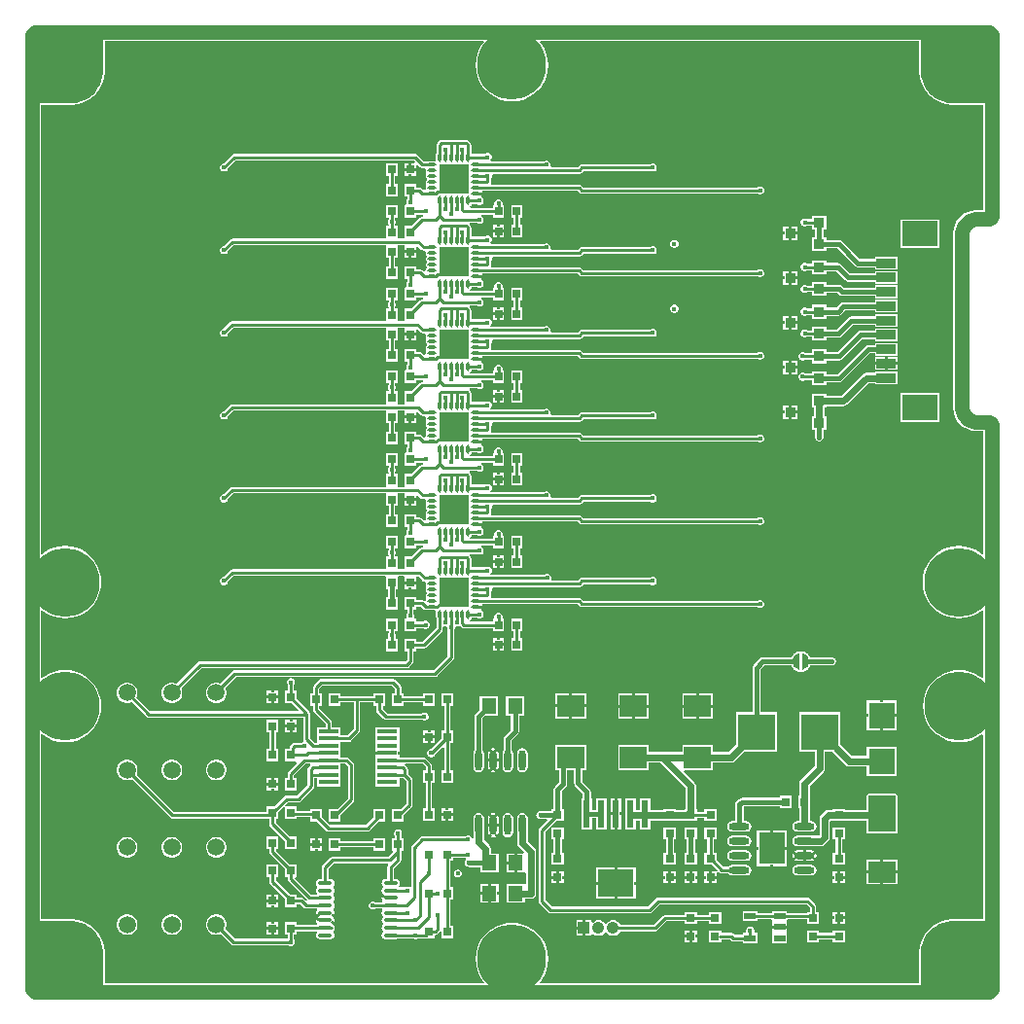
<source format=gbr>
G04*
G04 #@! TF.GenerationSoftware,Altium Limited,Altium Designer,24.1.2 (44)*
G04*
G04 Layer_Physical_Order=1*
G04 Layer_Color=255*
%FSLAX44Y44*%
%MOMM*%
G71*
G04*
G04 #@! TF.SameCoordinates,F88D99D9-D94F-4082-AD48-053AE485F1D2*
G04*
G04*
G04 #@! TF.FilePolarity,Positive*
G04*
G01*
G75*
%ADD14C,0.6000*%
%ADD19C,0.2540*%
%ADD20R,2.5000X2.5000*%
%ADD21R,0.7000X0.8000*%
%ADD22R,1.2696X1.3462*%
%ADD23O,0.6000X1.8000*%
%ADD24R,0.8000X0.7000*%
%ADD25R,1.0000X0.6000*%
%ADD26R,2.3622X1.8796*%
%ADD27R,0.9500X0.9000*%
%ADD28R,2.3000X2.2860*%
%ADD29R,1.7018X0.8128*%
%ADD30R,3.0988X2.2098*%
G04:AMPARAMS|DCode=31|XSize=0.2746mm|YSize=0.8048mm|CornerRadius=0.1373mm|HoleSize=0mm|Usage=FLASHONLY|Rotation=90.000|XOffset=0mm|YOffset=0mm|HoleType=Round|Shape=RoundedRectangle|*
%AMROUNDEDRECTD31*
21,1,0.2746,0.5302,0,0,90.0*
21,1,0.0000,0.8048,0,0,90.0*
1,1,0.2746,0.2651,0.0000*
1,1,0.2746,0.2651,0.0000*
1,1,0.2746,-0.2651,0.0000*
1,1,0.2746,-0.2651,0.0000*
%
%ADD31ROUNDEDRECTD31*%
%ADD32R,3.3000X3.1500*%
%ADD33O,1.8000X0.6000*%
%ADD34R,2.3000X2.8000*%
%ADD35R,3.1725X2.3455*%
%ADD36R,0.6325X2.3455*%
%ADD37O,1.3000X0.3500*%
%ADD38R,1.8000X0.4000*%
G04:AMPARAMS|DCode=39|XSize=0.2746mm|YSize=0.8048mm|CornerRadius=0.1373mm|HoleSize=0mm|Usage=FLASHONLY|Rotation=180.000|XOffset=0mm|YOffset=0mm|HoleType=Round|Shape=RoundedRectangle|*
%AMROUNDEDRECTD39*
21,1,0.2746,0.5302,0,0,180.0*
21,1,0.0000,0.8048,0,0,180.0*
1,1,0.2746,0.0000,0.2651*
1,1,0.2746,0.0000,0.2651*
1,1,0.2746,0.0000,-0.2651*
1,1,0.2746,0.0000,-0.2651*
%
%ADD39ROUNDEDRECTD39*%
%ADD40C,1.2700*%
%ADD63C,1.5000*%
%ADD64C,0.4000*%
%ADD65C,0.8000*%
%ADD66C,6.0000*%
%ADD67R,1.0500X1.0500*%
%ADD68C,1.0500*%
%ADD69C,0.4000*%
%ADD70C,0.9000*%
G36*
X779376Y809293D02*
X779376Y809293D01*
X779376Y807438D01*
X779419Y807335D01*
X779390Y807226D01*
X779874Y803549D01*
X779930Y803452D01*
X779916Y803341D01*
X780876Y799759D01*
X780944Y799669D01*
Y799557D01*
X782363Y796131D01*
X782443Y796052D01*
X782457Y795940D01*
X784312Y792729D01*
X784400Y792660D01*
X784430Y792552D01*
X786687Y789610D01*
X786785Y789554D01*
X786827Y789450D01*
X789450Y786827D01*
X789554Y786785D01*
X789610Y786687D01*
X792552Y784430D01*
X792660Y784401D01*
X792729Y784312D01*
X795940Y782457D01*
X796052Y782443D01*
X796131Y782363D01*
X799557Y780944D01*
X799669D01*
X799759Y780876D01*
X803341Y779916D01*
X803452Y779930D01*
X803549Y779874D01*
X807226Y779390D01*
X807335Y779419D01*
X807438Y779376D01*
X809293Y779376D01*
X835232Y779376D01*
Y687825D01*
X828860D01*
X828860Y687853D01*
X824998Y687472D01*
X821285Y686346D01*
X817862Y684517D01*
X814863Y682055D01*
X812401Y679055D01*
X810572Y675633D01*
X809445Y671919D01*
X809065Y668057D01*
X809092D01*
Y515497D01*
X809065D01*
X809445Y511635D01*
X810572Y507922D01*
X812401Y504499D01*
X814863Y501500D01*
X817862Y499038D01*
X821285Y497209D01*
X824998Y496082D01*
X828860Y495702D01*
X828860Y495729D01*
X835232D01*
Y388808D01*
X834079Y388276D01*
X832572Y389563D01*
X828345Y392154D01*
X823764Y394051D01*
X818943Y395208D01*
X814000Y395597D01*
X809057Y395208D01*
X804236Y394051D01*
X799655Y392154D01*
X795427Y389563D01*
X791657Y386343D01*
X788437Y382573D01*
X785846Y378345D01*
X783949Y373764D01*
X782792Y368943D01*
X782403Y364000D01*
X782792Y359057D01*
X783949Y354236D01*
X785846Y349655D01*
X788437Y345428D01*
X791657Y341657D01*
X795427Y338437D01*
X799655Y335846D01*
X804236Y333949D01*
X809057Y332792D01*
X814000Y332403D01*
X818943Y332792D01*
X823764Y333949D01*
X828345Y335846D01*
X832572Y338437D01*
X834079Y339724D01*
X835232Y339192D01*
Y281215D01*
X834079Y280683D01*
X833049Y281563D01*
X828822Y284153D01*
X824241Y286051D01*
X819420Y287208D01*
X814477Y287597D01*
X809534Y287208D01*
X804713Y286051D01*
X800132Y284153D01*
X795904Y281563D01*
X792134Y278343D01*
X788914Y274573D01*
X786323Y270345D01*
X784426Y265764D01*
X783269Y260943D01*
X782879Y256000D01*
X783269Y251057D01*
X784426Y246236D01*
X786323Y241655D01*
X788914Y237428D01*
X792134Y233657D01*
X795904Y230437D01*
X800132Y227847D01*
X804713Y225949D01*
X809534Y224792D01*
X814477Y224403D01*
X819420Y224792D01*
X824241Y225949D01*
X828822Y227847D01*
X833049Y230437D01*
X834079Y231317D01*
X835232Y230785D01*
Y70624D01*
X809293Y70624D01*
X807438Y70624D01*
X807335Y70581D01*
X807226Y70610D01*
X803549Y70126D01*
X803452Y70069D01*
X803341Y70084D01*
X799759Y69124D01*
X799669Y69056D01*
X799557D01*
X796131Y67637D01*
X796052Y67557D01*
X795940Y67543D01*
X792729Y65688D01*
X792660Y65599D01*
X792552Y65570D01*
X789610Y63313D01*
X789554Y63215D01*
X789450Y63173D01*
X786827Y60550D01*
X786785Y60447D01*
X786687Y60390D01*
X784430Y57448D01*
X784400Y57340D01*
X784312Y57271D01*
X782457Y54060D01*
X782443Y53948D01*
X782363Y53869D01*
X780944Y50443D01*
Y50331D01*
X780876Y50241D01*
X779916Y46659D01*
X779930Y46548D01*
X779874Y46451D01*
X779390Y42774D01*
X779419Y42665D01*
X779376Y42562D01*
X779376Y40707D01*
X779376Y40707D01*
Y14768D01*
X449808D01*
X449276Y15921D01*
X450563Y17428D01*
X453153Y21655D01*
X455051Y26236D01*
X456208Y31057D01*
X456597Y36000D01*
X456208Y40943D01*
X455051Y45764D01*
X453153Y50345D01*
X450563Y54573D01*
X447343Y58343D01*
X443573Y61563D01*
X439345Y64153D01*
X434764Y66051D01*
X429943Y67208D01*
X425000Y67597D01*
X420057Y67208D01*
X415236Y66051D01*
X410655Y64153D01*
X406427Y61563D01*
X402657Y58343D01*
X399437Y54573D01*
X396847Y50345D01*
X394949Y45764D01*
X393792Y40943D01*
X393403Y36000D01*
X393792Y31057D01*
X394949Y26236D01*
X396847Y21655D01*
X399437Y17428D01*
X400724Y15921D01*
X400192Y14768D01*
X70624D01*
Y40707D01*
X70624Y40708D01*
X70624Y42562D01*
X70581Y42665D01*
X70610Y42774D01*
X70126Y46451D01*
X70069Y46548D01*
X70084Y46659D01*
X69124Y50241D01*
X69056Y50331D01*
Y50443D01*
X67637Y53869D01*
X67557Y53948D01*
X67543Y54060D01*
X65688Y57271D01*
X65599Y57340D01*
X65570Y57448D01*
X63313Y60390D01*
X63215Y60447D01*
X63173Y60550D01*
X60550Y63173D01*
X60447Y63215D01*
X60390Y63313D01*
X57448Y65570D01*
X57340Y65599D01*
X57271Y65688D01*
X54060Y67543D01*
X53948Y67557D01*
X53869Y67637D01*
X50443Y69056D01*
X50331D01*
X50241Y69124D01*
X46659Y70084D01*
X46548Y70069D01*
X46451Y70126D01*
X42774Y70610D01*
X42665Y70581D01*
X42562Y70624D01*
X40707Y70624D01*
X14768Y70624D01*
Y231192D01*
X15921Y231724D01*
X17428Y230437D01*
X21655Y227847D01*
X26236Y225949D01*
X31057Y224792D01*
X36000Y224403D01*
X40943Y224792D01*
X45764Y225949D01*
X50345Y227847D01*
X54573Y230437D01*
X58343Y233657D01*
X61563Y237428D01*
X64153Y241655D01*
X66051Y246236D01*
X67208Y251057D01*
X67597Y256000D01*
X67208Y260943D01*
X66051Y265764D01*
X64153Y270345D01*
X61563Y274573D01*
X58343Y278343D01*
X54573Y281563D01*
X50345Y284153D01*
X45764Y286051D01*
X40943Y287208D01*
X36000Y287597D01*
X31057Y287208D01*
X26236Y286051D01*
X21655Y284153D01*
X17428Y281563D01*
X15921Y280276D01*
X14768Y280808D01*
Y339192D01*
X15921Y339724D01*
X17428Y338437D01*
X21655Y335846D01*
X26236Y333949D01*
X31057Y332792D01*
X36000Y332403D01*
X40943Y332792D01*
X45764Y333949D01*
X50345Y335846D01*
X54573Y338437D01*
X58343Y341657D01*
X61563Y345428D01*
X64153Y349655D01*
X66051Y354236D01*
X67208Y359057D01*
X67597Y364000D01*
X67208Y368943D01*
X66051Y373764D01*
X64153Y378345D01*
X61563Y382573D01*
X58343Y386343D01*
X54573Y389563D01*
X50345Y392154D01*
X45764Y394051D01*
X40943Y395208D01*
X36000Y395597D01*
X31057Y395208D01*
X26236Y394051D01*
X21655Y392154D01*
X17428Y389563D01*
X15921Y388276D01*
X14768Y388808D01*
Y779376D01*
X40707Y779376D01*
X42562Y779376D01*
X42665Y779419D01*
X42774Y779390D01*
X46451Y779874D01*
X46548Y779930D01*
X46659Y779916D01*
X50241Y780876D01*
X50331Y780944D01*
X50443D01*
X53869Y782363D01*
X53948Y782443D01*
X54060Y782457D01*
X57271Y784312D01*
X57340Y784401D01*
X57448Y784430D01*
X60390Y786687D01*
X60447Y786785D01*
X60550Y786827D01*
X63173Y789450D01*
X63215Y789554D01*
X63313Y789610D01*
X65570Y792552D01*
X65599Y792660D01*
X65688Y792729D01*
X67543Y795940D01*
X67557Y796052D01*
X67637Y796131D01*
X69056Y799557D01*
Y799669D01*
X69124Y799759D01*
X70084Y803341D01*
X70069Y803452D01*
X70126Y803549D01*
X70610Y807226D01*
X70581Y807335D01*
X70624Y807438D01*
X70624Y809292D01*
X70624Y809293D01*
Y835232D01*
X400192D01*
X400724Y834079D01*
X399437Y832572D01*
X396847Y828345D01*
X394949Y823764D01*
X393792Y818943D01*
X393403Y814000D01*
X393792Y809057D01*
X394949Y804236D01*
X396847Y799655D01*
X399437Y795427D01*
X402657Y791657D01*
X406427Y788437D01*
X410655Y785846D01*
X415236Y783949D01*
X420057Y782792D01*
X425000Y782403D01*
X429943Y782792D01*
X434764Y783949D01*
X439345Y785846D01*
X443573Y788437D01*
X447343Y791657D01*
X450563Y795427D01*
X453153Y799655D01*
X455051Y804236D01*
X456208Y809057D01*
X456597Y814000D01*
X456208Y818943D01*
X455051Y823764D01*
X453153Y828345D01*
X450563Y832572D01*
X449276Y834079D01*
X449808Y835232D01*
X779376D01*
Y809293D01*
D02*
G37*
G36*
X843526Y781000D02*
X809293Y781000D01*
X807438Y781000D01*
X803761Y781484D01*
X800179Y782444D01*
X796752Y783863D01*
X793540Y785718D01*
X790598Y787975D01*
X787975Y790598D01*
X785718Y793540D01*
X783863Y796752D01*
X782444Y800179D01*
X781484Y803761D01*
X781000Y807438D01*
X781000Y809293D01*
X781000D01*
Y843526D01*
X843526D01*
Y781000D01*
D02*
G37*
G36*
X69000Y809293D02*
X69000D01*
X69000Y807438D01*
X68516Y803761D01*
X67556Y800179D01*
X66137Y796752D01*
X64282Y793540D01*
X62024Y790598D01*
X59402Y787975D01*
X56460Y785718D01*
X53248Y783863D01*
X49821Y782444D01*
X46239Y781484D01*
X42562Y781000D01*
X40707Y781000D01*
X6474Y781000D01*
Y843526D01*
X69000D01*
Y809293D01*
D02*
G37*
G36*
X843526Y6474D02*
X781000D01*
Y40707D01*
X781000Y40707D01*
X781000Y40707D01*
X781000Y42562D01*
X781484Y46239D01*
X782444Y49821D01*
X783863Y53248D01*
X785718Y56460D01*
X787975Y59402D01*
X790598Y62024D01*
X793540Y64282D01*
X796752Y66137D01*
X800179Y67556D01*
X803761Y68516D01*
X807438Y69000D01*
X809293Y69000D01*
X843526Y69000D01*
Y6474D01*
D02*
G37*
G36*
X40707Y69000D02*
X42562Y69000D01*
X46239Y68516D01*
X49821Y67556D01*
X53248Y66137D01*
X56460Y64282D01*
X59402Y62024D01*
X62024Y59402D01*
X64282Y56460D01*
X66137Y53248D01*
X67556Y49821D01*
X68516Y46239D01*
X69000Y42562D01*
X69000Y40707D01*
X69000D01*
X69000Y40707D01*
Y6474D01*
X6474D01*
Y69000D01*
X40707Y69000D01*
D02*
G37*
%LPC*%
G36*
X385362Y748822D02*
X385362Y748822D01*
X363338D01*
X362257Y748607D01*
X361341Y747995D01*
X361341Y747995D01*
X359853Y746507D01*
X359241Y745591D01*
X359026Y744510D01*
X359026Y744510D01*
Y737203D01*
X358921Y736675D01*
Y731536D01*
X358720Y731172D01*
X358178Y730630D01*
X357814Y730429D01*
X352675D01*
X352147Y730324D01*
X348314D01*
X342617Y736021D01*
X341701Y736633D01*
X340620Y736848D01*
X340620Y736848D01*
X183288D01*
X183288Y736848D01*
X182207Y736633D01*
X181291Y736021D01*
X173770Y728500D01*
X173568D01*
X172281Y727967D01*
X171297Y726982D01*
X170764Y725696D01*
Y724304D01*
X171297Y723017D01*
X172281Y722033D01*
X173568Y721500D01*
X174960D01*
X176247Y722033D01*
X177231Y723017D01*
X177764Y724304D01*
Y724506D01*
X184458Y731200D01*
X339450D01*
X340797Y729853D01*
X340271Y728583D01*
X337729D01*
Y726896D01*
X335189D01*
Y728583D01*
X331459D01*
Y724353D01*
X333147D01*
Y721813D01*
X331459D01*
Y717583D01*
X335189D01*
Y719271D01*
X337729D01*
Y717583D01*
X341459D01*
Y721813D01*
X339771D01*
Y724353D01*
X341459D01*
Y727395D01*
X342729Y727921D01*
X345147Y725503D01*
X345147Y725503D01*
X346064Y724891D01*
X347144Y724676D01*
X349146D01*
X349498Y724224D01*
X349926Y723406D01*
X349746Y722500D01*
X349969Y721379D01*
X350294Y720892D01*
X350503Y720000D01*
X350294Y719108D01*
X349969Y718621D01*
X349746Y717500D01*
X349969Y716379D01*
X350604Y715429D01*
Y714571D01*
X349969Y713621D01*
X349746Y712500D01*
X349969Y711379D01*
X350294Y710892D01*
X350503Y710000D01*
X350294Y709108D01*
X349969Y708621D01*
X349746Y707500D01*
X349926Y706595D01*
X349207Y705558D01*
X347979Y705506D01*
X346538Y706947D01*
X345622Y707559D01*
X344541Y707774D01*
X344541Y707774D01*
X341457D01*
Y710450D01*
X331457D01*
Y699450D01*
X333633D01*
Y697123D01*
X333493Y696982D01*
X332960Y695696D01*
Y694304D01*
X333257Y693586D01*
X332534Y692316D01*
X331458D01*
Y681316D01*
X341458D01*
Y683990D01*
X347413D01*
X347889Y683544D01*
X347387Y682274D01*
X346724D01*
X346724Y682274D01*
X345643Y682059D01*
X344727Y681447D01*
X337464Y674184D01*
X331458D01*
Y663184D01*
X330197Y663162D01*
X326719D01*
X325458Y663184D01*
X325458Y664432D01*
Y674184D01*
X323283D01*
Y675626D01*
X323426Y675769D01*
X323959Y677055D01*
Y678448D01*
X323426Y679734D01*
X323283Y679877D01*
Y681316D01*
X325458D01*
Y692316D01*
X315458D01*
Y681316D01*
X317634D01*
Y679877D01*
X317491Y679734D01*
X316959Y678448D01*
Y677055D01*
X317491Y675769D01*
X317634Y675626D01*
Y674184D01*
X315458D01*
X315458Y663184D01*
X314197Y663162D01*
X181602D01*
X181602Y663162D01*
X180521Y662947D01*
X179605Y662335D01*
X173770Y656500D01*
X173568D01*
X172281Y655967D01*
X171297Y654983D01*
X170764Y653696D01*
Y652304D01*
X171297Y651017D01*
X172281Y650033D01*
X173568Y649500D01*
X174960D01*
X176247Y650033D01*
X177231Y651017D01*
X177764Y652304D01*
Y652506D01*
X182772Y657514D01*
X314349D01*
X315459Y657128D01*
X315459Y656244D01*
Y646128D01*
X317634D01*
Y639172D01*
X315457D01*
Y628172D01*
X325457D01*
Y639172D01*
X323282D01*
Y646128D01*
X325459D01*
X325459Y657128D01*
X326569Y657514D01*
X330349D01*
X331459Y657128D01*
X331459Y656244D01*
Y652898D01*
X333147D01*
Y650358D01*
X331459D01*
Y646128D01*
X335189D01*
Y647816D01*
X337729D01*
Y646128D01*
X341459D01*
Y650358D01*
X339771D01*
Y652898D01*
X341459D01*
Y656402D01*
X342729Y656928D01*
X346153Y653503D01*
X347070Y652891D01*
X348151Y652676D01*
X349146D01*
X349498Y652224D01*
X349926Y651406D01*
X349746Y650500D01*
X349969Y649379D01*
X350604Y648429D01*
Y647571D01*
X349969Y646621D01*
X349746Y645500D01*
X349969Y644379D01*
X350604Y643429D01*
Y642571D01*
X349969Y641621D01*
X349746Y640500D01*
X349969Y639379D01*
X350604Y638429D01*
Y637571D01*
X349969Y636621D01*
X349746Y635500D01*
X348718Y634290D01*
X348419Y634253D01*
X347003Y635669D01*
X346086Y636281D01*
X345006Y636496D01*
X345005Y636496D01*
X341457D01*
Y639172D01*
X331457D01*
Y628172D01*
X333633D01*
Y625123D01*
X333493Y624982D01*
X332960Y623696D01*
Y622304D01*
X333257Y621586D01*
X332534Y620316D01*
X331458D01*
Y609316D01*
X341458D01*
Y611990D01*
X347413D01*
X347889Y611544D01*
X347387Y610274D01*
X346724D01*
X346724Y610274D01*
X345643Y610059D01*
X344727Y609447D01*
X337464Y602184D01*
X331458D01*
Y591184D01*
X330269Y590988D01*
X326647D01*
X325458Y591184D01*
X325458Y592258D01*
Y602184D01*
X323282D01*
Y603625D01*
X323425Y603767D01*
X323958Y605054D01*
Y606446D01*
X323425Y607733D01*
X323282Y607876D01*
Y609316D01*
X325458D01*
Y620316D01*
X315458D01*
Y609316D01*
X317634D01*
Y607876D01*
X317491Y607733D01*
X316958Y606446D01*
Y605054D01*
X317491Y603767D01*
X317634Y603625D01*
Y602184D01*
X315458D01*
X315458Y591184D01*
X314269Y590988D01*
X181428D01*
X180347Y590773D01*
X179431Y590161D01*
X173770Y584500D01*
X173568D01*
X172281Y583967D01*
X171297Y582982D01*
X170764Y581696D01*
Y580304D01*
X171297Y579017D01*
X172281Y578033D01*
X173568Y577500D01*
X174960D01*
X176247Y578033D01*
X177231Y579017D01*
X177764Y580304D01*
Y580506D01*
X182598Y585339D01*
X314277D01*
X315459Y585128D01*
X315459Y584069D01*
Y574128D01*
X317634D01*
Y567172D01*
X315457D01*
Y556172D01*
X325457D01*
Y567172D01*
X323282D01*
Y574128D01*
X325459D01*
X325459Y585128D01*
X326641Y585339D01*
X330276D01*
X331459Y585128D01*
X331459Y584069D01*
Y580898D01*
X333147D01*
Y578358D01*
X331459D01*
Y574128D01*
X335189D01*
Y575816D01*
X337729D01*
Y574128D01*
X341459D01*
Y578358D01*
X339771D01*
Y580898D01*
X341459D01*
Y583727D01*
X342729Y584253D01*
X345479Y581503D01*
X345479Y581503D01*
X346395Y580891D01*
X347476Y580676D01*
X349146D01*
X349498Y580224D01*
X349926Y579406D01*
X349746Y578500D01*
X349969Y577379D01*
X350294Y576892D01*
X350503Y576000D01*
X350294Y575108D01*
X349969Y574621D01*
X349746Y573500D01*
X349969Y572379D01*
X350604Y571429D01*
Y570571D01*
X349969Y569621D01*
X349746Y568500D01*
X349969Y567379D01*
X350294Y566892D01*
X350503Y566000D01*
X350294Y565108D01*
X349969Y564621D01*
X349746Y563500D01*
X349926Y562594D01*
X349725Y562209D01*
X348688Y561922D01*
X348122Y562023D01*
X346476Y563669D01*
X345560Y564281D01*
X344479Y564496D01*
X344479Y564496D01*
X341457D01*
Y567172D01*
X331457D01*
Y556172D01*
X333633D01*
Y553123D01*
X333493Y552982D01*
X332960Y551696D01*
Y550304D01*
X333257Y549586D01*
X332535Y548316D01*
X331458D01*
Y537316D01*
X341458D01*
Y539990D01*
X347413D01*
X347889Y539544D01*
X347387Y538274D01*
X346724D01*
X346724Y538274D01*
X345643Y538059D01*
X344727Y537447D01*
X337464Y530184D01*
X331458D01*
Y519184D01*
X330280Y518962D01*
X326636D01*
X325458Y519184D01*
X325458Y520233D01*
Y530184D01*
X323282D01*
Y531624D01*
X323425Y531767D01*
X323958Y533054D01*
Y534446D01*
X323425Y535733D01*
X323282Y535876D01*
Y537316D01*
X325458D01*
Y548316D01*
X315458D01*
Y537316D01*
X317634D01*
Y535876D01*
X317491Y535733D01*
X316958Y534446D01*
Y533054D01*
X317491Y531767D01*
X317634Y531624D01*
Y530184D01*
X315458D01*
X315458Y519184D01*
X314280Y518962D01*
X181402D01*
X181402Y518963D01*
X180322Y518747D01*
X179405Y518135D01*
X179405Y518135D01*
X173770Y512500D01*
X173568D01*
X172281Y511967D01*
X171297Y510983D01*
X170764Y509696D01*
Y508304D01*
X171297Y507017D01*
X172281Y506033D01*
X173568Y505500D01*
X174960D01*
X176247Y506033D01*
X177231Y507017D01*
X177764Y508304D01*
Y508506D01*
X182572Y513314D01*
X314266D01*
X315459Y513128D01*
X315459Y512044D01*
Y502128D01*
X317634D01*
Y495172D01*
X315457D01*
Y484172D01*
X325457D01*
Y495172D01*
X323282D01*
Y502128D01*
X325459D01*
X325459Y513128D01*
X326652Y513314D01*
X330266D01*
X331459Y513128D01*
X331459Y512044D01*
Y508898D01*
X333147D01*
Y506358D01*
X331459D01*
Y502128D01*
X335189D01*
Y503816D01*
X337729D01*
Y502128D01*
X341459D01*
Y506358D01*
X339771D01*
Y508898D01*
X341459D01*
Y512085D01*
X342729Y512611D01*
X345837Y509503D01*
X346754Y508891D01*
X347834Y508676D01*
X347835Y508676D01*
X349146D01*
X349498Y508224D01*
X349926Y507406D01*
X349746Y506500D01*
X349969Y505379D01*
X350294Y504892D01*
X350503Y504000D01*
X350294Y503108D01*
X349969Y502621D01*
X349746Y501500D01*
X349969Y500379D01*
X350604Y499429D01*
Y498571D01*
X349969Y497621D01*
X349746Y496500D01*
X349969Y495379D01*
X350294Y494892D01*
X350503Y494000D01*
X350294Y493108D01*
X349969Y492621D01*
X349746Y491500D01*
X349926Y490594D01*
X349765Y490285D01*
X348615Y489992D01*
X348146Y490107D01*
X346585Y491669D01*
X345668Y492281D01*
X344588Y492496D01*
X344588Y492496D01*
X341457D01*
Y495172D01*
X331457D01*
Y484172D01*
X333633D01*
Y481123D01*
X333493Y480983D01*
X332960Y479696D01*
Y478304D01*
X333257Y477586D01*
X332535Y476316D01*
X331458D01*
Y465316D01*
X341458D01*
Y467990D01*
X347413D01*
X347889Y467544D01*
X347387Y466274D01*
X346724D01*
X346724Y466274D01*
X345643Y466059D01*
X344727Y465447D01*
X337464Y458184D01*
X331458D01*
Y447184D01*
X330284Y446952D01*
X326632D01*
X325458Y447184D01*
X325458Y448222D01*
Y458184D01*
X323282D01*
Y459624D01*
X323425Y459767D01*
X323958Y461054D01*
Y462446D01*
X323425Y463733D01*
X323282Y463876D01*
Y465316D01*
X325458D01*
Y476316D01*
X315458D01*
Y465316D01*
X317634D01*
Y463876D01*
X317491Y463733D01*
X316958Y462446D01*
Y461054D01*
X317491Y459767D01*
X317634Y459624D01*
Y458184D01*
X315458D01*
X315458Y447184D01*
X314284Y446952D01*
X181392D01*
X181391Y446952D01*
X180310Y446737D01*
X179394Y446124D01*
X173770Y440500D01*
X173568D01*
X172281Y439967D01*
X171297Y438983D01*
X170764Y437696D01*
Y436304D01*
X171297Y435017D01*
X172281Y434033D01*
X173568Y433500D01*
X174960D01*
X176247Y434033D01*
X177231Y435017D01*
X177764Y436304D01*
Y436506D01*
X182561Y441303D01*
X314261D01*
X315459Y441128D01*
X315459Y440033D01*
Y430128D01*
X317634D01*
Y423172D01*
X315457D01*
Y412172D01*
X325457D01*
Y423172D01*
X323282D01*
Y430128D01*
X325459D01*
X325459Y441128D01*
X326656Y441303D01*
X330261D01*
X331459Y441128D01*
X331459Y440033D01*
Y436898D01*
X333147D01*
Y434358D01*
X331459D01*
Y430128D01*
X335189D01*
Y431816D01*
X337729D01*
Y430128D01*
X341459D01*
Y434358D01*
X339771D01*
Y436898D01*
X341459D01*
Y439470D01*
X342729Y439996D01*
X345222Y437503D01*
X345222Y437503D01*
X346138Y436891D01*
X347219Y436676D01*
X349146D01*
X349498Y436224D01*
X349926Y435406D01*
X349746Y434500D01*
X349969Y433379D01*
X350294Y432892D01*
X350503Y432000D01*
X350294Y431108D01*
X349969Y430621D01*
X349746Y429500D01*
X349969Y428379D01*
X350604Y427429D01*
Y426571D01*
X349969Y425621D01*
X349746Y424500D01*
X349969Y423379D01*
X350294Y422892D01*
X350503Y422000D01*
X350294Y421108D01*
X349969Y420621D01*
X349746Y419500D01*
X349869Y418882D01*
X349079Y417750D01*
X348033Y417700D01*
X346063Y419669D01*
X345147Y420281D01*
X344066Y420496D01*
X344066Y420496D01*
X341457D01*
Y423172D01*
X331457D01*
Y412172D01*
X333633D01*
Y409123D01*
X333493Y408983D01*
X332960Y407696D01*
Y406304D01*
X333257Y405586D01*
X332535Y404316D01*
X331458D01*
Y393316D01*
X341458D01*
Y395990D01*
X347413D01*
X347889Y395544D01*
X347387Y394274D01*
X346724D01*
X346724Y394274D01*
X345643Y394059D01*
X344727Y393447D01*
X337464Y386184D01*
X331458D01*
Y375184D01*
X330206Y375140D01*
X326710D01*
X325458Y375184D01*
X325458Y376410D01*
Y386184D01*
X323282D01*
Y387625D01*
X323425Y387767D01*
X323958Y389054D01*
Y390446D01*
X323425Y391733D01*
X323282Y391875D01*
Y393316D01*
X325458D01*
Y404316D01*
X315458D01*
Y393316D01*
X317634D01*
Y391875D01*
X317491Y391733D01*
X316958Y390446D01*
Y389054D01*
X317491Y387767D01*
X317634Y387625D01*
Y386184D01*
X315458D01*
X315458Y375184D01*
X314206Y375140D01*
X181580D01*
X180499Y374925D01*
X179583Y374313D01*
X179583Y374313D01*
X173770Y368500D01*
X173568D01*
X172281Y367967D01*
X171297Y366982D01*
X170764Y365696D01*
Y364304D01*
X171297Y363017D01*
X172281Y362033D01*
X173568Y361500D01*
X174960D01*
X176247Y362033D01*
X177231Y363017D01*
X177764Y364304D01*
Y364506D01*
X182750Y369492D01*
X314340D01*
X315459Y369127D01*
X315459Y368222D01*
Y358128D01*
X316890D01*
Y351171D01*
X315457D01*
Y340171D01*
X325457D01*
Y351171D01*
X324027D01*
Y358128D01*
X325459D01*
X325459Y369127D01*
X326578Y369492D01*
X330340D01*
X331459Y369127D01*
X331459Y368222D01*
Y364897D01*
X333147D01*
Y362357D01*
X331459D01*
Y358128D01*
X335189D01*
Y359815D01*
X337729D01*
Y358128D01*
X341459D01*
Y362357D01*
X339771D01*
Y364897D01*
X341459D01*
X341459Y369127D01*
X342578Y369492D01*
X343061D01*
X347050Y365503D01*
X347050Y365503D01*
X347966Y364891D01*
X349047Y364676D01*
X349047Y364676D01*
X349146D01*
X349498Y364224D01*
X349926Y363406D01*
X349746Y362500D01*
X349969Y361379D01*
X350294Y360892D01*
X350503Y360000D01*
X350294Y359108D01*
X349969Y358621D01*
X349746Y357500D01*
X349969Y356379D01*
X350604Y355429D01*
Y354571D01*
X349969Y353621D01*
X349746Y352500D01*
X349969Y351379D01*
X350294Y350892D01*
X350503Y350000D01*
X350294Y349108D01*
X349969Y348621D01*
X349902Y348284D01*
X349282Y347961D01*
X348512Y347808D01*
X347805Y348281D01*
X346724Y348496D01*
X346724Y348496D01*
X341457D01*
Y351171D01*
X331457D01*
Y340171D01*
X333633D01*
Y337123D01*
X333493Y336983D01*
X332960Y335696D01*
Y334304D01*
X333258Y333584D01*
X332536Y332314D01*
X331460D01*
Y321314D01*
X341460D01*
Y323990D01*
X347653D01*
X347795Y323847D01*
X349082Y323314D01*
X350474D01*
X351761Y323847D01*
X352745Y324832D01*
X353278Y326118D01*
Y327510D01*
X352745Y328797D01*
X351761Y329781D01*
X350474Y330314D01*
X349082D01*
X347795Y329781D01*
X347653Y329639D01*
X341460D01*
Y332314D01*
X340383D01*
X339662Y333584D01*
X339960Y334304D01*
Y335696D01*
X339427Y336983D01*
X339282Y337128D01*
Y340171D01*
X341457D01*
Y342847D01*
X345554D01*
X347859Y340542D01*
X347859Y340542D01*
X348776Y339930D01*
X349856Y339715D01*
X349857Y339715D01*
X351949D01*
X352675Y339571D01*
X357814D01*
X358178Y339370D01*
X358720Y338828D01*
X358921Y338464D01*
Y333325D01*
X359026Y332797D01*
Y323986D01*
X347048Y312008D01*
X341458D01*
Y314684D01*
X331458D01*
Y303684D01*
X333634D01*
Y296168D01*
X332390Y294924D01*
X153293D01*
X152212Y294709D01*
X151296Y294097D01*
X151296Y294097D01*
X132876Y275677D01*
X132294Y276013D01*
X130005Y276627D01*
X127635D01*
X125346Y276013D01*
X123294Y274828D01*
X121618Y273153D01*
X120433Y271101D01*
X119820Y268812D01*
Y266442D01*
X120433Y264153D01*
X121618Y262101D01*
X123294Y260425D01*
X125346Y259240D01*
X127635Y258627D01*
X130005D01*
X132294Y259240D01*
X134346Y260425D01*
X136022Y262101D01*
X137207Y264153D01*
X137820Y266442D01*
Y268812D01*
X137207Y271101D01*
X136870Y271683D01*
X154463Y289276D01*
X333560D01*
X333560Y289276D01*
X334641Y289491D01*
X335557Y290103D01*
X338455Y293001D01*
X338455Y293001D01*
X339067Y293918D01*
X339282Y294998D01*
Y303684D01*
X341458D01*
Y306360D01*
X348218D01*
X348218Y306360D01*
X349299Y306575D01*
X350215Y307187D01*
X363847Y320819D01*
X364459Y321735D01*
X364674Y322816D01*
Y324548D01*
X365944Y325397D01*
X366154Y325310D01*
X367546D01*
X368350Y324268D01*
Y324114D01*
X368883Y322827D01*
X369026Y322685D01*
Y299532D01*
X356798Y287304D01*
X183725D01*
X182644Y287089D01*
X181728Y286477D01*
X171209Y275958D01*
X171114Y276013D01*
X168825Y276627D01*
X166455D01*
X164166Y276013D01*
X162114Y274828D01*
X160438Y273153D01*
X159253Y271101D01*
X158640Y268812D01*
Y266442D01*
X159253Y264153D01*
X160438Y262101D01*
X162114Y260425D01*
X164166Y259240D01*
X166455Y258627D01*
X168825D01*
X171114Y259240D01*
X173166Y260425D01*
X174842Y262101D01*
X176027Y264153D01*
X176640Y266442D01*
Y268812D01*
X176027Y271101D01*
X175409Y272170D01*
X184895Y281656D01*
X357967D01*
X357968Y281656D01*
X359048Y281871D01*
X359965Y282483D01*
X373847Y296365D01*
X373847Y296365D01*
X374459Y297282D01*
X374674Y298362D01*
X374674Y298363D01*
Y322685D01*
X374817Y322827D01*
X375350Y324114D01*
Y324268D01*
X376154Y325310D01*
X377546D01*
X378833Y325843D01*
X379347Y326357D01*
X379853Y326307D01*
X381341Y324819D01*
X381341Y324819D01*
X382257Y324207D01*
X383338Y323992D01*
X408242D01*
Y321314D01*
X418242D01*
Y332314D01*
X417258D01*
X416740Y333089D01*
Y334482D01*
X416207Y335768D01*
X415223Y336752D01*
X413936Y337285D01*
X412544D01*
X411257Y336752D01*
X410273Y335768D01*
X409740Y334482D01*
Y333089D01*
X409222Y332314D01*
X408242D01*
Y329640D01*
X388793D01*
X388408Y330910D01*
X388921Y331254D01*
X389556Y332204D01*
X389745Y333152D01*
X394790D01*
X394933Y333009D01*
X396220Y332476D01*
X397612D01*
X398899Y333009D01*
X399883Y333993D01*
X400416Y335280D01*
Y336672D01*
X399883Y337958D01*
X398899Y338943D01*
X398442Y339132D01*
X398259Y339819D01*
X398212Y340602D01*
X398731Y341379D01*
X398954Y342500D01*
X398774Y343406D01*
X399202Y344224D01*
X399554Y344676D01*
X482319D01*
X483992Y343003D01*
X483992Y343003D01*
X484909Y342391D01*
X485989Y342176D01*
X485989Y342176D01*
X638839D01*
X638981Y342033D01*
X640268Y341500D01*
X641660D01*
X642947Y342033D01*
X643931Y343017D01*
X644464Y344304D01*
Y345696D01*
X643931Y346982D01*
X642947Y347967D01*
X641660Y348500D01*
X640268D01*
X638981Y347967D01*
X638839Y347824D01*
X487159D01*
X485486Y349497D01*
X484570Y350109D01*
X483489Y350324D01*
X483489Y350324D01*
X407265D01*
X406676Y351135D01*
X406504Y351594D01*
X406684Y352500D01*
Y355424D01*
X406827Y355567D01*
X407360Y356854D01*
Y358246D01*
X407294Y358406D01*
X408143Y359676D01*
X483487D01*
X483488Y359676D01*
X484568Y359891D01*
X485485Y360503D01*
X487157Y362176D01*
X545499D01*
X545641Y362033D01*
X546928Y361500D01*
X548320D01*
X549607Y362033D01*
X550591Y363017D01*
X551124Y364304D01*
Y365696D01*
X550591Y366982D01*
X549607Y367967D01*
X548320Y368500D01*
X546928D01*
X545641Y367967D01*
X545499Y367824D01*
X485988D01*
X484907Y367609D01*
X483990Y366997D01*
X482318Y365324D01*
X459986D01*
X459137Y366594D01*
X459224Y366804D01*
Y368196D01*
X458691Y369482D01*
X457707Y370467D01*
X456420Y371000D01*
X455028D01*
X453742Y370467D01*
X453599Y370324D01*
X406906D01*
X406380Y371594D01*
X406827Y372041D01*
X407360Y373328D01*
Y374720D01*
X406827Y376007D01*
X405843Y376991D01*
X404556Y377524D01*
X403164D01*
X401877Y376991D01*
X401735Y376848D01*
X389745D01*
X389674Y377203D01*
Y384510D01*
X389459Y385591D01*
X388847Y386507D01*
X388847Y386507D01*
X387999Y387356D01*
X388525Y388626D01*
X394790D01*
X394933Y388483D01*
X396220Y387950D01*
X397612D01*
X398899Y388483D01*
X399883Y389467D01*
X400416Y390754D01*
Y392146D01*
X399883Y393433D01*
X398899Y394417D01*
X398163Y394722D01*
X398416Y395992D01*
X408244D01*
Y393316D01*
X418244D01*
Y404316D01*
X417259D01*
X416742Y405091D01*
Y406483D01*
X416209Y407770D01*
X415224Y408754D01*
X413938Y409287D01*
X412545D01*
X411259Y408754D01*
X410275Y407770D01*
X409742Y406483D01*
Y405091D01*
X409224Y404316D01*
X408244D01*
Y401640D01*
X388793D01*
X388408Y402910D01*
X388921Y403254D01*
X389556Y404204D01*
X389745Y405152D01*
X394790D01*
X394933Y405009D01*
X396220Y404476D01*
X397612D01*
X398899Y405009D01*
X399883Y405993D01*
X400416Y407280D01*
Y408672D01*
X399883Y409959D01*
X398899Y410943D01*
X398442Y411132D01*
X398259Y411819D01*
X398212Y412602D01*
X398731Y413379D01*
X398954Y414500D01*
X398774Y415406D01*
X399202Y416224D01*
X399554Y416676D01*
X482319D01*
X483992Y415003D01*
X483992Y415003D01*
X484909Y414391D01*
X485989Y414176D01*
X485989Y414176D01*
X638839D01*
X638981Y414033D01*
X640268Y413500D01*
X641660D01*
X642947Y414033D01*
X643931Y415017D01*
X644464Y416304D01*
Y417696D01*
X643931Y418983D01*
X642947Y419967D01*
X641660Y420500D01*
X640268D01*
X638981Y419967D01*
X638839Y419824D01*
X487159D01*
X485486Y421497D01*
X484570Y422109D01*
X483489Y422324D01*
X483489Y422324D01*
X407265D01*
X406676Y423135D01*
X406504Y423594D01*
X406684Y424500D01*
Y427425D01*
X406827Y427567D01*
X407360Y428854D01*
Y430246D01*
X407294Y430406D01*
X408143Y431676D01*
X483487D01*
X483488Y431676D01*
X484568Y431891D01*
X485485Y432503D01*
X487157Y434176D01*
X545499D01*
X545641Y434033D01*
X546928Y433500D01*
X548320D01*
X549607Y434033D01*
X550591Y435017D01*
X551124Y436304D01*
Y437696D01*
X550591Y438983D01*
X549607Y439967D01*
X548320Y440500D01*
X546928D01*
X545641Y439967D01*
X545499Y439824D01*
X485988D01*
X484907Y439609D01*
X483990Y438997D01*
X482318Y437324D01*
X459261D01*
X458412Y438594D01*
X458499Y438804D01*
Y440196D01*
X457966Y441483D01*
X456982Y442467D01*
X455695Y443000D01*
X454303D01*
X453016Y442467D01*
X452874Y442324D01*
X406906D01*
X406380Y443594D01*
X406827Y444041D01*
X407360Y445328D01*
Y446720D01*
X406827Y448007D01*
X405843Y448991D01*
X404556Y449524D01*
X403164D01*
X401877Y448991D01*
X401735Y448848D01*
X389745D01*
X389674Y449203D01*
Y456510D01*
X389459Y457591D01*
X388847Y458507D01*
X388847Y458507D01*
X387999Y459356D01*
X388525Y460626D01*
X394790D01*
X394933Y460483D01*
X396220Y459950D01*
X397612D01*
X398899Y460483D01*
X399883Y461467D01*
X400416Y462754D01*
Y464146D01*
X399883Y465433D01*
X398899Y466417D01*
X398163Y466722D01*
X398416Y467992D01*
X408244D01*
Y465316D01*
X418244D01*
Y476316D01*
X417259D01*
X416742Y477091D01*
Y478483D01*
X416209Y479770D01*
X415224Y480754D01*
X413938Y481287D01*
X412545D01*
X411259Y480754D01*
X410275Y479770D01*
X409742Y478483D01*
Y477091D01*
X409224Y476316D01*
X408244D01*
Y473640D01*
X388793D01*
X388408Y474910D01*
X388921Y475254D01*
X389556Y476204D01*
X389745Y477152D01*
X394790D01*
X394933Y477009D01*
X396220Y476476D01*
X397612D01*
X398899Y477009D01*
X399883Y477993D01*
X400416Y479280D01*
Y480672D01*
X399883Y481959D01*
X398899Y482943D01*
X398442Y483132D01*
X398259Y483819D01*
X398212Y484602D01*
X398731Y485379D01*
X398954Y486500D01*
X398774Y487406D01*
X399202Y488224D01*
X399554Y488676D01*
X482319D01*
X483992Y487003D01*
X483992Y487003D01*
X484909Y486391D01*
X485989Y486176D01*
X485989Y486176D01*
X638839D01*
X638981Y486033D01*
X640268Y485500D01*
X641660D01*
X642947Y486033D01*
X643931Y487017D01*
X644464Y488304D01*
Y489696D01*
X643931Y490983D01*
X642947Y491967D01*
X641660Y492500D01*
X640268D01*
X638981Y491967D01*
X638839Y491824D01*
X487159D01*
X485486Y493497D01*
X484570Y494109D01*
X483489Y494324D01*
X483489Y494324D01*
X407265D01*
X406676Y495135D01*
X406504Y495594D01*
X406684Y496500D01*
Y499425D01*
X406827Y499567D01*
X407360Y500854D01*
Y502246D01*
X407294Y502406D01*
X408143Y503676D01*
X483487D01*
X483488Y503676D01*
X484568Y503891D01*
X485485Y504503D01*
X487157Y506176D01*
X545499D01*
X545641Y506033D01*
X546928Y505500D01*
X548320D01*
X549607Y506033D01*
X550591Y507017D01*
X551124Y508304D01*
Y509696D01*
X550591Y510983D01*
X549607Y511967D01*
X548320Y512500D01*
X546928D01*
X545641Y511967D01*
X545499Y511824D01*
X485988D01*
X484907Y511609D01*
X483990Y510997D01*
X482318Y509324D01*
X459261D01*
X458412Y510594D01*
X458499Y510804D01*
Y512196D01*
X457966Y513483D01*
X456982Y514467D01*
X455695Y515000D01*
X454303D01*
X453016Y514467D01*
X452874Y514324D01*
X406906D01*
X406380Y515594D01*
X406827Y516041D01*
X407360Y517328D01*
Y518720D01*
X406827Y520007D01*
X405843Y520991D01*
X404556Y521524D01*
X403164D01*
X401877Y520991D01*
X401735Y520848D01*
X389745D01*
X389674Y521203D01*
Y528510D01*
X389459Y529591D01*
X388847Y530507D01*
X388847Y530507D01*
X387999Y531356D01*
X388525Y532626D01*
X394790D01*
X394933Y532483D01*
X396220Y531950D01*
X397612D01*
X398899Y532483D01*
X399883Y533467D01*
X400416Y534754D01*
Y536146D01*
X399883Y537433D01*
X398899Y538417D01*
X398163Y538722D01*
X398416Y539992D01*
X408244D01*
Y537316D01*
X418244D01*
Y548316D01*
X417259D01*
X416742Y549091D01*
Y550483D01*
X416209Y551769D01*
X415224Y552754D01*
X413938Y553287D01*
X412545D01*
X411259Y552754D01*
X410275Y551769D01*
X409742Y550483D01*
Y549091D01*
X409224Y548316D01*
X408244D01*
Y545640D01*
X388793D01*
X388408Y546910D01*
X388921Y547254D01*
X389556Y548204D01*
X389745Y549152D01*
X394790D01*
X394933Y549009D01*
X396220Y548476D01*
X397612D01*
X398899Y549009D01*
X399883Y549993D01*
X400416Y551280D01*
Y552672D01*
X399883Y553959D01*
X398899Y554943D01*
X398442Y555132D01*
X398259Y555819D01*
X398212Y556602D01*
X398731Y557379D01*
X398954Y558500D01*
X398774Y559406D01*
X399202Y560224D01*
X399554Y560676D01*
X482319D01*
X483992Y559003D01*
X483992Y559003D01*
X484909Y558391D01*
X485989Y558176D01*
X485989Y558176D01*
X638839D01*
X638981Y558033D01*
X640268Y557500D01*
X641660D01*
X642947Y558033D01*
X643931Y559017D01*
X644464Y560304D01*
Y561696D01*
X643931Y562982D01*
X642947Y563967D01*
X641660Y564500D01*
X640268D01*
X638981Y563967D01*
X638839Y563824D01*
X487159D01*
X485486Y565497D01*
X484570Y566109D01*
X483489Y566324D01*
X483489Y566324D01*
X407265D01*
X406676Y567135D01*
X406504Y567594D01*
X406684Y568500D01*
Y571424D01*
X406827Y571567D01*
X407360Y572854D01*
Y574246D01*
X407294Y574406D01*
X408143Y575676D01*
X483487D01*
X483488Y575676D01*
X484568Y575891D01*
X485485Y576503D01*
X487157Y578176D01*
X545499D01*
X545641Y578033D01*
X546928Y577500D01*
X548320D01*
X549607Y578033D01*
X550591Y579017D01*
X551124Y580304D01*
Y581696D01*
X550591Y582982D01*
X549607Y583967D01*
X548320Y584500D01*
X546928D01*
X545641Y583967D01*
X545499Y583824D01*
X485988D01*
X484907Y583609D01*
X483990Y582997D01*
X482318Y581324D01*
X459261D01*
X458412Y582594D01*
X458499Y582804D01*
Y584196D01*
X457966Y585482D01*
X456982Y586467D01*
X455695Y587000D01*
X454303D01*
X453016Y586467D01*
X452874Y586324D01*
X406906D01*
X406380Y587594D01*
X406827Y588041D01*
X407360Y589328D01*
Y590720D01*
X406827Y592007D01*
X405843Y592991D01*
X404556Y593524D01*
X403164D01*
X401877Y592991D01*
X401735Y592848D01*
X389745D01*
X389674Y593203D01*
Y600510D01*
X389459Y601591D01*
X388847Y602507D01*
X388847Y602507D01*
X387999Y603356D01*
X388525Y604626D01*
X394790D01*
X394933Y604483D01*
X396220Y603950D01*
X397612D01*
X398899Y604483D01*
X399883Y605467D01*
X400416Y606754D01*
Y608146D01*
X399883Y609433D01*
X398899Y610417D01*
X398163Y610722D01*
X398416Y611992D01*
X408244D01*
Y609316D01*
X418244D01*
Y620316D01*
X417259D01*
X416742Y621091D01*
Y622483D01*
X416209Y623769D01*
X415224Y624754D01*
X413938Y625287D01*
X412545D01*
X411259Y624754D01*
X410275Y623769D01*
X409742Y622483D01*
Y621091D01*
X409224Y620316D01*
X408244D01*
Y617640D01*
X388793D01*
X388408Y618910D01*
X388921Y619254D01*
X389556Y620204D01*
X389745Y621152D01*
X394790D01*
X394933Y621009D01*
X396220Y620476D01*
X397612D01*
X398899Y621009D01*
X399883Y621993D01*
X400416Y623280D01*
Y624672D01*
X399883Y625959D01*
X398899Y626943D01*
X398442Y627132D01*
X398259Y627819D01*
X398212Y628602D01*
X398731Y629379D01*
X398954Y630500D01*
X398774Y631406D01*
X399202Y632224D01*
X399554Y632676D01*
X482319D01*
X483992Y631003D01*
X483992Y631003D01*
X484909Y630391D01*
X485989Y630176D01*
X485989Y630176D01*
X638839D01*
X638981Y630033D01*
X640268Y629500D01*
X641660D01*
X642947Y630033D01*
X643931Y631017D01*
X644464Y632304D01*
Y633696D01*
X643931Y634983D01*
X642947Y635967D01*
X641660Y636500D01*
X640268D01*
X638981Y635967D01*
X638839Y635824D01*
X487159D01*
X485486Y637497D01*
X484570Y638109D01*
X483489Y638324D01*
X483489Y638324D01*
X407265D01*
X406676Y639135D01*
X406504Y639594D01*
X406684Y640500D01*
Y643425D01*
X406827Y643567D01*
X407360Y644854D01*
Y646246D01*
X407294Y646406D01*
X408143Y647676D01*
X483487D01*
X483488Y647676D01*
X484568Y647891D01*
X485485Y648503D01*
X487157Y650176D01*
X545499D01*
X545641Y650033D01*
X546928Y649500D01*
X548320D01*
X549607Y650033D01*
X550591Y651017D01*
X551124Y652304D01*
Y653696D01*
X550591Y654983D01*
X549607Y655967D01*
X548320Y656500D01*
X546928D01*
X545641Y655967D01*
X545499Y655824D01*
X485988D01*
X484907Y655609D01*
X483990Y654997D01*
X482318Y653324D01*
X459261D01*
X458412Y654594D01*
X458499Y654804D01*
Y656196D01*
X457966Y657483D01*
X456982Y658467D01*
X455695Y659000D01*
X454303D01*
X453016Y658467D01*
X452874Y658324D01*
X406906D01*
X406380Y659594D01*
X406827Y660041D01*
X407360Y661328D01*
Y662720D01*
X406827Y664007D01*
X405843Y664991D01*
X404556Y665524D01*
X403164D01*
X401877Y664991D01*
X401735Y664848D01*
X389745D01*
X389674Y665203D01*
Y672510D01*
X389459Y673591D01*
X388847Y674507D01*
X388847Y674507D01*
X387999Y675356D01*
X388525Y676626D01*
X394790D01*
X394933Y676483D01*
X396220Y675950D01*
X397612D01*
X398899Y676483D01*
X399883Y677467D01*
X400416Y678754D01*
Y680146D01*
X399883Y681433D01*
X398899Y682417D01*
X398163Y682722D01*
X398416Y683992D01*
X408244D01*
Y681316D01*
X418244D01*
Y692316D01*
X417259D01*
X416742Y693091D01*
Y694483D01*
X416209Y695770D01*
X415224Y696754D01*
X413938Y697287D01*
X412545D01*
X411259Y696754D01*
X410275Y695770D01*
X409742Y694483D01*
Y693091D01*
X409224Y692316D01*
X408244D01*
Y689640D01*
X388793D01*
X388408Y690910D01*
X388921Y691254D01*
X389556Y692204D01*
X389745Y693152D01*
X394790D01*
X394933Y693009D01*
X396220Y692476D01*
X397612D01*
X398899Y693009D01*
X399883Y693993D01*
X400416Y695280D01*
Y696672D01*
X399883Y697959D01*
X398899Y698943D01*
X398442Y699132D01*
X398259Y699819D01*
X398212Y700602D01*
X398731Y701379D01*
X398954Y702500D01*
X398774Y703406D01*
X399202Y704224D01*
X399554Y704676D01*
X482319D01*
X483992Y703003D01*
X483992Y703003D01*
X484909Y702391D01*
X485989Y702176D01*
X485989Y702176D01*
X638839D01*
X638981Y702033D01*
X640268Y701500D01*
X641660D01*
X642947Y702033D01*
X643931Y703017D01*
X644464Y704304D01*
Y705696D01*
X643931Y706982D01*
X642947Y707967D01*
X641660Y708500D01*
X640268D01*
X638981Y707967D01*
X638839Y707824D01*
X487159D01*
X485486Y709497D01*
X484570Y710109D01*
X483489Y710324D01*
X483489Y710324D01*
X407265D01*
X406676Y711135D01*
X406504Y711594D01*
X406684Y712500D01*
Y715424D01*
X406827Y715567D01*
X407360Y716854D01*
Y718246D01*
X407294Y718406D01*
X408143Y719676D01*
X483487D01*
X483488Y719676D01*
X484568Y719891D01*
X485485Y720503D01*
X487157Y722176D01*
X545499D01*
X545641Y722033D01*
X546928Y721500D01*
X548320D01*
X549607Y722033D01*
X550591Y723017D01*
X551124Y724304D01*
Y725696D01*
X550591Y726982D01*
X549607Y727967D01*
X548320Y728500D01*
X546928D01*
X545641Y727967D01*
X545499Y727824D01*
X485988D01*
X484907Y727609D01*
X483990Y726997D01*
X482318Y725324D01*
X459261D01*
X458412Y726594D01*
X458499Y726804D01*
Y728196D01*
X457966Y729483D01*
X456982Y730467D01*
X455695Y731000D01*
X454303D01*
X453016Y730467D01*
X452874Y730324D01*
X406906D01*
X406380Y731594D01*
X406827Y732041D01*
X407360Y733328D01*
Y734720D01*
X406827Y736007D01*
X405843Y736991D01*
X404556Y737524D01*
X403164D01*
X401877Y736991D01*
X401735Y736848D01*
X389745D01*
X389674Y737203D01*
Y744510D01*
X389459Y745591D01*
X388847Y746507D01*
X388847Y746507D01*
X387359Y747995D01*
X386443Y748607D01*
X385362Y748822D01*
D02*
G37*
G36*
X325459Y728583D02*
X315459D01*
Y717583D01*
X317634D01*
Y710450D01*
X315457D01*
Y699450D01*
X325457D01*
Y710450D01*
X323282D01*
Y717583D01*
X325459D01*
Y728583D01*
D02*
G37*
G36*
X698734Y683211D02*
X686234D01*
Y680036D01*
X682110D01*
X681967Y680179D01*
X680680Y680711D01*
X679288D01*
X678001Y680179D01*
X677017Y679194D01*
X676484Y677908D01*
Y676515D01*
X677017Y675229D01*
X678001Y674244D01*
X679288Y673711D01*
X680680D01*
X681967Y674244D01*
X682110Y674387D01*
X686234D01*
Y671211D01*
X688915D01*
Y664211D01*
X686234D01*
Y652211D01*
X698734D01*
Y654643D01*
X708274D01*
X723688Y639229D01*
X724846Y638455D01*
X726211Y638183D01*
X740946D01*
Y636188D01*
X760964D01*
Y647316D01*
X740946D01*
Y645321D01*
X727690D01*
X712275Y660735D01*
X711118Y661508D01*
X709752Y661780D01*
X698734D01*
Y664211D01*
X696053D01*
Y671211D01*
X698734D01*
Y683211D01*
D02*
G37*
G36*
X418242Y675084D02*
X414512D01*
Y673396D01*
X411972D01*
Y675084D01*
X408242D01*
Y670854D01*
X409930D01*
Y668314D01*
X408242D01*
Y664084D01*
X411972D01*
Y665772D01*
X414512D01*
Y664084D01*
X418242D01*
Y668314D01*
X416554D01*
Y670854D01*
X418242D01*
Y675084D01*
D02*
G37*
G36*
X673734Y673711D02*
X668754D01*
Y672024D01*
X666214D01*
Y673711D01*
X661234D01*
Y668981D01*
X662922D01*
Y666441D01*
X661234D01*
Y661711D01*
X666214D01*
Y663399D01*
X668754D01*
Y661711D01*
X673734D01*
Y666441D01*
X672047D01*
Y668981D01*
X673734D01*
Y673711D01*
D02*
G37*
G36*
X434244Y692316D02*
X424244D01*
Y681316D01*
X426418D01*
Y675084D01*
X424242D01*
Y664084D01*
X434242D01*
Y675084D01*
X432066D01*
Y681316D01*
X434244D01*
Y692316D01*
D02*
G37*
G36*
X567116Y661994D02*
X565724D01*
X564437Y661461D01*
X563453Y660477D01*
X562920Y659190D01*
Y657798D01*
X563453Y656511D01*
X564437Y655527D01*
X565724Y654994D01*
X567116D01*
X568403Y655527D01*
X569387Y656511D01*
X569920Y657798D01*
Y659190D01*
X569387Y660477D01*
X568403Y661461D01*
X567116Y661994D01*
D02*
G37*
G36*
X796949Y679801D02*
X762961D01*
Y654703D01*
X796949D01*
Y679801D01*
D02*
G37*
G36*
X698734Y644320D02*
X686234D01*
Y641144D01*
X682110D01*
X681967Y641287D01*
X680680Y641820D01*
X679288D01*
X678001Y641287D01*
X677017Y640302D01*
X676484Y639016D01*
Y637623D01*
X677017Y636337D01*
X678001Y635352D01*
X679288Y634820D01*
X680680D01*
X681967Y635352D01*
X682110Y635495D01*
X686234D01*
Y632320D01*
X698734D01*
Y634751D01*
X707274D01*
X715296Y626729D01*
X716454Y625955D01*
X717820Y625683D01*
X740946D01*
Y623688D01*
X760964D01*
Y634816D01*
X740946D01*
Y632821D01*
X719298D01*
X711275Y640843D01*
X710118Y641617D01*
X708752Y641888D01*
X698734D01*
Y644320D01*
D02*
G37*
G36*
X673734Y634820D02*
X668754D01*
Y633132D01*
X666214D01*
Y634820D01*
X661234D01*
Y630090D01*
X662922D01*
Y627550D01*
X661234D01*
Y622820D01*
X666214D01*
Y624507D01*
X668754D01*
Y622820D01*
X673734D01*
Y627550D01*
X672047D01*
Y630090D01*
X673734D01*
Y634820D01*
D02*
G37*
G36*
X698734Y625320D02*
X686234D01*
Y622144D01*
X682110D01*
X681967Y622287D01*
X680680Y622820D01*
X679288D01*
X678001Y622287D01*
X677017Y621302D01*
X676484Y620016D01*
Y618623D01*
X677017Y617337D01*
X678001Y616352D01*
X679288Y615820D01*
X680680D01*
X681967Y616352D01*
X682110Y616495D01*
X686234D01*
Y613320D01*
X698734D01*
Y615751D01*
X708274D01*
X709796Y614229D01*
X710954Y613455D01*
X712320Y613183D01*
X740946D01*
Y611188D01*
X760964D01*
Y622316D01*
X740946D01*
Y620321D01*
X713798D01*
X712275Y621843D01*
X711118Y622617D01*
X709752Y622888D01*
X698734D01*
Y625320D01*
D02*
G37*
G36*
X760964Y609816D02*
X740946D01*
Y607821D01*
X713576D01*
X712211Y607549D01*
X711053Y606775D01*
X707274Y602996D01*
X698734D01*
Y605428D01*
X686234D01*
Y602252D01*
X682110D01*
X681967Y602395D01*
X680680Y602928D01*
X679288D01*
X678001Y602395D01*
X677017Y601410D01*
X676484Y600124D01*
Y598732D01*
X677017Y597445D01*
X678001Y596461D01*
X679288Y595928D01*
X680680D01*
X681967Y596461D01*
X682110Y596604D01*
X686234D01*
Y593428D01*
X698734D01*
Y595859D01*
X708752D01*
X710118Y596131D01*
X711275Y596904D01*
X715054Y600683D01*
X740946D01*
Y598688D01*
X760964D01*
Y609816D01*
D02*
G37*
G36*
X418242Y603084D02*
X414512D01*
Y601396D01*
X411972D01*
Y603084D01*
X408242D01*
Y598854D01*
X409930D01*
Y596314D01*
X408242D01*
Y592084D01*
X411972D01*
Y593772D01*
X414512D01*
Y592084D01*
X418242D01*
Y596314D01*
X416554D01*
Y598854D01*
X418242D01*
Y603084D01*
D02*
G37*
G36*
X567116Y605480D02*
X565724D01*
X564437Y604947D01*
X563453Y603963D01*
X562920Y602676D01*
Y601284D01*
X563453Y599997D01*
X564437Y599013D01*
X565724Y598480D01*
X567116D01*
X568403Y599013D01*
X569387Y599997D01*
X569920Y601284D01*
Y602676D01*
X569387Y603963D01*
X568403Y604947D01*
X567116Y605480D01*
D02*
G37*
G36*
X673734Y595928D02*
X668754D01*
Y594240D01*
X666214D01*
Y595928D01*
X661234D01*
Y591198D01*
X662922D01*
Y588658D01*
X661234D01*
Y583928D01*
X666214D01*
Y585615D01*
X668754D01*
Y583928D01*
X673734D01*
Y588658D01*
X672047D01*
Y591198D01*
X673734D01*
Y595928D01*
D02*
G37*
G36*
X434244Y620316D02*
X424244D01*
Y609316D01*
X426418D01*
Y603084D01*
X424242D01*
Y592084D01*
X434242D01*
Y603084D01*
X432066D01*
Y609316D01*
X434244D01*
Y620316D01*
D02*
G37*
G36*
X760964Y597316D02*
X740946D01*
Y595321D01*
X720400D01*
X719035Y595049D01*
X717877Y594275D01*
X707598Y583996D01*
X698734D01*
Y586428D01*
X686234D01*
Y583252D01*
X682110D01*
X681967Y583395D01*
X680680Y583928D01*
X679288D01*
X678001Y583395D01*
X677017Y582410D01*
X676484Y581124D01*
Y579732D01*
X677017Y578445D01*
X678001Y577461D01*
X679288Y576928D01*
X680680D01*
X681967Y577461D01*
X682110Y577603D01*
X686234D01*
Y574428D01*
X698734D01*
Y576859D01*
X709076D01*
X710442Y577131D01*
X711600Y577904D01*
X721879Y588183D01*
X740946D01*
Y586188D01*
X760964D01*
Y597316D01*
D02*
G37*
G36*
Y584816D02*
X740946D01*
Y582821D01*
X728837D01*
X727471Y582549D01*
X726313Y581775D01*
X708642Y564104D01*
X698734D01*
Y566536D01*
X686234D01*
Y563360D01*
X680305D01*
X680163Y563503D01*
X678876Y564036D01*
X677484D01*
X676197Y563503D01*
X675213Y562519D01*
X674680Y561232D01*
Y559840D01*
X675213Y558553D01*
X676197Y557569D01*
X677484Y557036D01*
X678876D01*
X680163Y557569D01*
X680305Y557712D01*
X686234D01*
Y554536D01*
X698734D01*
Y556967D01*
X710120D01*
X711486Y557239D01*
X712644Y558013D01*
X730315Y575683D01*
X740946D01*
Y573688D01*
X760964D01*
Y584816D01*
D02*
G37*
G36*
Y572316D02*
X740946D01*
Y570321D01*
X735053D01*
X733687Y570049D01*
X732529Y569275D01*
X708358Y545104D01*
X698734D01*
Y547536D01*
X686234D01*
Y545639D01*
X680305D01*
X680163Y545782D01*
X678876Y546314D01*
X677484D01*
X676197Y545782D01*
X675213Y544797D01*
X674680Y543511D01*
Y542118D01*
X675213Y540832D01*
X676197Y539847D01*
X677484Y539314D01*
X678876D01*
X680163Y539847D01*
X680305Y539990D01*
X686234D01*
Y535536D01*
X698734D01*
Y537967D01*
X709837D01*
X711202Y538239D01*
X712360Y539013D01*
X736531Y563183D01*
X740946D01*
Y561188D01*
X760964D01*
Y572316D01*
D02*
G37*
G36*
Y559816D02*
X752225D01*
Y558128D01*
X749685D01*
Y559816D01*
X740946D01*
Y555522D01*
X742634D01*
Y552982D01*
X740946D01*
Y548688D01*
X749685D01*
Y550376D01*
X752225D01*
Y548688D01*
X760964D01*
Y552982D01*
X759276D01*
Y555522D01*
X760964D01*
Y559816D01*
D02*
G37*
G36*
X673734Y557036D02*
X668754D01*
Y555348D01*
X666214D01*
Y557036D01*
X661234D01*
Y552306D01*
X662922D01*
Y549766D01*
X661234D01*
Y545036D01*
X666214D01*
Y546724D01*
X668754D01*
Y545036D01*
X673734D01*
Y549766D01*
X672047D01*
Y552306D01*
X673734D01*
Y557036D01*
D02*
G37*
G36*
X760964Y547316D02*
X740946D01*
Y546340D01*
X733553D01*
X731797Y545991D01*
X730308Y544996D01*
X711544Y526232D01*
X698734D01*
Y527644D01*
X686234D01*
Y515644D01*
X687896D01*
Y508644D01*
X686234D01*
Y496644D01*
X688915D01*
Y490220D01*
X688984Y489875D01*
Y489524D01*
X689119Y489199D01*
X689187Y488854D01*
X689382Y488562D01*
X689517Y488237D01*
X689765Y487989D01*
X689961Y487697D01*
X690253Y487501D01*
X690501Y487253D01*
X690826Y487118D01*
X691118Y486923D01*
X691463Y486855D01*
X691788Y486720D01*
X692139D01*
X692484Y486651D01*
X692829Y486720D01*
X693180D01*
X693505Y486855D01*
X693850Y486923D01*
X694142Y487118D01*
X694467Y487253D01*
X694715Y487501D01*
X695007Y487697D01*
X695203Y487989D01*
X695451Y488237D01*
X695586Y488562D01*
X695781Y488854D01*
X695850Y489199D01*
X695984Y489524D01*
Y489875D01*
X696053Y490220D01*
Y496644D01*
X698734D01*
Y508644D01*
X697072D01*
Y515644D01*
X698734D01*
Y517056D01*
X713445D01*
X715201Y517405D01*
X716689Y518400D01*
X735453Y537164D01*
X740946D01*
Y536188D01*
X760964D01*
Y547316D01*
D02*
G37*
G36*
X418242Y531084D02*
X414512D01*
Y529396D01*
X411972D01*
Y531084D01*
X408242D01*
Y526854D01*
X409930D01*
Y524314D01*
X408242D01*
Y520084D01*
X411972D01*
Y521772D01*
X414512D01*
Y520084D01*
X418242D01*
Y524314D01*
X416554D01*
Y526854D01*
X418242D01*
Y531084D01*
D02*
G37*
G36*
X434244Y548316D02*
X424244D01*
Y537316D01*
X426418D01*
Y531084D01*
X424242D01*
Y520084D01*
X434242D01*
Y531084D01*
X432066D01*
Y537316D01*
X434244D01*
Y548316D01*
D02*
G37*
G36*
X673734Y518144D02*
X668754D01*
Y516456D01*
X666214D01*
Y518144D01*
X661234D01*
Y513414D01*
X662922D01*
Y510874D01*
X661234D01*
Y506144D01*
X666214D01*
Y507832D01*
X668754D01*
Y506144D01*
X673734D01*
Y510874D01*
X672047D01*
Y513414D01*
X673734D01*
Y518144D01*
D02*
G37*
G36*
X796949Y528801D02*
X762961D01*
Y503703D01*
X796949D01*
Y528801D01*
D02*
G37*
G36*
X418242Y459084D02*
X414512D01*
Y457396D01*
X411972D01*
Y459084D01*
X408242D01*
Y454854D01*
X409930D01*
Y452314D01*
X408242D01*
Y448084D01*
X411972D01*
Y449772D01*
X414512D01*
Y448084D01*
X418242D01*
Y452314D01*
X416554D01*
Y454854D01*
X418242D01*
Y459084D01*
D02*
G37*
G36*
X434244Y476316D02*
X424244D01*
Y465316D01*
X426418D01*
Y459084D01*
X424242D01*
Y448084D01*
X434242D01*
Y459084D01*
X432066D01*
Y465316D01*
X434244D01*
Y476316D01*
D02*
G37*
G36*
X418242Y387084D02*
X414512D01*
Y385396D01*
X411972D01*
Y387084D01*
X408242D01*
Y382854D01*
X409930D01*
Y380314D01*
X408242D01*
Y376084D01*
X411972D01*
Y377772D01*
X414512D01*
Y376084D01*
X418242D01*
Y380314D01*
X416554D01*
Y382854D01*
X418242D01*
Y387084D01*
D02*
G37*
G36*
X434244Y404316D02*
X424244D01*
Y393316D01*
X426418D01*
Y387084D01*
X424242D01*
Y376084D01*
X434242D01*
Y387084D01*
X432066D01*
Y393316D01*
X434244D01*
Y404316D01*
D02*
G37*
G36*
X418242Y315084D02*
X414512D01*
Y313396D01*
X411972D01*
Y315084D01*
X408242D01*
Y310854D01*
X409930D01*
Y308314D01*
X408242D01*
Y304084D01*
X411972D01*
Y305772D01*
X414512D01*
Y304084D01*
X418242D01*
Y308314D01*
X416554D01*
Y310854D01*
X418242D01*
Y315084D01*
D02*
G37*
G36*
X434242Y332314D02*
X424242D01*
Y321314D01*
X426418D01*
Y315084D01*
X424242D01*
Y304084D01*
X434242D01*
Y315084D01*
X432066D01*
Y321314D01*
X434242D01*
Y332314D01*
D02*
G37*
G36*
X677782Y304010D02*
X677329Y303822D01*
X676851Y303716D01*
X676109D01*
X675630Y303822D01*
X675178Y304010D01*
X675041Y303953D01*
X674896Y303985D01*
X674379Y303894D01*
X674278Y303830D01*
X674159Y303839D01*
X673162Y303515D01*
X673071Y303437D01*
X672952Y303430D01*
X672009Y302970D01*
X671930Y302881D01*
X671813Y302857D01*
X670943Y302271D01*
X670877Y302171D01*
X670765Y302131D01*
X669985Y301429D01*
X669934Y301321D01*
X669828Y301266D01*
X669154Y300463D01*
X669118Y300349D01*
X669021Y300280D01*
X668465Y299390D01*
X668445Y299272D01*
X668359Y299190D01*
X668082Y298569D01*
X643420D01*
X642054Y298297D01*
X640897Y297523D01*
X635457Y292083D01*
X634683Y290926D01*
X634411Y289560D01*
Y250930D01*
X619980D01*
Y222169D01*
X613727Y215916D01*
X600051D01*
Y222226D01*
X573429D01*
Y215916D01*
X544171D01*
Y222226D01*
X517549D01*
Y200430D01*
X544171D01*
Y206740D01*
X553852D01*
X576082Y184510D01*
Y173790D01*
Y166170D01*
X575170D01*
Y165758D01*
X567969D01*
Y166169D01*
X556969D01*
Y165758D01*
X545682D01*
Y175411D01*
X536358D01*
Y165758D01*
X532982D01*
Y175411D01*
X523658D01*
Y148956D01*
X532982D01*
Y156582D01*
X536358D01*
Y148956D01*
X545682D01*
Y156582D01*
X556969D01*
Y156169D01*
X567969D01*
Y156582D01*
X575170D01*
Y156170D01*
X586170D01*
Y158346D01*
X592470D01*
Y156170D01*
X603470D01*
Y166170D01*
X592470D01*
Y163994D01*
X586170D01*
Y166170D01*
X585258D01*
Y173790D01*
Y186410D01*
X584909Y188166D01*
X583914Y189655D01*
X574409Y199160D01*
X574935Y200430D01*
X600051D01*
Y206740D01*
X615628D01*
X617384Y207089D01*
X618872Y208084D01*
X627219Y216430D01*
X655980D01*
Y250930D01*
X641549D01*
Y288082D01*
X644898Y291431D01*
X668082D01*
X668359Y290810D01*
X668445Y290728D01*
X668465Y290610D01*
X669021Y289720D01*
X669118Y289651D01*
X669154Y289537D01*
X669828Y288734D01*
X669934Y288679D01*
X669985Y288571D01*
X670765Y287869D01*
X670877Y287829D01*
X670943Y287729D01*
X671813Y287143D01*
X671930Y287119D01*
X672009Y287030D01*
X672952Y286570D01*
X673071Y286563D01*
X673162Y286485D01*
X674159Y286161D01*
X674278Y286170D01*
X674379Y286106D01*
X674896Y286015D01*
X675041Y286047D01*
X675178Y285990D01*
X675630Y286178D01*
X676109Y286284D01*
X676851D01*
X677329Y286178D01*
X677782Y285990D01*
X677919Y286047D01*
X678064Y286015D01*
X678581Y286106D01*
X678681Y286170D01*
X678801Y286161D01*
X679798Y286485D01*
X679889Y286563D01*
X680008Y286570D01*
X680951Y287030D01*
X681030Y287119D01*
X681147Y287143D01*
X682017Y287729D01*
X682083Y287829D01*
X682195Y287869D01*
X682975Y288571D01*
X683026Y288679D01*
X683132Y288734D01*
X683806Y289537D01*
X683842Y289651D01*
X683939Y289720D01*
X684495Y290610D01*
X684515Y290728D01*
X684602Y290810D01*
X684878Y291431D01*
X703480D01*
X703825Y291500D01*
X704176D01*
X704501Y291635D01*
X704846Y291703D01*
X705138Y291898D01*
X705463Y292033D01*
X705711Y292281D01*
X706003Y292477D01*
X706199Y292769D01*
X706447Y293017D01*
X706582Y293342D01*
X706777Y293634D01*
X706845Y293979D01*
X706980Y294304D01*
Y294655D01*
X707049Y295000D01*
X706980Y295345D01*
Y295696D01*
X706845Y296021D01*
X706777Y296366D01*
X706582Y296658D01*
X706447Y296983D01*
X706199Y297231D01*
X706003Y297523D01*
X705711Y297719D01*
X705463Y297967D01*
X705138Y298102D01*
X704846Y298297D01*
X704501Y298365D01*
X704176Y298500D01*
X703825D01*
X703480Y298569D01*
X684878D01*
X684602Y299190D01*
X684515Y299272D01*
X684495Y299390D01*
X683939Y300280D01*
X683842Y300349D01*
X683806Y300463D01*
X683132Y301266D01*
X683026Y301321D01*
X682975Y301429D01*
X682195Y302131D01*
X682083Y302171D01*
X682017Y302271D01*
X681147Y302857D01*
X681030Y302881D01*
X680951Y302970D01*
X680008Y303430D01*
X679889Y303437D01*
X679798Y303515D01*
X678801Y303839D01*
X678682Y303830D01*
X678581Y303894D01*
X678064Y303985D01*
X677919Y303953D01*
X677808Y303999D01*
X677782Y304010D01*
D02*
G37*
G36*
X325460Y332314D02*
X315460D01*
Y321314D01*
X317635D01*
Y319874D01*
X317493Y319731D01*
X316960Y318444D01*
Y317052D01*
X317415Y315954D01*
X317060Y315054D01*
X316836Y314684D01*
X315458D01*
Y303684D01*
X325458D01*
Y314684D01*
X324083D01*
X323859Y315054D01*
X323505Y315954D01*
X323960Y317052D01*
Y318444D01*
X323427Y319731D01*
X323284Y319874D01*
Y321314D01*
X325460D01*
Y332314D01*
D02*
G37*
G36*
X221548Y269417D02*
X217818D01*
Y267729D01*
X215278D01*
Y269417D01*
X211548D01*
Y265187D01*
X213236D01*
Y262647D01*
X211548D01*
Y258417D01*
X215278D01*
Y260104D01*
X217818D01*
Y258417D01*
X221548D01*
Y262647D01*
X219861D01*
Y265187D01*
X221548D01*
Y269417D01*
D02*
G37*
G36*
X489431Y267049D02*
X477390D01*
Y265361D01*
X474850D01*
Y267049D01*
X462809D01*
Y257421D01*
X464497D01*
Y254881D01*
X462809D01*
Y245253D01*
X474850D01*
Y246940D01*
X477390D01*
Y245253D01*
X489431D01*
Y254881D01*
X487743D01*
Y257421D01*
X489431D01*
Y267049D01*
D02*
G37*
G36*
X600051Y266930D02*
X588010D01*
Y265242D01*
X585470D01*
Y266930D01*
X573429D01*
Y257302D01*
X575117D01*
Y254762D01*
X573429D01*
Y245134D01*
X585470D01*
Y246822D01*
X588010D01*
Y245134D01*
X600051D01*
Y254762D01*
X598363D01*
Y257302D01*
X600051D01*
Y266930D01*
D02*
G37*
G36*
X544171D02*
X532130D01*
Y265242D01*
X529590D01*
Y266930D01*
X517549D01*
Y257302D01*
X519237D01*
Y254762D01*
X517549D01*
Y245134D01*
X529590D01*
Y246822D01*
X532130D01*
Y245134D01*
X544171D01*
Y254762D01*
X542483D01*
Y257302D01*
X544171D01*
Y266930D01*
D02*
G37*
G36*
X760061Y260887D02*
X748331D01*
Y259199D01*
X745791D01*
Y260887D01*
X734061D01*
Y249227D01*
X735749D01*
Y246687D01*
X734061D01*
Y235027D01*
X745791D01*
Y236714D01*
X748331D01*
Y235027D01*
X760061D01*
Y246687D01*
X758373D01*
Y249227D01*
X760061D01*
Y260887D01*
D02*
G37*
G36*
X233246Y280360D02*
X231854D01*
X230567Y279827D01*
X229583Y278843D01*
X229050Y277556D01*
Y276164D01*
X229583Y274877D01*
X229724Y274736D01*
Y269417D01*
X227548D01*
Y258417D01*
X233554D01*
X239053Y252918D01*
X238567Y251744D01*
X109876D01*
X98050Y263570D01*
X98387Y264153D01*
X99000Y266442D01*
Y268811D01*
X98387Y271101D01*
X97202Y273153D01*
X95526Y274828D01*
X93474Y276013D01*
X91185Y276627D01*
X88815D01*
X86526Y276013D01*
X84474Y274828D01*
X82798Y273153D01*
X81613Y271101D01*
X81000Y268811D01*
Y266442D01*
X81613Y264153D01*
X82798Y262101D01*
X84474Y260425D01*
X86526Y259240D01*
X88815Y258627D01*
X91185D01*
X93474Y259240D01*
X94056Y259576D01*
X106709Y246923D01*
X106710Y246923D01*
X107626Y246311D01*
X108707Y246096D01*
X243366D01*
Y227311D01*
X243366Y227311D01*
X243581Y226231D01*
X243634Y226150D01*
X243107Y224653D01*
X242602Y224444D01*
X242459Y224301D01*
X235637D01*
X234557Y224086D01*
X233640Y223474D01*
X233640Y223474D01*
X232153Y221986D01*
X231540Y221070D01*
X231325Y219989D01*
X230573Y219003D01*
X227548D01*
Y208003D01*
X236307D01*
X237562Y206746D01*
X237562Y206240D01*
X230551Y199229D01*
X229939Y198313D01*
X229724Y197232D01*
X229724Y197232D01*
Y193795D01*
X227548D01*
Y182795D01*
X237548D01*
Y193795D01*
X235373D01*
Y196062D01*
X245263Y205952D01*
X249084D01*
X249469Y204683D01*
X248450Y204002D01*
X247503Y202585D01*
X247171Y200913D01*
X247200D01*
Y196077D01*
Y187676D01*
X237609Y178084D01*
X228720D01*
X227639Y177869D01*
X226723Y177257D01*
X226723Y177257D01*
X218054Y168588D01*
X211548D01*
Y163873D01*
X130495D01*
X98050Y196317D01*
X98387Y196899D01*
X99000Y199188D01*
Y201558D01*
X98387Y203847D01*
X97202Y205899D01*
X95526Y207575D01*
X93474Y208760D01*
X91185Y209373D01*
X88815D01*
X86526Y208760D01*
X84474Y207575D01*
X82798Y205899D01*
X81613Y203847D01*
X81000Y201558D01*
Y199188D01*
X81613Y196899D01*
X82798Y194847D01*
X84474Y193171D01*
X86526Y191987D01*
X88815Y191373D01*
X91185D01*
X93474Y191987D01*
X94056Y192323D01*
X127328Y159051D01*
X127328Y159051D01*
X128244Y158439D01*
X129325Y158224D01*
X129325Y158224D01*
X211548D01*
Y157588D01*
X213724D01*
Y153481D01*
X213724Y153481D01*
X213939Y152401D01*
X214551Y151484D01*
X227548Y138487D01*
Y131481D01*
X237548D01*
Y142481D01*
X231542D01*
X219373Y154651D01*
Y157588D01*
X221548D01*
Y164094D01*
X226445Y168991D01*
X227548Y168298D01*
X227548Y167439D01*
Y157588D01*
X237548D01*
Y159256D01*
X249442D01*
Y155588D01*
X255447D01*
X263173Y147863D01*
X263173Y147863D01*
X264089Y147251D01*
X265170Y147036D01*
X298982D01*
X298982Y147036D01*
X300063Y147251D01*
X300979Y147863D01*
X308705Y155588D01*
X314711D01*
Y166588D01*
X304711D01*
Y159583D01*
X297812Y152684D01*
X266340D01*
X259442Y159583D01*
Y166588D01*
X249442D01*
Y164904D01*
X237548D01*
Y168588D01*
X228781D01*
X227839Y168588D01*
X227146Y169692D01*
X229890Y172436D01*
X238779D01*
X238779Y172436D01*
X239860Y172651D01*
X240776Y173263D01*
X252022Y184509D01*
X252022Y184509D01*
X252634Y185425D01*
X252849Y186506D01*
Y193253D01*
X254899D01*
Y186227D01*
X275899D01*
Y192577D01*
Y198927D01*
Y205952D01*
X279878D01*
X282059Y203771D01*
Y175800D01*
X272847Y166588D01*
X265442D01*
Y155588D01*
X275442D01*
Y161194D01*
X286880Y172633D01*
X287493Y173549D01*
X287708Y174630D01*
Y204941D01*
X287708Y204941D01*
X287493Y206022D01*
X286880Y206938D01*
X283045Y210774D01*
X282128Y211386D01*
X281047Y211601D01*
X281047Y211601D01*
X275899D01*
Y217977D01*
Y225002D01*
X282883D01*
X282883Y225002D01*
X283964Y225217D01*
X284880Y225830D01*
X292074Y233023D01*
X292074Y233023D01*
X292686Y233939D01*
X292901Y235020D01*
Y259093D01*
X304711D01*
Y256417D01*
X306887D01*
Y252420D01*
X306887Y252420D01*
X307101Y251339D01*
X307714Y250423D01*
X313214Y244923D01*
X313214Y244923D01*
X314130Y244311D01*
X315211Y244096D01*
X315211Y244096D01*
X346658D01*
X346801Y243953D01*
X348087Y243420D01*
X349479D01*
X350766Y243953D01*
X351750Y244937D01*
X352283Y246224D01*
Y247616D01*
X351750Y248903D01*
X350766Y249887D01*
X349479Y250420D01*
X348087D01*
X346801Y249887D01*
X346658Y249744D01*
X316381D01*
X312535Y253590D01*
Y256417D01*
X314711D01*
Y267417D01*
X304711D01*
Y264741D01*
X275442D01*
Y267417D01*
X265442D01*
Y256417D01*
X275442D01*
Y259093D01*
X287252D01*
Y236190D01*
X281713Y230651D01*
X275899D01*
Y237677D01*
X268224D01*
Y242003D01*
X268009Y243084D01*
X267397Y244000D01*
X267396Y244000D01*
X257267Y254130D01*
Y256417D01*
X259442D01*
Y267417D01*
X257267D01*
Y271150D01*
X260152Y274036D01*
X320142D01*
X322887Y271291D01*
Y267417D01*
X320711D01*
Y256417D01*
X330711D01*
Y259093D01*
X347680D01*
Y256417D01*
X357680D01*
Y267417D01*
X347680D01*
Y264741D01*
X330711D01*
Y267417D01*
X328535D01*
Y272461D01*
X328320Y273542D01*
X327708Y274458D01*
X323309Y278857D01*
X322392Y279469D01*
X321312Y279684D01*
X321311Y279684D01*
X258983D01*
X258982Y279684D01*
X257902Y279469D01*
X256985Y278857D01*
X256985Y278857D01*
X252445Y274317D01*
X251833Y273401D01*
X251618Y272320D01*
X251618Y272320D01*
Y267417D01*
X249442D01*
Y256417D01*
X251618D01*
Y252960D01*
X251618Y252960D01*
X251833Y251879D01*
X252445Y250963D01*
X262575Y240833D01*
Y237677D01*
X254899D01*
Y230677D01*
Y224301D01*
X253194D01*
X249014Y228481D01*
Y249775D01*
X248799Y250856D01*
X248187Y251772D01*
X237548Y262411D01*
Y269417D01*
X235373D01*
Y274733D01*
X235517Y274877D01*
X236050Y276164D01*
Y277556D01*
X235517Y278843D01*
X234533Y279827D01*
X233246Y280360D01*
D02*
G37*
G36*
X237550Y244210D02*
X233820D01*
Y242522D01*
X231280D01*
Y244210D01*
X227550D01*
Y239980D01*
X229238D01*
Y237440D01*
X227550D01*
Y233210D01*
X231280D01*
Y234897D01*
X233820D01*
Y233210D01*
X237550D01*
Y237440D01*
X235862D01*
Y239980D01*
X237550D01*
Y244210D01*
D02*
G37*
G36*
X357679Y234557D02*
X353949D01*
Y232870D01*
X351409D01*
Y234557D01*
X347679D01*
Y230327D01*
X349367D01*
Y227787D01*
X347679D01*
Y223557D01*
X351409D01*
Y225245D01*
X353949D01*
Y223557D01*
X357679D01*
Y227787D01*
X355992D01*
Y230327D01*
X357679D01*
Y234557D01*
D02*
G37*
G36*
X408672Y219510D02*
X406916Y219160D01*
X406504Y218885D01*
X407780Y217609D01*
X405984Y215813D01*
X404708Y217089D01*
X404433Y216677D01*
X404084Y214922D01*
Y210192D01*
X405860D01*
Y207652D01*
X404084D01*
Y202922D01*
X404433Y201166D01*
X404708Y200754D01*
X405984Y202030D01*
X407780Y200234D01*
X406504Y198958D01*
X406916Y198683D01*
X408672Y198333D01*
X410428Y198683D01*
X410840Y198958D01*
X409564Y200234D01*
X411360Y202030D01*
X412636Y200754D01*
X412911Y201166D01*
X413260Y202922D01*
Y207652D01*
X411484D01*
Y210192D01*
X413260D01*
Y214922D01*
X412911Y216677D01*
X412636Y217089D01*
X411360Y215813D01*
X409564Y217609D01*
X410840Y218885D01*
X410428Y219160D01*
X408672Y219510D01*
D02*
G37*
G36*
X221550Y244210D02*
X211550D01*
Y233210D01*
X213726D01*
Y219003D01*
X211548D01*
Y208003D01*
X221548D01*
Y219003D01*
X219374D01*
Y233210D01*
X221550D01*
Y244210D01*
D02*
G37*
G36*
X434072Y219510D02*
X432316Y219160D01*
X430828Y218166D01*
X429833Y216677D01*
X429484Y214922D01*
Y202922D01*
X429833Y201166D01*
X430828Y199677D01*
X432316Y198683D01*
X434072Y198333D01*
X435828Y198683D01*
X437316Y199677D01*
X438311Y201166D01*
X438660Y202922D01*
Y214922D01*
X438311Y216677D01*
X437316Y218166D01*
X435828Y219160D01*
X434072Y219510D01*
D02*
G37*
G36*
X435452Y264509D02*
X419756D01*
Y248047D01*
X424036D01*
Y235277D01*
X418849Y230090D01*
X418075Y228932D01*
X417803Y227567D01*
Y217681D01*
X417133Y216677D01*
X416784Y214922D01*
Y202922D01*
X417133Y201166D01*
X418128Y199677D01*
X419616Y198683D01*
X421372Y198333D01*
X423128Y198683D01*
X424616Y199677D01*
X425611Y201166D01*
X425960Y202922D01*
Y214922D01*
X425611Y216677D01*
X424941Y217681D01*
Y226089D01*
X430128Y231276D01*
X430901Y232433D01*
X431173Y233799D01*
Y248047D01*
X435452D01*
Y264509D01*
D02*
G37*
G36*
X412588D02*
X396892D01*
Y253094D01*
X393449Y249650D01*
X392675Y248493D01*
X392403Y247127D01*
Y217681D01*
X391733Y216677D01*
X391384Y214922D01*
Y202922D01*
X391733Y201166D01*
X392728Y199677D01*
X394216Y198683D01*
X395972Y198333D01*
X397728Y198683D01*
X399216Y199677D01*
X400211Y201166D01*
X400560Y202922D01*
Y214922D01*
X400211Y216677D01*
X399541Y217681D01*
Y245649D01*
X401939Y248047D01*
X412588D01*
Y264509D01*
D02*
G37*
G36*
X710980Y250930D02*
X674980D01*
Y216430D01*
X688392D01*
Y203764D01*
X676316Y191688D01*
X675321Y190200D01*
X674972Y188444D01*
Y178220D01*
X674560D01*
Y167220D01*
X674972D01*
Y155972D01*
X673560D01*
X671804Y155623D01*
X670316Y154628D01*
X669321Y153140D01*
X668972Y151384D01*
X669321Y149628D01*
X670316Y148140D01*
X671804Y147145D01*
X673560Y146796D01*
X685560D01*
X687316Y147145D01*
X688804Y148140D01*
X689799Y149628D01*
X690148Y151384D01*
X689799Y153140D01*
X688804Y154628D01*
X687316Y155623D01*
X685560Y155972D01*
X684148D01*
Y167220D01*
X684560D01*
Y178220D01*
X684148D01*
Y186544D01*
X696224Y198620D01*
X697219Y200108D01*
X697568Y201864D01*
Y216430D01*
X703741D01*
X715459Y204713D01*
X716947Y203718D01*
X718703Y203369D01*
X734061D01*
Y195027D01*
X760061D01*
Y220887D01*
X734061D01*
Y212545D01*
X720604D01*
X710980Y222169D01*
Y250930D01*
D02*
G37*
G36*
X221548Y193795D02*
X217818D01*
Y192108D01*
X215278D01*
Y193795D01*
X211548D01*
Y189565D01*
X213236D01*
Y187025D01*
X211548D01*
Y182795D01*
X215278D01*
Y184483D01*
X217818D01*
Y182795D01*
X221548D01*
Y187025D01*
X219861D01*
Y189565D01*
X221548D01*
Y193795D01*
D02*
G37*
G36*
X168825Y209373D02*
X166455D01*
X164166Y208760D01*
X162114Y207575D01*
X160438Y205899D01*
X159253Y203847D01*
X158640Y201558D01*
Y199188D01*
X159253Y196899D01*
X160438Y194847D01*
X162114Y193171D01*
X164166Y191987D01*
X166455Y191373D01*
X168825D01*
X171114Y191987D01*
X173166Y193171D01*
X174842Y194847D01*
X176027Y196899D01*
X176640Y199188D01*
Y201558D01*
X176027Y203847D01*
X174842Y205899D01*
X173166Y207575D01*
X171114Y208760D01*
X168825Y209373D01*
D02*
G37*
G36*
X130005D02*
X127635D01*
X125346Y208760D01*
X123294Y207575D01*
X121618Y205899D01*
X120433Y203847D01*
X119820Y201558D01*
Y199188D01*
X120433Y196899D01*
X121618Y194847D01*
X123294Y193171D01*
X125346Y191987D01*
X127635Y191373D01*
X130005D01*
X132294Y191987D01*
X134346Y193171D01*
X136022Y194847D01*
X137207Y196899D01*
X137820Y199188D01*
Y201558D01*
X137207Y203847D01*
X136022Y205899D01*
X134346Y207575D01*
X132294Y208760D01*
X130005Y209373D01*
D02*
G37*
G36*
X373680Y267417D02*
X363680D01*
Y256417D01*
X365856D01*
Y234557D01*
X363679D01*
Y227552D01*
X354754Y218627D01*
X354053D01*
X352767Y218094D01*
X351782Y217109D01*
X351249Y215823D01*
Y214431D01*
X351782Y213144D01*
X352767Y212160D01*
X354053Y211627D01*
X355446D01*
X356732Y212160D01*
X357716Y213144D01*
X358039Y213923D01*
X364682Y220567D01*
X365856Y220081D01*
Y199898D01*
X363680D01*
Y188898D01*
X373680D01*
Y199898D01*
X371504D01*
Y223557D01*
X373679D01*
Y234557D01*
X371504D01*
Y256417D01*
X373680D01*
Y267417D01*
D02*
G37*
G36*
X520282Y175411D02*
X516890D01*
Y173723D01*
X514350D01*
Y175411D01*
X510958D01*
Y163453D01*
X512645D01*
Y160913D01*
X510958D01*
Y148956D01*
X514350D01*
Y150643D01*
X516890D01*
Y148956D01*
X520282D01*
Y160913D01*
X518595D01*
Y163453D01*
X520282D01*
Y175411D01*
D02*
G37*
G36*
X668560Y178220D02*
X658560D01*
Y176289D01*
X625403D01*
X624038Y176017D01*
X622880Y175243D01*
X620537Y172900D01*
X619763Y171742D01*
X619491Y170377D01*
Y155972D01*
X617060D01*
X615304Y155623D01*
X613816Y154628D01*
X612821Y153140D01*
X612472Y151384D01*
X612821Y149628D01*
X613816Y148140D01*
X615304Y147145D01*
X617060Y146796D01*
X629060D01*
X630816Y147145D01*
X632304Y148140D01*
X633299Y149628D01*
X633648Y151384D01*
X633299Y153140D01*
X632304Y154628D01*
X630816Y155623D01*
X629060Y155972D01*
X626629D01*
Y168899D01*
X626881Y169151D01*
X658560D01*
Y167220D01*
X668560D01*
Y178220D01*
D02*
G37*
G36*
X758872Y179844D02*
X735246D01*
X734098Y179368D01*
X733623Y178220D01*
Y165757D01*
X715240D01*
Y166169D01*
X704240D01*
Y165757D01*
X700734D01*
X698978Y165408D01*
X697489Y164414D01*
X693975Y160899D01*
X692980Y159410D01*
X692631Y157654D01*
Y144099D01*
X691804Y143272D01*
X673560D01*
X671804Y142923D01*
X670316Y141928D01*
X669321Y140440D01*
X668972Y138684D01*
X669321Y136928D01*
X670316Y135440D01*
X671804Y134445D01*
X673560Y134096D01*
X693704D01*
X695460Y134445D01*
X696948Y135440D01*
X700463Y138954D01*
X701458Y140443D01*
X701807Y142199D01*
Y155754D01*
X702634Y156581D01*
X704240D01*
Y156169D01*
X715240D01*
Y156581D01*
X733623D01*
Y147066D01*
X733750Y146759D01*
Y145566D01*
X734948D01*
X735246Y145442D01*
X758872D01*
X759170Y145566D01*
X760372D01*
Y146768D01*
X760496Y147066D01*
Y178220D01*
X760020Y179368D01*
X758872Y179844D01*
D02*
G37*
G36*
X373681Y167038D02*
X369951D01*
Y165351D01*
X367411D01*
Y167038D01*
X363681D01*
Y162808D01*
X365368D01*
Y160268D01*
X363681D01*
Y156039D01*
X367411D01*
Y157726D01*
X369951D01*
Y156039D01*
X373681D01*
Y160268D01*
X371993D01*
Y162808D01*
X373681D01*
Y167038D01*
D02*
G37*
G36*
X408672Y163010D02*
X406916Y162661D01*
X406504Y162385D01*
X407780Y161109D01*
X405984Y159313D01*
X404708Y160589D01*
X404433Y160177D01*
X404084Y158422D01*
Y153692D01*
X405860D01*
Y151152D01*
X404084D01*
Y146422D01*
X404433Y144666D01*
X404708Y144254D01*
X405984Y145530D01*
X407780Y143734D01*
X406504Y142458D01*
X406916Y142183D01*
X408672Y141833D01*
X410428Y142183D01*
X410840Y142458D01*
X409564Y143734D01*
X411360Y145530D01*
X412636Y144254D01*
X412911Y144666D01*
X413260Y146422D01*
Y151152D01*
X411484D01*
Y153692D01*
X413260D01*
Y158422D01*
X412911Y160177D01*
X412636Y160589D01*
X411360Y159313D01*
X409564Y161109D01*
X410840Y162385D01*
X410428Y162661D01*
X408672Y163010D01*
D02*
G37*
G36*
X326953Y237677D02*
X305953D01*
Y230677D01*
Y224327D01*
Y217977D01*
Y216397D01*
X307641D01*
Y213857D01*
X305953D01*
Y211627D01*
Y205277D01*
Y198927D01*
Y192577D01*
Y186227D01*
X326953D01*
Y193253D01*
X330511D01*
X332859Y190905D01*
Y171331D01*
X328116Y166588D01*
X320711D01*
Y155588D01*
X330711D01*
Y161194D01*
X337680Y168164D01*
X337680Y168164D01*
X338293Y169080D01*
X338507Y170161D01*
Y192074D01*
X338507Y192074D01*
X338293Y193155D01*
X337680Y194072D01*
X337680Y194072D01*
X334505Y197247D01*
Y200939D01*
X334290Y202020D01*
X333678Y202936D01*
X333678Y202936D01*
X332190Y204424D01*
X331803Y204683D01*
X332188Y205952D01*
X347161D01*
X349856Y203257D01*
Y199898D01*
X347680D01*
Y188898D01*
X349856D01*
Y167038D01*
X347681D01*
Y156039D01*
X357681D01*
Y167038D01*
X355505D01*
Y188898D01*
X357680D01*
Y199898D01*
X355505D01*
Y204427D01*
X355290Y205508D01*
X354678Y206424D01*
X354678Y206424D01*
X350328Y210774D01*
X349412Y211386D01*
X348331Y211601D01*
X348331Y211601D01*
X326953D01*
Y213857D01*
X325266D01*
Y216397D01*
X326953D01*
Y217977D01*
Y224327D01*
Y230677D01*
Y237677D01*
D02*
G37*
G36*
X489431Y222345D02*
X462809D01*
Y200549D01*
X466101D01*
Y189836D01*
X462297Y186031D01*
X461523Y184874D01*
X461251Y183508D01*
Y166169D01*
X459320D01*
Y164738D01*
X449709D01*
X449364Y164669D01*
X449013D01*
X448688Y164535D01*
X448344Y164466D01*
X448051Y164271D01*
X447727Y164136D01*
X447478Y163888D01*
X447186Y163693D01*
X446991Y163400D01*
X446742Y163152D01*
X446608Y162827D01*
X446412Y162535D01*
X446344Y162190D01*
X446209Y161865D01*
Y161514D01*
X446141Y161169D01*
X446209Y160824D01*
Y160473D01*
X446344Y160148D01*
X446412Y159804D01*
X446608Y159511D01*
X446742Y159187D01*
X446991Y158938D01*
X447186Y158646D01*
X447478Y158451D01*
X447727Y158202D01*
X448051Y158068D01*
X448344Y157872D01*
X448688Y157804D01*
X449013Y157669D01*
X449364D01*
X449709Y157601D01*
X455098D01*
X455584Y156427D01*
X449214Y150057D01*
X448601Y149141D01*
X448386Y148060D01*
X448386Y148060D01*
Y86166D01*
X448386Y86166D01*
X448601Y85085D01*
X449214Y84169D01*
X456640Y76743D01*
X457556Y76131D01*
X458637Y75916D01*
X458637Y75916D01*
X544539D01*
X544539Y75916D01*
X545620Y76131D01*
X546536Y76743D01*
X553329Y83536D01*
X681166D01*
X684256Y80446D01*
Y76671D01*
X681580D01*
Y75995D01*
X664410D01*
Y77671D01*
X651410D01*
Y75995D01*
X638910D01*
Y77671D01*
X625910D01*
Y68671D01*
X638910D01*
Y70346D01*
X650512D01*
X651410Y69448D01*
Y68671D01*
X651410Y67401D01*
Y64941D01*
X653098D01*
Y62401D01*
X651410D01*
Y59941D01*
X651410Y59171D01*
X651410Y57901D01*
Y49671D01*
X664410D01*
Y57901D01*
X664410Y58671D01*
X664410Y59941D01*
Y62401D01*
X662722D01*
Y64941D01*
X664410D01*
Y67401D01*
X664410Y68171D01*
X664410Y69448D01*
X665308Y70346D01*
X681580D01*
Y66671D01*
X692580D01*
Y76671D01*
X689904D01*
Y81616D01*
X689904Y81616D01*
X689689Y82697D01*
X689077Y83613D01*
X684333Y88357D01*
X683416Y88969D01*
X682336Y89184D01*
X682336Y89184D01*
X552159D01*
X551078Y88969D01*
X550162Y88357D01*
X543369Y81564D01*
X459807D01*
X454035Y87336D01*
Y146890D01*
X463314Y156169D01*
X470320D01*
Y166169D01*
X468389D01*
Y182030D01*
X472193Y185835D01*
X472967Y186992D01*
X473239Y188358D01*
Y200549D01*
X478955D01*
Y188954D01*
X479227Y187589D01*
X480000Y186431D01*
X486651Y179780D01*
Y175411D01*
X485558D01*
Y148956D01*
X494882D01*
Y158615D01*
X498258D01*
Y148956D01*
X507582D01*
Y175411D01*
X498258D01*
Y165752D01*
X494882D01*
Y175411D01*
X493789D01*
Y181258D01*
X493517Y182624D01*
X492743Y183781D01*
X486092Y190432D01*
Y200549D01*
X489431D01*
Y222345D01*
D02*
G37*
G36*
X664310Y147834D02*
X652580D01*
Y146146D01*
X650040D01*
Y147834D01*
X638310D01*
Y133604D01*
X639998D01*
Y131064D01*
X638310D01*
Y116834D01*
X650040D01*
Y118522D01*
X652580D01*
Y116834D01*
X664310D01*
Y131064D01*
X662622D01*
Y133604D01*
X664310D01*
Y147834D01*
D02*
G37*
G36*
X421372Y163010D02*
X419616Y162661D01*
X418128Y161666D01*
X417133Y160177D01*
X416784Y158422D01*
Y146422D01*
X417133Y144666D01*
X418128Y143177D01*
X419616Y142183D01*
X421372Y141833D01*
X423128Y142183D01*
X424616Y143177D01*
X425611Y144666D01*
X425960Y146422D01*
Y158422D01*
X425611Y160177D01*
X424616Y161666D01*
X423128Y162661D01*
X421372Y163010D01*
D02*
G37*
G36*
X395972D02*
X394216Y162661D01*
X392728Y161666D01*
X391733Y160177D01*
X391384Y158422D01*
Y152422D01*
Y141339D01*
X390114Y141086D01*
X389850Y141723D01*
X388866Y142707D01*
X387579Y143240D01*
X386187D01*
X384901Y142707D01*
X384758Y142564D01*
X347100D01*
X346019Y142349D01*
X345103Y141737D01*
X338239Y134873D01*
X337626Y133957D01*
X337411Y132876D01*
X337411Y132876D01*
Y98918D01*
X336142Y98392D01*
X336056Y98477D01*
X334769Y99010D01*
X333377D01*
X332091Y98477D01*
X331948Y98334D01*
X326811D01*
X326426Y99604D01*
X326520Y99667D01*
X327238Y100742D01*
X327490Y102010D01*
X327238Y103278D01*
X326520Y104353D01*
X325444Y105071D01*
X324176Y105324D01*
X322251D01*
Y114609D01*
X327707Y120065D01*
X327707Y120065D01*
X328319Y120982D01*
X328534Y122063D01*
X328534Y122063D01*
Y129162D01*
X328534Y129163D01*
X328534Y129163D01*
Y130381D01*
X330710D01*
Y141381D01*
X328534D01*
Y143195D01*
X328677Y143337D01*
X329210Y144624D01*
Y146016D01*
X328677Y147303D01*
X327693Y148287D01*
X326406Y148820D01*
X325014D01*
X323727Y148287D01*
X322743Y147303D01*
X322210Y146016D01*
Y144624D01*
X322743Y143337D01*
X322886Y143195D01*
Y141381D01*
X320710D01*
Y130381D01*
X321139D01*
X321665Y129111D01*
X317440Y124887D01*
X268750D01*
X268750Y124887D01*
X267669Y124672D01*
X266753Y124060D01*
X266753Y124060D01*
X260429Y117736D01*
X259817Y116820D01*
X259602Y115739D01*
X259602Y115739D01*
Y105324D01*
X257676D01*
X256408Y105071D01*
X255333Y104353D01*
X254615Y103278D01*
X254363Y102010D01*
X254615Y100742D01*
X255333Y99667D01*
X255548Y99524D01*
Y97996D01*
X255333Y97853D01*
X254615Y96778D01*
X254363Y95510D01*
X254615Y94242D01*
X255333Y93167D01*
X255427Y93104D01*
X255042Y91834D01*
X250068D01*
X235999Y105904D01*
X236525Y107174D01*
X237550D01*
Y118174D01*
X231544D01*
X219507Y130211D01*
X219697Y131481D01*
X221548D01*
Y142481D01*
X211548D01*
Y131481D01*
X213724D01*
Y129176D01*
X213724Y129176D01*
X213939Y128095D01*
X214551Y127179D01*
X227550Y114180D01*
Y107174D01*
X229726D01*
Y105359D01*
X229726Y105359D01*
X229941Y104278D01*
X230553Y103362D01*
X246445Y87470D01*
X246115Y86069D01*
X246044Y86050D01*
X243530Y88564D01*
X242614Y89177D01*
X241533Y89391D01*
X241533Y89391D01*
X237549D01*
Y92067D01*
X231543D01*
X219374Y104236D01*
Y107174D01*
X221550D01*
Y118174D01*
X211550D01*
Y107174D01*
X213726D01*
Y103066D01*
X213726Y103066D01*
X213941Y101986D01*
X214553Y101069D01*
X227549Y88073D01*
Y81067D01*
X237549D01*
Y83743D01*
X240363D01*
X243593Y80513D01*
X244509Y79901D01*
X245590Y79686D01*
X245590Y79686D01*
X255042D01*
X255427Y78416D01*
X255333Y78353D01*
X254615Y77278D01*
X254363Y76010D01*
X254615Y74744D01*
X256059Y76189D01*
X257855Y74393D01*
X256222Y72760D01*
X257855Y71127D01*
X256059Y69331D01*
X254615Y70776D01*
X254363Y69510D01*
X254615Y68242D01*
X255333Y67167D01*
X255548Y67024D01*
X255583Y66810D01*
X254843Y65651D01*
X237548D01*
Y67760D01*
X227548D01*
Y56760D01*
X229724D01*
Y53624D01*
X183876D01*
X175690Y61810D01*
X176027Y62392D01*
X176640Y64681D01*
Y67051D01*
X176027Y69340D01*
X174842Y71392D01*
X173166Y73068D01*
X171114Y74253D01*
X168825Y74866D01*
X166455D01*
X164166Y74253D01*
X162114Y73068D01*
X160438Y71392D01*
X159253Y69340D01*
X158640Y67051D01*
Y64681D01*
X159253Y62392D01*
X160438Y60340D01*
X162114Y58664D01*
X164166Y57480D01*
X166455Y56866D01*
X168825D01*
X171114Y57480D01*
X171696Y57816D01*
X180709Y48803D01*
X180709Y48803D01*
X181625Y48191D01*
X182706Y47976D01*
X230423D01*
X230566Y47833D01*
X231852Y47300D01*
X233245D01*
X234531Y47833D01*
X235515Y48817D01*
X236048Y50104D01*
Y51496D01*
X235515Y52783D01*
X235373Y52926D01*
Y56760D01*
X237548D01*
Y60002D01*
X254767D01*
X255113Y59300D01*
X255252Y58732D01*
X254615Y57778D01*
X254363Y56510D01*
X254615Y55242D01*
X255333Y54167D01*
X256408Y53449D01*
X257676Y53196D01*
X267176D01*
X268444Y53449D01*
X269520Y54167D01*
X270238Y55242D01*
X270490Y56510D01*
X270238Y57778D01*
X269520Y58853D01*
X269305Y58996D01*
Y60524D01*
X269520Y60667D01*
X270238Y61742D01*
X270490Y63010D01*
X270238Y64278D01*
X269520Y65353D01*
X269305Y65496D01*
Y65585D01*
X266998Y67893D01*
X268794Y69689D01*
X270238Y68244D01*
X270490Y69510D01*
X270238Y70778D01*
X269520Y71853D01*
X269305Y71996D01*
Y72085D01*
X266998Y74393D01*
X268794Y76189D01*
X270238Y74744D01*
X270490Y76010D01*
X270238Y77278D01*
X269520Y78353D01*
X269305Y78496D01*
Y80024D01*
X269520Y80167D01*
X270238Y81242D01*
X270490Y82510D01*
X270238Y83778D01*
X269520Y84853D01*
X269305Y84996D01*
Y86524D01*
X269520Y86667D01*
X270238Y87742D01*
X270490Y89010D01*
X270238Y90278D01*
X269520Y91353D01*
X269305Y91496D01*
Y93024D01*
X269520Y93167D01*
X270238Y94242D01*
X270490Y95510D01*
X270238Y96778D01*
X269520Y97853D01*
X269305Y97996D01*
Y99524D01*
X269520Y99667D01*
X270238Y100742D01*
X270490Y102010D01*
X270238Y103278D01*
X269520Y104353D01*
X268444Y105071D01*
X267176Y105324D01*
X265251D01*
Y114569D01*
X269920Y119238D01*
X317096D01*
X317621Y117968D01*
X317429Y117776D01*
X316817Y116860D01*
X316602Y115779D01*
X316602Y115779D01*
Y105324D01*
X314676D01*
X313408Y105071D01*
X312333Y104353D01*
X311615Y103278D01*
X311363Y102010D01*
X311615Y100742D01*
X312333Y99667D01*
X312548Y99524D01*
Y97996D01*
X312333Y97853D01*
X311615Y96778D01*
X311363Y95510D01*
X311615Y94242D01*
X312333Y93167D01*
X312548Y93024D01*
Y92935D01*
X314855Y90627D01*
X313059Y88831D01*
X311614Y90276D01*
X311363Y89010D01*
X311615Y87742D01*
X312333Y86667D01*
X312427Y86604D01*
X312042Y85334D01*
X305866D01*
X305723Y85477D01*
X304437Y86010D01*
X303045D01*
X301758Y85477D01*
X300774Y84493D01*
X300241Y83206D01*
Y81814D01*
X300774Y80527D01*
X301758Y79543D01*
X303045Y79010D01*
X304437D01*
X305723Y79543D01*
X305866Y79686D01*
X312042D01*
X312427Y78416D01*
X312333Y78353D01*
X311615Y77278D01*
X311363Y76010D01*
X311615Y74742D01*
X312333Y73667D01*
X312548Y73524D01*
Y71996D01*
X312333Y71853D01*
X311615Y70778D01*
X311363Y69510D01*
X311615Y68242D01*
X312333Y67167D01*
X312548Y67024D01*
Y65496D01*
X312333Y65353D01*
X311615Y64278D01*
X311363Y63010D01*
X311615Y61742D01*
X312333Y60667D01*
X312548Y60524D01*
Y58996D01*
X312333Y58853D01*
X311615Y57778D01*
X311363Y56510D01*
X311615Y55242D01*
X312333Y54167D01*
X313408Y53449D01*
X314676Y53196D01*
X324176D01*
X325444Y53449D01*
X325799Y53686D01*
X339028D01*
X339171Y53543D01*
X340457Y53010D01*
X341849D01*
X343136Y53543D01*
X343279Y53686D01*
X349686D01*
X349686Y53686D01*
X350562Y53860D01*
X357680D01*
Y56036D01*
X358502Y56898D01*
X359583Y57113D01*
X360499Y57725D01*
X362410Y59636D01*
X363462Y59323D01*
X363680Y59162D01*
Y53860D01*
X373680D01*
Y64860D01*
X371504D01*
Y87620D01*
X373680D01*
Y98619D01*
X371504D01*
Y121379D01*
X373680D01*
Y124055D01*
X384421D01*
X384999Y123416D01*
X384972Y122077D01*
X384776Y121785D01*
X384528Y121537D01*
X384393Y121212D01*
X384198Y120920D01*
X384129Y120575D01*
X383995Y120250D01*
Y119899D01*
X383927Y119554D01*
X383995Y119209D01*
Y118858D01*
X384129Y118533D01*
X384198Y118188D01*
X384393Y117896D01*
X384528Y117571D01*
X384776Y117323D01*
X384972Y117031D01*
X385264Y116835D01*
X385512Y116587D01*
X385837Y116452D01*
X386129Y116257D01*
X386474Y116188D01*
X386799Y116054D01*
X387150D01*
X387495Y115985D01*
X397504D01*
Y111323D01*
X413200D01*
Y127785D01*
X406592D01*
Y131902D01*
X406243Y133657D01*
X405248Y135146D01*
X400560Y139834D01*
Y152422D01*
Y158422D01*
X400211Y160177D01*
X399216Y161666D01*
X397728Y162661D01*
X395972Y163010D01*
D02*
G37*
G36*
X259441Y141381D02*
X255711D01*
Y139694D01*
X253171D01*
Y141381D01*
X249441D01*
Y137151D01*
X251128D01*
Y134611D01*
X249441D01*
Y130381D01*
X253171D01*
Y132069D01*
X255711D01*
Y130381D01*
X259441D01*
Y134611D01*
X257753D01*
Y137151D01*
X259441D01*
Y141381D01*
D02*
G37*
G36*
X314710D02*
X304710D01*
Y138706D01*
X275441D01*
Y141381D01*
X265441D01*
Y130381D01*
X275441D01*
Y133057D01*
X304710D01*
Y130381D01*
X314710D01*
Y141381D01*
D02*
G37*
G36*
X629060Y143272D02*
X617060D01*
X615304Y142923D01*
X613816Y141928D01*
X612821Y140440D01*
X612472Y138684D01*
X612821Y136928D01*
X613816Y135440D01*
X615304Y134445D01*
X617060Y134096D01*
X629060D01*
X630816Y134445D01*
X632304Y135440D01*
X633299Y136928D01*
X633648Y138684D01*
X633299Y140440D01*
X632304Y141928D01*
X630816Y142923D01*
X629060Y143272D01*
D02*
G37*
G36*
X685560Y130572D02*
X680830D01*
Y128796D01*
X678290D01*
Y130572D01*
X673560D01*
X671804Y130223D01*
X671392Y129948D01*
X672669Y128672D01*
X670872Y126875D01*
X669596Y128152D01*
X669321Y127740D01*
X668972Y125984D01*
X669321Y124228D01*
X669596Y123816D01*
X670872Y125092D01*
X672669Y123296D01*
X671392Y122020D01*
X671804Y121745D01*
X673560Y121396D01*
X678290D01*
Y123172D01*
X680830D01*
Y121396D01*
X685560D01*
X687316Y121745D01*
X687728Y122020D01*
X686452Y123296D01*
X688248Y125092D01*
X689524Y123816D01*
X689799Y124228D01*
X690148Y125984D01*
X689799Y127740D01*
X689524Y128152D01*
X688248Y126875D01*
X686452Y128672D01*
X687728Y129948D01*
X687316Y130223D01*
X685560Y130572D01*
D02*
G37*
G36*
X434072Y163010D02*
X432316Y162661D01*
X430828Y161666D01*
X429833Y160177D01*
X429484Y158422D01*
Y146422D01*
Y136949D01*
X429833Y135193D01*
X430828Y133704D01*
X435477Y129055D01*
X434951Y127785D01*
X429486D01*
Y126097D01*
X426946D01*
Y127785D01*
X420368D01*
Y120824D01*
X422056D01*
Y118284D01*
X420368D01*
Y111323D01*
X426946D01*
Y113011D01*
X429486D01*
Y111323D01*
X435721D01*
X436064Y111323D01*
X436991Y110496D01*
Y102178D01*
X436064Y101350D01*
X420368D01*
Y84889D01*
X436064D01*
Y88531D01*
X441579D01*
X443335Y88881D01*
X444824Y89875D01*
X445818Y91364D01*
X446168Y93119D01*
Y129441D01*
X445818Y131197D01*
X444824Y132686D01*
X438660Y138849D01*
Y152422D01*
Y158422D01*
X438311Y160177D01*
X437316Y161666D01*
X435828Y162661D01*
X434072Y163010D01*
D02*
G37*
G36*
X168825Y142120D02*
X166455D01*
X164166Y141506D01*
X162114Y140321D01*
X160438Y138646D01*
X159253Y136594D01*
X158640Y134305D01*
Y131935D01*
X159253Y129646D01*
X160438Y127593D01*
X162114Y125918D01*
X164166Y124733D01*
X166455Y124120D01*
X168825D01*
X171114Y124733D01*
X173166Y125918D01*
X174842Y127593D01*
X176027Y129646D01*
X176640Y131935D01*
Y134305D01*
X176027Y136594D01*
X174842Y138646D01*
X173166Y140321D01*
X171114Y141506D01*
X168825Y142120D01*
D02*
G37*
G36*
X130005D02*
X127635D01*
X125346Y141506D01*
X123294Y140321D01*
X121618Y138646D01*
X120433Y136594D01*
X119820Y134305D01*
Y131935D01*
X120433Y129646D01*
X121618Y127593D01*
X123294Y125918D01*
X125346Y124733D01*
X127635Y124120D01*
X130005D01*
X132294Y124733D01*
X134346Y125918D01*
X136022Y127593D01*
X137207Y129646D01*
X137820Y131935D01*
Y134305D01*
X137207Y136594D01*
X136022Y138646D01*
X134346Y140321D01*
X132294Y141506D01*
X130005Y142120D01*
D02*
G37*
G36*
X91185D02*
X88815D01*
X86526Y141506D01*
X84474Y140321D01*
X82798Y138646D01*
X81613Y136594D01*
X81000Y134305D01*
Y131935D01*
X81613Y129646D01*
X82798Y127593D01*
X84474Y125918D01*
X86526Y124733D01*
X88815Y124120D01*
X91185D01*
X93474Y124733D01*
X95526Y125918D01*
X97202Y127593D01*
X98387Y129646D01*
X99000Y131935D01*
Y134305D01*
X98387Y136594D01*
X97202Y138646D01*
X95526Y140321D01*
X93474Y141506D01*
X91185Y142120D01*
D02*
G37*
G36*
X629060Y130572D02*
X617060D01*
X615304Y130223D01*
X613816Y129228D01*
X612821Y127740D01*
X612472Y125984D01*
X612821Y124228D01*
X613816Y122740D01*
X615304Y121745D01*
X617060Y121396D01*
X629060D01*
X630816Y121745D01*
X632304Y122740D01*
X633299Y124228D01*
X633648Y125984D01*
X633299Y127740D01*
X632304Y129228D01*
X630816Y130223D01*
X629060Y130572D01*
D02*
G37*
G36*
X760372Y122658D02*
X748331D01*
Y120970D01*
X745791D01*
Y122658D01*
X733750D01*
Y113030D01*
X735438D01*
Y110490D01*
X733750D01*
Y100862D01*
X745791D01*
Y102550D01*
X748331D01*
Y100862D01*
X760372D01*
Y110490D01*
X758684D01*
Y113030D01*
X760372D01*
Y122658D01*
D02*
G37*
G36*
X586170Y150170D02*
X575170D01*
Y140170D01*
X577101D01*
Y128054D01*
X575170D01*
Y118054D01*
X586170D01*
Y128054D01*
X584238D01*
Y140170D01*
X586170D01*
Y150170D01*
D02*
G37*
G36*
X567969Y150169D02*
X556969D01*
Y140169D01*
X558901D01*
Y128054D01*
X556969D01*
Y118054D01*
X567969D01*
Y128054D01*
X566038D01*
Y140169D01*
X567969D01*
Y150169D01*
D02*
G37*
G36*
X470320D02*
X459320D01*
Y140169D01*
X461251D01*
Y128054D01*
X459320D01*
Y118054D01*
X470320D01*
Y128054D01*
X468389D01*
Y140169D01*
X470320D01*
Y150169D01*
D02*
G37*
G36*
X715240D02*
X704240D01*
Y140169D01*
X706916D01*
Y128053D01*
X704240D01*
Y118053D01*
X715240D01*
Y128053D01*
X712564D01*
Y140169D01*
X715240D01*
Y150169D01*
D02*
G37*
G36*
X532982Y115204D02*
X516890D01*
Y113517D01*
X514350D01*
Y115204D01*
X498258D01*
Y103247D01*
X499945D01*
Y100707D01*
X498258D01*
Y88749D01*
X514350D01*
Y90437D01*
X516890D01*
Y88749D01*
X532982D01*
Y100707D01*
X531295D01*
Y103247D01*
X532982D01*
Y115204D01*
D02*
G37*
G36*
X586170Y112054D02*
X581940D01*
Y110366D01*
X579400D01*
Y112054D01*
X575170D01*
Y108324D01*
X576857D01*
Y105784D01*
X575170D01*
Y102054D01*
X579400D01*
Y103742D01*
X581940D01*
Y102054D01*
X586170D01*
Y105784D01*
X584482D01*
Y108324D01*
X586170D01*
Y112054D01*
D02*
G37*
G36*
X567969D02*
X563739D01*
Y110366D01*
X561199D01*
Y112054D01*
X556969D01*
Y108324D01*
X558657D01*
Y105784D01*
X556969D01*
Y102054D01*
X561199D01*
Y103742D01*
X563739D01*
Y102054D01*
X567969D01*
Y105784D01*
X566282D01*
Y108324D01*
X567969D01*
Y112054D01*
D02*
G37*
G36*
X470320D02*
X466090D01*
Y110366D01*
X463550D01*
Y112054D01*
X459320D01*
Y108324D01*
X461008D01*
Y105784D01*
X459320D01*
Y102054D01*
X463550D01*
Y103742D01*
X466090D01*
Y102054D01*
X470320D01*
Y105784D01*
X468632D01*
Y108324D01*
X470320D01*
Y112054D01*
D02*
G37*
G36*
X715240Y112053D02*
X711010D01*
Y110366D01*
X708470D01*
Y112053D01*
X704240D01*
Y108323D01*
X705928D01*
Y105783D01*
X704240D01*
Y102053D01*
X708470D01*
Y103741D01*
X711010D01*
Y102053D01*
X715240D01*
Y105783D01*
X713552D01*
Y108323D01*
X715240D01*
Y112053D01*
D02*
G37*
G36*
X685560Y117872D02*
X673560D01*
X671804Y117523D01*
X670316Y116528D01*
X669321Y115040D01*
X668972Y113284D01*
X669321Y111528D01*
X670316Y110040D01*
X671804Y109045D01*
X673560Y108696D01*
X685560D01*
X687316Y109045D01*
X688804Y110040D01*
X689799Y111528D01*
X690148Y113284D01*
X689799Y115040D01*
X688804Y116528D01*
X687316Y117523D01*
X685560Y117872D01*
D02*
G37*
G36*
X603470Y150170D02*
X592470D01*
Y140170D01*
X595146D01*
Y128054D01*
X592470D01*
Y118054D01*
X598976D01*
X603873Y113157D01*
X603180Y112054D01*
X602320Y112054D01*
X599240D01*
Y110366D01*
X596700D01*
Y112054D01*
X592470D01*
Y108324D01*
X594158D01*
Y105784D01*
X592470D01*
Y102054D01*
X596700D01*
Y103742D01*
X599240D01*
Y102054D01*
X603470D01*
Y105784D01*
X601782D01*
Y108324D01*
X603470D01*
Y110821D01*
X603470Y111764D01*
X604573Y112457D01*
X605743Y111287D01*
X605743Y111287D01*
X606659Y110675D01*
X607740Y110460D01*
X607740Y110460D01*
X613535D01*
X613816Y110040D01*
X615304Y109045D01*
X617060Y108696D01*
X629060D01*
X630816Y109045D01*
X632304Y110040D01*
X633299Y111528D01*
X633648Y113284D01*
X633299Y115040D01*
X632304Y116528D01*
X630816Y117523D01*
X629060Y117872D01*
X617060D01*
X615304Y117523D01*
X613816Y116528D01*
X613535Y116108D01*
X608910D01*
X603470Y121548D01*
Y128054D01*
X600794D01*
Y140170D01*
X603470D01*
Y150170D01*
D02*
G37*
G36*
X378733Y113990D02*
X377340D01*
X376054Y113457D01*
X375069Y112473D01*
X374537Y111186D01*
Y109794D01*
X375069Y108507D01*
X376054Y107523D01*
X377340Y106990D01*
X378733D01*
X380019Y107523D01*
X381004Y108507D01*
X381536Y109794D01*
Y111186D01*
X381004Y112473D01*
X380019Y113457D01*
X378733Y113990D01*
D02*
G37*
G36*
X413200Y101350D02*
X406622D01*
Y99663D01*
X404082D01*
Y101350D01*
X397504D01*
Y94389D01*
X399192D01*
Y91849D01*
X397504D01*
Y84889D01*
X404082D01*
Y86576D01*
X406622D01*
Y84889D01*
X413200D01*
Y91849D01*
X411512D01*
Y94389D01*
X413200D01*
Y101350D01*
D02*
G37*
G36*
X221549Y92067D02*
X217819D01*
Y90380D01*
X215279D01*
Y92067D01*
X211549D01*
Y87837D01*
X213237D01*
Y85297D01*
X211549D01*
Y81067D01*
X215279D01*
Y82755D01*
X217819D01*
Y81067D01*
X221549D01*
Y85297D01*
X219862D01*
Y87837D01*
X221549D01*
Y92067D01*
D02*
G37*
G36*
X715240Y76671D02*
X711010D01*
Y74983D01*
X708470D01*
Y76671D01*
X704240D01*
Y72941D01*
X705928D01*
Y70401D01*
X704240D01*
Y66671D01*
X708470D01*
Y68358D01*
X711010D01*
Y66671D01*
X715240D01*
Y70401D01*
X713552D01*
Y72941D01*
X715240D01*
Y76671D01*
D02*
G37*
G36*
X607470D02*
X596470D01*
Y74495D01*
X586170D01*
Y76671D01*
X575170D01*
Y74495D01*
X558470D01*
X558469Y74495D01*
X557389Y74280D01*
X556472Y73668D01*
X556472Y73668D01*
X548449Y65644D01*
X519244D01*
X518481Y66965D01*
X517225Y68221D01*
X515685Y69110D01*
X513969Y69570D01*
X512191D01*
X510475Y69110D01*
X508935Y68221D01*
X507679Y66965D01*
X507463Y66592D01*
X505997D01*
X505781Y66965D01*
X504525Y68221D01*
X502985Y69110D01*
X501269Y69570D01*
X499491D01*
X497775Y69110D01*
X496235Y68221D01*
X495700Y67686D01*
X494430Y68212D01*
Y69570D01*
X488950D01*
Y67882D01*
X486410D01*
Y69570D01*
X480930D01*
Y64090D01*
X482618D01*
Y61550D01*
X480930D01*
Y56070D01*
X486410D01*
Y57758D01*
X488950D01*
Y56070D01*
X494430D01*
Y57428D01*
X495700Y57954D01*
X496235Y57419D01*
X497775Y56530D01*
X499491Y56070D01*
X501269D01*
X502985Y56530D01*
X504525Y57419D01*
X505781Y58675D01*
X505997Y59049D01*
X507463D01*
X507679Y58675D01*
X508935Y57419D01*
X510475Y56530D01*
X512191Y56070D01*
X513969D01*
X515685Y56530D01*
X517225Y57419D01*
X518481Y58675D01*
X519244Y59996D01*
X549619D01*
X549619Y59996D01*
X550700Y60211D01*
X551616Y60823D01*
X559639Y68847D01*
X575170D01*
Y66671D01*
X586170D01*
Y68847D01*
X596470D01*
Y66671D01*
X607470D01*
Y76671D01*
D02*
G37*
G36*
X221548Y67760D02*
X217818D01*
Y66073D01*
X215278D01*
Y67760D01*
X211548D01*
Y63530D01*
X213236D01*
Y60990D01*
X211548D01*
Y56760D01*
X215278D01*
Y58448D01*
X217818D01*
Y56760D01*
X221548D01*
Y60990D01*
X219861D01*
Y63530D01*
X221548D01*
Y67760D01*
D02*
G37*
G36*
X586170Y60671D02*
X581940D01*
Y58983D01*
X579400D01*
Y60671D01*
X575170D01*
Y56941D01*
X576857D01*
Y54401D01*
X575170D01*
Y50671D01*
X579400D01*
Y52358D01*
X581940D01*
Y50671D01*
X586170D01*
Y54401D01*
X584482D01*
Y56941D01*
X586170D01*
Y60671D01*
D02*
G37*
G36*
X715240D02*
X704240D01*
Y58495D01*
X692580D01*
Y60671D01*
X681580D01*
Y50671D01*
X692580D01*
Y52846D01*
X704240D01*
Y50671D01*
X715240D01*
Y60671D01*
D02*
G37*
G36*
X633106Y64171D02*
X631714D01*
X630427Y63638D01*
X629443Y62653D01*
X628910Y61367D01*
Y59975D01*
X628924Y59941D01*
X628075Y58671D01*
X625910D01*
Y56995D01*
X618828D01*
X618155Y57668D01*
X617239Y58280D01*
X616158Y58495D01*
X616158Y58495D01*
X607470D01*
Y60671D01*
X596470D01*
Y50671D01*
X607470D01*
Y52846D01*
X614989D01*
X615661Y52174D01*
X615661Y52174D01*
X616578Y51561D01*
X617658Y51347D01*
X617659Y51347D01*
X625910D01*
Y49671D01*
X638910D01*
Y58671D01*
X636745D01*
X635896Y59941D01*
X635910Y59975D01*
Y61367D01*
X635377Y62653D01*
X634393Y63638D01*
X633106Y64171D01*
D02*
G37*
G36*
X130005Y74866D02*
X127635D01*
X125346Y74253D01*
X123294Y73068D01*
X121618Y71392D01*
X120433Y69340D01*
X119820Y67051D01*
Y64681D01*
X120433Y62392D01*
X121618Y60340D01*
X123294Y58664D01*
X125346Y57480D01*
X127635Y56866D01*
X130005D01*
X132294Y57480D01*
X134346Y58664D01*
X136022Y60340D01*
X137207Y62392D01*
X137820Y64681D01*
Y67051D01*
X137207Y69340D01*
X136022Y71392D01*
X134346Y73068D01*
X132294Y74253D01*
X130005Y74866D01*
D02*
G37*
G36*
X91185D02*
X88815D01*
X86526Y74253D01*
X84474Y73068D01*
X82798Y71392D01*
X81613Y69340D01*
X81000Y67051D01*
Y64681D01*
X81613Y62392D01*
X82798Y60340D01*
X84474Y58664D01*
X86526Y57480D01*
X88815Y56866D01*
X91185D01*
X93474Y57480D01*
X95526Y58664D01*
X97202Y60340D01*
X98387Y62392D01*
X99000Y64681D01*
Y67051D01*
X98387Y69340D01*
X97202Y71392D01*
X95526Y73068D01*
X93474Y74253D01*
X91185Y74866D01*
D02*
G37*
%LPD*%
G36*
X758872Y147066D02*
X735246D01*
Y156581D01*
X742473D01*
Y156464D01*
X742822Y154708D01*
X743817Y153220D01*
X745305Y152225D01*
X747061Y151876D01*
X748817Y152225D01*
X750305Y153220D01*
X751300Y154708D01*
X751649Y156464D01*
Y161169D01*
X751300Y162925D01*
X750305Y164414D01*
X748817Y165408D01*
X747061Y165757D01*
X735246D01*
Y178220D01*
X758872D01*
Y147066D01*
D02*
G37*
%LPC*%
G36*
X823842Y840620D02*
X821845Y840620D01*
X822542Y838937D01*
X820195Y837965D01*
X819498Y839648D01*
X818085Y838235D01*
X817248Y836214D01*
X817248Y834216D01*
X818931Y834913D01*
X819903Y832567D01*
X818220Y831870D01*
X819633Y830457D01*
X821654Y829620D01*
X823652Y829620D01*
X822955Y831302D01*
X825301Y832274D01*
X825998Y830592D01*
X827411Y832004D01*
X828248Y834026D01*
X828248Y836023D01*
X826566Y835327D01*
X825594Y837673D01*
X827276Y838370D01*
X825864Y839782D01*
X823842Y840620D01*
D02*
G37*
G36*
X804158Y840620D02*
X802136Y839783D01*
X800724Y838370D01*
X802406Y837673D01*
X801434Y835327D01*
X799752Y836023D01*
X799752Y834026D01*
X800589Y832004D01*
X802002Y830592D01*
X802699Y832274D01*
X805045Y831302D01*
X804348Y829620D01*
X806346Y829620D01*
X808367Y830457D01*
X809780Y831870D01*
X808097Y832567D01*
X809069Y834913D01*
X810752Y834216D01*
X810752Y836214D01*
X809914Y838235D01*
X808502Y839648D01*
X807805Y837965D01*
X805459Y838937D01*
X806155Y840620D01*
X804158Y840620D01*
D02*
G37*
G36*
X793974Y828248D02*
X791977Y828248D01*
X792673Y826566D01*
X790327Y825594D01*
X789630Y827276D01*
X788217Y825864D01*
X787380Y823842D01*
X787380Y821845D01*
X789063Y822542D01*
X790035Y820195D01*
X788352Y819498D01*
X789765Y818085D01*
X791786Y817248D01*
X793784Y817248D01*
X793087Y818931D01*
X795433Y819903D01*
X796130Y818220D01*
X797543Y819633D01*
X798380Y821654D01*
X798380Y823652D01*
X796698Y822955D01*
X795726Y825301D01*
X797408Y825998D01*
X795996Y827411D01*
X793974Y828248D01*
D02*
G37*
G36*
X834026D02*
X832004Y827411D01*
X830592Y825998D01*
X832274Y825301D01*
X831302Y822955D01*
X829620Y823652D01*
X829620Y821654D01*
X830457Y819633D01*
X831870Y818220D01*
X832567Y819903D01*
X834913Y818931D01*
X834216Y817248D01*
X836214Y817248D01*
X838235Y818085D01*
X839648Y819498D01*
X837965Y820195D01*
X838937Y822542D01*
X840620Y821845D01*
X840620Y823842D01*
X839783Y825864D01*
X838370Y827276D01*
X837673Y825594D01*
X835327Y826566D01*
X836023Y828248D01*
X834026Y828248D01*
D02*
G37*
G36*
X836214Y810752D02*
X834216Y810752D01*
X834913Y809069D01*
X832567Y808097D01*
X831870Y809780D01*
X830457Y808367D01*
X829620Y806346D01*
X829620Y804348D01*
X831302Y805045D01*
X832274Y802699D01*
X830592Y802002D01*
X832004Y800589D01*
X834026Y799752D01*
X836023Y799752D01*
X835327Y801434D01*
X837673Y802406D01*
X838370Y800724D01*
X839782Y802136D01*
X840620Y804158D01*
X840620Y806155D01*
X838937Y805459D01*
X837965Y807805D01*
X839648Y808502D01*
X838235Y809914D01*
X836214Y810752D01*
D02*
G37*
G36*
X791786D02*
X789765Y809914D01*
X788352Y808502D01*
X790035Y807805D01*
X789063Y805459D01*
X787380Y806155D01*
X787380Y804158D01*
X788217Y802136D01*
X789630Y800724D01*
X790327Y802406D01*
X792673Y801434D01*
X791977Y799752D01*
X793974Y799752D01*
X795996Y800589D01*
X797408Y802002D01*
X795726Y802699D01*
X796698Y805045D01*
X798380Y804348D01*
X798380Y806346D01*
X797543Y808367D01*
X796130Y809780D01*
X795433Y808097D01*
X793087Y809069D01*
X793784Y810752D01*
X791786Y810752D01*
D02*
G37*
G36*
X806346Y798380D02*
X804348Y798380D01*
X805045Y796698D01*
X802699Y795726D01*
X802002Y797408D01*
X800589Y795996D01*
X799752Y793974D01*
X799752Y791977D01*
X801434Y792673D01*
X802406Y790327D01*
X800724Y789630D01*
X802136Y788217D01*
X804158Y787380D01*
X806155Y787380D01*
X805459Y789063D01*
X807805Y790035D01*
X808502Y788352D01*
X809914Y789765D01*
X810752Y791786D01*
X810752Y793784D01*
X809069Y793087D01*
X808097Y795433D01*
X809780Y796130D01*
X808367Y797543D01*
X806346Y798380D01*
D02*
G37*
G36*
X821654Y798380D02*
X819633Y797543D01*
X818220Y796130D01*
X819903Y795433D01*
X818931Y793087D01*
X817248Y793784D01*
X817248Y791786D01*
X818085Y789765D01*
X819498Y788352D01*
X820195Y790035D01*
X822542Y789063D01*
X821845Y787380D01*
X823842Y787380D01*
X825864Y788217D01*
X827276Y789630D01*
X825594Y790327D01*
X826566Y792673D01*
X828248Y791977D01*
X828248Y793974D01*
X827411Y795996D01*
X825998Y797408D01*
X825301Y795726D01*
X822955Y796698D01*
X823652Y798380D01*
X821654Y798380D01*
D02*
G37*
G36*
X45842Y840620D02*
X43845Y840620D01*
X44542Y838937D01*
X42195Y837965D01*
X41498Y839648D01*
X40086Y838235D01*
X39248Y836214D01*
X39248Y834216D01*
X40931Y834913D01*
X41903Y832567D01*
X40220Y831870D01*
X41633Y830457D01*
X43654Y829620D01*
X45652Y829620D01*
X44955Y831302D01*
X47301Y832274D01*
X47998Y830592D01*
X49411Y832004D01*
X50248Y834026D01*
X50248Y836023D01*
X48566Y835327D01*
X47594Y837673D01*
X49276Y838370D01*
X47864Y839782D01*
X45842Y840620D01*
D02*
G37*
G36*
X26158Y840620D02*
X24136Y839783D01*
X22724Y838370D01*
X24406Y837673D01*
X23434Y835327D01*
X21752Y836023D01*
X21752Y834026D01*
X22589Y832004D01*
X24002Y830592D01*
X24699Y832274D01*
X27045Y831302D01*
X26348Y829620D01*
X28346Y829620D01*
X30367Y830457D01*
X31780Y831870D01*
X30097Y832567D01*
X31069Y834913D01*
X32752Y834216D01*
X32752Y836214D01*
X31915Y838235D01*
X30502Y839648D01*
X29805Y837965D01*
X27459Y838937D01*
X28155Y840620D01*
X26158Y840620D01*
D02*
G37*
G36*
X15974Y828248D02*
X13977Y828248D01*
X14674Y826566D01*
X12327Y825594D01*
X11630Y827276D01*
X10217Y825864D01*
X9380Y823842D01*
X9380Y821845D01*
X11063Y822542D01*
X12035Y820195D01*
X10352Y819498D01*
X11765Y818085D01*
X13786Y817248D01*
X15784Y817248D01*
X15087Y818931D01*
X17433Y819903D01*
X18130Y818220D01*
X19543Y819633D01*
X20380Y821654D01*
X20380Y823652D01*
X18698Y822955D01*
X17726Y825301D01*
X19408Y825998D01*
X17996Y827411D01*
X15974Y828248D01*
D02*
G37*
G36*
X56026D02*
X54004Y827411D01*
X52592Y825998D01*
X54274Y825301D01*
X53302Y822955D01*
X51620Y823652D01*
X51620Y821654D01*
X52457Y819633D01*
X53870Y818220D01*
X54567Y819903D01*
X56913Y818931D01*
X56216Y817248D01*
X58214Y817248D01*
X60235Y818085D01*
X61648Y819498D01*
X59965Y820195D01*
X60937Y822542D01*
X62620Y821845D01*
X62620Y823842D01*
X61783Y825864D01*
X60370Y827276D01*
X59673Y825594D01*
X57326Y826566D01*
X58023Y828248D01*
X56026Y828248D01*
D02*
G37*
G36*
X58214Y810752D02*
X56216Y810752D01*
X56913Y809069D01*
X54567Y808097D01*
X53870Y809780D01*
X52457Y808367D01*
X51620Y806346D01*
X51620Y804348D01*
X53302Y805045D01*
X54274Y802699D01*
X52592Y802002D01*
X54004Y800589D01*
X56026Y799752D01*
X58023Y799752D01*
X57326Y801434D01*
X59673Y802406D01*
X60370Y800724D01*
X61783Y802136D01*
X62620Y804158D01*
X62620Y806155D01*
X60937Y805459D01*
X59965Y807805D01*
X61648Y808502D01*
X60235Y809914D01*
X58214Y810752D01*
D02*
G37*
G36*
X13786D02*
X11765Y809914D01*
X10352Y808502D01*
X12035Y807805D01*
X11063Y805459D01*
X9380Y806155D01*
X9380Y804158D01*
X10217Y802136D01*
X11630Y800724D01*
X12327Y802406D01*
X14674Y801434D01*
X13977Y799752D01*
X15974Y799752D01*
X17996Y800589D01*
X19408Y802002D01*
X17726Y802699D01*
X18698Y805045D01*
X20380Y804348D01*
X20380Y806346D01*
X19543Y808367D01*
X18130Y809780D01*
X17433Y808097D01*
X15087Y809069D01*
X15784Y810752D01*
X13786Y810752D01*
D02*
G37*
G36*
X28346Y798380D02*
X26348Y798380D01*
X27045Y796698D01*
X24699Y795726D01*
X24002Y797408D01*
X22589Y795996D01*
X21752Y793974D01*
X21752Y791977D01*
X23434Y792673D01*
X24406Y790327D01*
X22724Y789630D01*
X24136Y788217D01*
X26158Y787380D01*
X28155Y787380D01*
X27459Y789063D01*
X29805Y790035D01*
X30502Y788352D01*
X31915Y789765D01*
X32752Y791786D01*
X32752Y793784D01*
X31069Y793087D01*
X30097Y795433D01*
X31780Y796130D01*
X30367Y797543D01*
X28346Y798380D01*
D02*
G37*
G36*
X43654Y798380D02*
X41633Y797543D01*
X40220Y796130D01*
X41903Y795433D01*
X40931Y793087D01*
X39248Y793784D01*
X39248Y791786D01*
X40086Y789765D01*
X41498Y788352D01*
X42195Y790035D01*
X44542Y789063D01*
X43845Y787380D01*
X45842Y787380D01*
X47864Y788217D01*
X49276Y789630D01*
X47594Y790327D01*
X48566Y792673D01*
X50248Y791977D01*
X50248Y793974D01*
X49411Y795996D01*
X47998Y797408D01*
X47301Y795726D01*
X44955Y796698D01*
X45652Y798380D01*
X43654Y798380D01*
D02*
G37*
G36*
X823842Y62620D02*
X821845Y62620D01*
X822542Y60937D01*
X820195Y59965D01*
X819498Y61648D01*
X818085Y60235D01*
X817248Y58214D01*
X817248Y56216D01*
X818931Y56913D01*
X819903Y54567D01*
X818220Y53870D01*
X819633Y52457D01*
X821654Y51620D01*
X823652Y51620D01*
X822955Y53302D01*
X825301Y54274D01*
X825998Y52592D01*
X827411Y54004D01*
X828248Y56026D01*
X828248Y58023D01*
X826566Y57326D01*
X825594Y59673D01*
X827276Y60370D01*
X825864Y61783D01*
X823842Y62620D01*
D02*
G37*
G36*
X804158Y62620D02*
X802136Y61783D01*
X800724Y60370D01*
X802406Y59673D01*
X801434Y57326D01*
X799752Y58023D01*
X799752Y56026D01*
X800589Y54004D01*
X802002Y52592D01*
X802699Y54274D01*
X805045Y53302D01*
X804348Y51620D01*
X806346Y51620D01*
X808367Y52457D01*
X809780Y53870D01*
X808097Y54567D01*
X809069Y56913D01*
X810752Y56216D01*
X810752Y58214D01*
X809914Y60235D01*
X808502Y61648D01*
X807805Y59965D01*
X805459Y60937D01*
X806155Y62620D01*
X804158Y62620D01*
D02*
G37*
G36*
X793974Y50248D02*
X791977Y50248D01*
X792673Y48566D01*
X790327Y47594D01*
X789630Y49276D01*
X788217Y47864D01*
X787380Y45842D01*
X787380Y43845D01*
X789063Y44542D01*
X790035Y42195D01*
X788352Y41498D01*
X789765Y40086D01*
X791786Y39248D01*
X793784Y39248D01*
X793087Y40931D01*
X795433Y41903D01*
X796130Y40220D01*
X797543Y41633D01*
X798380Y43654D01*
X798380Y45652D01*
X796698Y44955D01*
X795726Y47301D01*
X797408Y47998D01*
X795996Y49411D01*
X793974Y50248D01*
D02*
G37*
G36*
X834026D02*
X832004Y49411D01*
X830592Y47998D01*
X832274Y47301D01*
X831302Y44955D01*
X829620Y45652D01*
X829620Y43654D01*
X830457Y41633D01*
X831870Y40220D01*
X832567Y41903D01*
X834913Y40931D01*
X834216Y39248D01*
X836214Y39248D01*
X838235Y40086D01*
X839648Y41498D01*
X837965Y42195D01*
X838937Y44542D01*
X840620Y43845D01*
X840620Y45842D01*
X839783Y47864D01*
X838370Y49276D01*
X837673Y47594D01*
X835327Y48566D01*
X836023Y50248D01*
X834026Y50248D01*
D02*
G37*
G36*
X836214Y32752D02*
X834216Y32752D01*
X834913Y31069D01*
X832567Y30097D01*
X831870Y31780D01*
X830457Y30367D01*
X829620Y28346D01*
X829620Y26348D01*
X831302Y27045D01*
X832274Y24699D01*
X830592Y24002D01*
X832004Y22589D01*
X834026Y21752D01*
X836023Y21752D01*
X835327Y23434D01*
X837673Y24406D01*
X838370Y22724D01*
X839782Y24136D01*
X840620Y26158D01*
X840620Y28155D01*
X838937Y27459D01*
X837965Y29805D01*
X839648Y30502D01*
X838235Y31915D01*
X836214Y32752D01*
D02*
G37*
G36*
X791786D02*
X789765Y31915D01*
X788352Y30502D01*
X790035Y29805D01*
X789063Y27459D01*
X787380Y28155D01*
X787380Y26158D01*
X788217Y24136D01*
X789630Y22724D01*
X790327Y24406D01*
X792673Y23434D01*
X791977Y21752D01*
X793974Y21752D01*
X795996Y22589D01*
X797408Y24002D01*
X795726Y24699D01*
X796698Y27045D01*
X798380Y26348D01*
X798380Y28346D01*
X797543Y30367D01*
X796130Y31780D01*
X795433Y30097D01*
X793087Y31069D01*
X793784Y32752D01*
X791786Y32752D01*
D02*
G37*
G36*
X806346Y20380D02*
X804348Y20380D01*
X805045Y18698D01*
X802699Y17726D01*
X802002Y19408D01*
X800589Y17996D01*
X799752Y15974D01*
X799752Y13977D01*
X801434Y14674D01*
X802406Y12327D01*
X800724Y11630D01*
X802136Y10217D01*
X804158Y9380D01*
X806155Y9380D01*
X805459Y11063D01*
X807805Y12035D01*
X808502Y10352D01*
X809914Y11765D01*
X810752Y13786D01*
X810752Y15784D01*
X809069Y15087D01*
X808097Y17433D01*
X809780Y18130D01*
X808367Y19543D01*
X806346Y20380D01*
D02*
G37*
G36*
X821654Y20380D02*
X819633Y19543D01*
X818220Y18130D01*
X819903Y17433D01*
X818931Y15087D01*
X817248Y15784D01*
X817248Y13786D01*
X818085Y11765D01*
X819498Y10352D01*
X820195Y12035D01*
X822542Y11063D01*
X821845Y9380D01*
X823842Y9380D01*
X825864Y10217D01*
X827276Y11630D01*
X825594Y12327D01*
X826566Y14674D01*
X828248Y13977D01*
X828248Y15974D01*
X827411Y17996D01*
X825998Y19408D01*
X825301Y17726D01*
X822955Y18698D01*
X823652Y20380D01*
X821654Y20380D01*
D02*
G37*
G36*
X45842Y62620D02*
X43845Y62620D01*
X44542Y60937D01*
X42195Y59965D01*
X41498Y61648D01*
X40086Y60235D01*
X39248Y58214D01*
X39248Y56216D01*
X40931Y56913D01*
X41903Y54567D01*
X40220Y53870D01*
X41633Y52457D01*
X43654Y51620D01*
X45652Y51620D01*
X44955Y53302D01*
X47301Y54274D01*
X47998Y52592D01*
X49411Y54004D01*
X50248Y56026D01*
X50248Y58023D01*
X48566Y57326D01*
X47594Y59673D01*
X49276Y60370D01*
X47864Y61783D01*
X45842Y62620D01*
D02*
G37*
G36*
X26158Y62620D02*
X24136Y61783D01*
X22724Y60370D01*
X24406Y59673D01*
X23434Y57326D01*
X21752Y58023D01*
X21752Y56026D01*
X22589Y54004D01*
X24002Y52592D01*
X24699Y54274D01*
X27045Y53302D01*
X26348Y51620D01*
X28346Y51620D01*
X30367Y52457D01*
X31780Y53870D01*
X30097Y54567D01*
X31069Y56913D01*
X32752Y56216D01*
X32752Y58214D01*
X31915Y60235D01*
X30502Y61648D01*
X29805Y59965D01*
X27459Y60937D01*
X28155Y62620D01*
X26158Y62620D01*
D02*
G37*
G36*
X15974Y50248D02*
X13977Y50248D01*
X14674Y48566D01*
X12327Y47594D01*
X11630Y49276D01*
X10217Y47864D01*
X9380Y45842D01*
X9380Y43845D01*
X11063Y44542D01*
X12035Y42195D01*
X10352Y41498D01*
X11765Y40086D01*
X13786Y39248D01*
X15784Y39248D01*
X15087Y40931D01*
X17433Y41903D01*
X18130Y40220D01*
X19543Y41633D01*
X20380Y43654D01*
X20380Y45652D01*
X18698Y44955D01*
X17726Y47301D01*
X19408Y47998D01*
X17996Y49411D01*
X15974Y50248D01*
D02*
G37*
G36*
X56026D02*
X54004Y49411D01*
X52592Y47998D01*
X54274Y47301D01*
X53302Y44955D01*
X51620Y45652D01*
X51620Y43654D01*
X52457Y41633D01*
X53870Y40220D01*
X54567Y41903D01*
X56913Y40931D01*
X56216Y39248D01*
X58214Y39248D01*
X60235Y40086D01*
X61648Y41498D01*
X59965Y42195D01*
X60937Y44542D01*
X62620Y43845D01*
X62620Y45842D01*
X61783Y47864D01*
X60370Y49276D01*
X59673Y47594D01*
X57326Y48566D01*
X58023Y50248D01*
X56026Y50248D01*
D02*
G37*
G36*
X58214Y32752D02*
X56216Y32752D01*
X56913Y31069D01*
X54567Y30097D01*
X53870Y31780D01*
X52457Y30367D01*
X51620Y28346D01*
X51620Y26348D01*
X53302Y27045D01*
X54274Y24699D01*
X52592Y24002D01*
X54004Y22589D01*
X56026Y21752D01*
X58023Y21752D01*
X57326Y23434D01*
X59673Y24406D01*
X60370Y22724D01*
X61783Y24136D01*
X62620Y26158D01*
X62620Y28155D01*
X60937Y27459D01*
X59965Y29805D01*
X61648Y30502D01*
X60235Y31915D01*
X58214Y32752D01*
D02*
G37*
G36*
X13786D02*
X11765Y31915D01*
X10352Y30502D01*
X12035Y29805D01*
X11063Y27459D01*
X9380Y28155D01*
X9380Y26158D01*
X10217Y24136D01*
X11630Y22724D01*
X12327Y24406D01*
X14674Y23434D01*
X13977Y21752D01*
X15974Y21752D01*
X17996Y22589D01*
X19408Y24002D01*
X17726Y24699D01*
X18698Y27045D01*
X20380Y26348D01*
X20380Y28346D01*
X19543Y30367D01*
X18130Y31780D01*
X17433Y30097D01*
X15087Y31069D01*
X15784Y32752D01*
X13786Y32752D01*
D02*
G37*
G36*
X28346Y20380D02*
X26348Y20380D01*
X27045Y18698D01*
X24699Y17726D01*
X24002Y19408D01*
X22589Y17996D01*
X21752Y15974D01*
X21752Y13977D01*
X23434Y14674D01*
X24406Y12327D01*
X22724Y11630D01*
X24136Y10217D01*
X26158Y9380D01*
X28155Y9380D01*
X27459Y11063D01*
X29805Y12035D01*
X30502Y10352D01*
X31915Y11765D01*
X32752Y13786D01*
X32752Y15784D01*
X31069Y15087D01*
X30097Y17433D01*
X31780Y18130D01*
X30367Y19543D01*
X28346Y20380D01*
D02*
G37*
G36*
X43654Y20380D02*
X41633Y19543D01*
X40220Y18130D01*
X41903Y17433D01*
X40931Y15087D01*
X39248Y15784D01*
X39248Y13786D01*
X40086Y11765D01*
X41498Y10352D01*
X42195Y12035D01*
X44542Y11063D01*
X43845Y9380D01*
X45842Y9380D01*
X47864Y10217D01*
X49276Y11630D01*
X47594Y12327D01*
X48566Y14674D01*
X50248Y13977D01*
X50248Y15974D01*
X49411Y17996D01*
X47998Y19408D01*
X47301Y17726D01*
X44955Y18698D01*
X45652Y20380D01*
X43654Y20380D01*
D02*
G37*
%LPD*%
G36*
G01X675178Y287614D02*
G02Y302386I1302J7386D01*
G01Y287614D01*
D02*
G37*
G36*
G01X677782Y302386D02*
G02Y287614I-1302J-7386D01*
G01Y302386D01*
D02*
G37*
D14*
X529333Y161170D02*
X580670D01*
X441579Y93119D02*
Y129441D01*
X434072Y136949D02*
Y152422D01*
Y136949D02*
X441579Y129441D01*
X434157Y93119D02*
X441579D01*
X402004Y122902D02*
Y131902D01*
Y122902D02*
X405352Y119554D01*
X395972Y137933D02*
X402004Y131902D01*
X395972Y137933D02*
Y152422D01*
X580670Y180757D02*
Y186410D01*
Y173790D02*
Y180757D01*
Y161170D02*
Y173790D01*
X709740Y161169D02*
X747061D01*
X700734D02*
X709740D01*
X747061Y156464D02*
Y161169D01*
X697219Y157654D02*
X700734Y161169D01*
X679560Y138684D02*
X693704D01*
X697219Y142199D02*
Y157654D01*
X693704Y138684D02*
X697219Y142199D01*
X692484Y502644D02*
Y521644D01*
X713445D01*
X733553Y541752D01*
X750955D01*
X706480Y220180D02*
X718703Y207957D01*
X692980Y233680D02*
X693730D01*
X706480Y220930D01*
Y220180D02*
Y220930D01*
X718703Y207957D02*
X747061D01*
X679560Y172720D02*
Y188444D01*
Y151384D02*
Y172720D01*
X692980Y201864D02*
Y233680D01*
X679560Y188444D02*
X692980Y201864D01*
X555752Y211328D02*
X586740D01*
X555752D02*
X580670Y186410D01*
X530860Y211328D02*
X555752D01*
X615628D02*
X624480Y220180D01*
Y220930D02*
X637230Y233680D01*
X637980D01*
X624480Y220180D02*
Y220930D01*
X586740Y211328D02*
X615628D01*
D19*
X251538Y202427D02*
X250025Y200913D01*
X355326Y630500D02*
X358033D01*
X348178D02*
X355326D01*
X355326Y342500D02*
X355365Y342539D01*
X359870D01*
X361100Y343770D02*
X363120D01*
X359870Y342539D02*
X361100Y343770D01*
X363120D02*
X364085Y344735D01*
Y346957D01*
X355326Y414500D02*
X355365Y414539D01*
X358876D01*
X360106Y415770D01*
X363120D01*
X364095Y416745D02*
Y418966D01*
X363120Y415770D02*
X364095Y416745D01*
X355365Y486539D02*
X359257D01*
X360488Y487770D02*
X363120D01*
X355326Y486500D02*
X355365Y486539D01*
X359257D02*
X360488Y487770D01*
X347760Y486500D02*
X355326D01*
X363120Y487770D02*
X363681Y488330D01*
Y490316D01*
X355326Y558500D02*
X355365Y558539D01*
X358876D02*
X360106Y559770D01*
X355365Y558539D02*
X358876D01*
X360106Y559770D02*
X363120D01*
X363462Y560112D01*
Y562883D01*
X358072Y630539D02*
X358876D01*
X358033Y630500D02*
X358072Y630539D01*
X358876D02*
X360189Y631853D01*
X363255Y631988D02*
Y633734D01*
X363120Y631853D02*
X363255Y631988D01*
X360189Y631853D02*
X363120D01*
X355365Y702539D02*
X358876D01*
X360106Y703770D01*
X355326Y702500D02*
X355365Y702539D01*
X364015Y704665D02*
Y706805D01*
X360106Y703770D02*
X363120D01*
X364015Y704665D01*
X182706Y50800D02*
X232548D01*
X167640Y65866D02*
X182706Y50800D01*
X233115Y62826D02*
X267620D01*
X183725Y284480D02*
X357968D01*
X171574Y272329D02*
X183725Y284480D01*
X153293Y292100D02*
X333560D01*
X128820Y267627D02*
X153293Y292100D01*
X233557Y162080D02*
X253450D01*
X254442Y161088D01*
X232548Y163088D02*
X233557Y162080D01*
X336457Y695978D02*
Y704950D01*
Y695978D02*
X336460Y695976D01*
X336457Y623978D02*
Y633672D01*
Y623978D02*
X336460Y623976D01*
X336457Y551978D02*
Y561672D01*
Y551978D02*
X336460Y551976D01*
X336457Y479978D02*
Y489672D01*
Y479978D02*
X336460Y479976D01*
X336457Y407978D02*
Y417672D01*
Y407978D02*
X336460Y407976D01*
X336457Y335978D02*
Y345671D01*
Y335978D02*
X336460Y335976D01*
X336457Y704950D02*
X344541D01*
X346991Y702500D02*
X355326D01*
X344541Y704950D02*
X346991Y702500D01*
X320458Y704950D02*
Y723083D01*
X320457Y704950D02*
X320458Y704950D01*
Y723083D02*
X320459Y723083D01*
X183288Y734024D02*
X340620D01*
X174264Y725000D02*
X183288Y734024D01*
X181602Y660338D02*
X343312D01*
X174264Y653000D02*
X181602Y660338D01*
X174264Y581000D02*
X181428Y588164D01*
X342813D01*
X347144Y727500D02*
X355326D01*
X340620Y734024D02*
X347144Y727500D01*
X336457Y633672D02*
X345006D01*
X348178Y630500D01*
X320458Y633673D02*
Y651627D01*
X320459Y651628D01*
X320457Y633672D02*
X320458Y633673D01*
X343312Y660338D02*
X348151Y655500D01*
X355326D01*
X347651Y558500D02*
X355326D01*
X344479Y561672D02*
X347651Y558500D01*
X336457Y561672D02*
X344479D01*
X320458Y561673D02*
Y579627D01*
X320459Y579628D01*
X320457Y561672D02*
X320458Y561673D01*
X342813Y588164D02*
X347476Y583500D01*
X355326D01*
X336457Y489672D02*
X344588D01*
X347760Y486500D01*
X320458Y489673D02*
Y507627D01*
X320459Y507628D01*
X320457Y489672D02*
X320458Y489673D01*
X174264Y509000D02*
X181402Y516138D01*
X343196D01*
X347834Y511500D01*
X355326D01*
X336457Y417672D02*
X344066D01*
X347238Y414500D01*
X320458Y417673D02*
Y435627D01*
X320457Y417672D02*
X320458Y417673D01*
Y435627D02*
X320459Y435628D01*
X347238Y414500D02*
X355326D01*
X174264Y437000D02*
X181391Y444127D01*
X342592D01*
X174264Y365000D02*
X181580Y372316D01*
X344231D01*
X342592Y444127D02*
X347219Y439500D01*
X355326D01*
X336458Y345672D02*
X346724D01*
X336457Y345671D02*
X336458Y345672D01*
X349856Y342539D02*
X355287D01*
X355326Y342500D01*
X346724Y345672D02*
X349856Y342539D01*
X344231Y372316D02*
X349047Y367500D01*
X355326D01*
X315211Y246920D02*
X348783D01*
X309711Y252420D02*
Y261917D01*
Y252420D02*
X315211Y246920D01*
X352681Y161539D02*
Y204427D01*
X232548Y263917D02*
Y276858D01*
Y263417D02*
Y263917D01*
X265170Y149860D02*
X298982D01*
X309711Y160588D01*
X254442D02*
X265170Y149860D01*
X251538Y202427D02*
X265399D01*
X250025Y196077D02*
Y200913D01*
X129325Y161048D02*
X216548D01*
X250025Y186506D02*
Y196077D01*
X216548Y161048D02*
Y163088D01*
Y153481D02*
Y161048D01*
X238779Y175260D02*
X250025Y186506D01*
X228720Y175260D02*
X238779D01*
X355528Y215406D02*
X366449Y226327D01*
X354749Y215127D02*
X355029Y215406D01*
X366449Y226327D02*
X366449D01*
X355029Y215406D02*
X355528D01*
X366449Y226327D02*
X368680Y228558D01*
X258982Y276860D02*
X321312D01*
X325711Y261917D02*
Y272461D01*
X321312Y276860D02*
X325711Y272461D01*
X254442Y272320D02*
X258982Y276860D01*
X325711Y261917D02*
X352680D01*
X232548Y263417D02*
X246190Y249775D01*
Y227311D02*
Y249775D01*
X252024Y221477D02*
X265399D01*
X246190Y227311D02*
X252024Y221477D01*
X234150Y219989D02*
X235637Y221477D01*
X244585D01*
X234150Y215104D02*
Y219989D01*
X232548Y213503D02*
X234150Y215104D01*
X247814Y215127D02*
X265399D01*
X232548Y188295D02*
Y197232D01*
X244093Y208777D01*
X265399D01*
X270442Y160688D02*
X272672Y162918D01*
X268750Y122063D02*
X318610D01*
X325710D02*
Y129163D01*
X318610Y122063D02*
X325710Y129163D01*
Y135881D01*
Y145320D01*
X319426Y115779D02*
X325710Y122063D01*
X319426Y102010D02*
Y115779D01*
Y63010D02*
X343220D01*
X352680Y72470D02*
Y93119D01*
X343220Y63010D02*
X352680Y72470D01*
Y59360D02*
X353042Y59722D01*
X358502D02*
X360680Y61900D01*
Y74200D01*
X353042Y59722D02*
X358502D01*
X341153Y69510D02*
X345134Y73491D01*
Y102944D02*
X352680Y110490D01*
X345134Y73491D02*
Y102944D01*
X319426Y69510D02*
X341153D01*
X333070Y82510D02*
X340236Y89676D01*
Y132876D02*
X347100Y139740D01*
X340236Y89676D02*
Y132876D01*
X319426Y82510D02*
X333070D01*
X347100Y139740D02*
X386883D01*
X248899Y89010D02*
X262426D01*
X232550Y105359D02*
X248899Y89010D01*
X216548Y129176D02*
Y136981D01*
Y129176D02*
X232550Y113174D01*
X245590Y82510D02*
X262426D01*
X232549Y86567D02*
X241533D01*
X245590Y82510D01*
X232550Y105359D02*
Y113174D01*
X232548Y62260D02*
X233115Y62826D01*
X232548Y276858D02*
X232550Y276860D01*
X216550Y103066D02*
X230319Y89297D01*
X216548Y153481D02*
X232548Y137481D01*
Y50800D02*
Y62260D01*
X232549Y86567D02*
Y87067D01*
X230319Y89297D02*
X230319D01*
X232549Y87067D01*
X232548Y136981D02*
Y137481D01*
X218778Y165818D02*
X219278D01*
X216548Y163588D02*
X218778Y165818D01*
X216548Y163088D02*
Y163588D01*
X216550Y103066D02*
Y112674D01*
X216548Y213503D02*
X216550Y213504D01*
Y238710D01*
X219278Y165818D02*
X228720Y175260D01*
X108707Y248920D02*
X245492D01*
X90000Y267627D02*
X108707Y248920D01*
X90000Y200373D02*
X129325Y161048D01*
X376850Y616810D02*
Y623976D01*
X371850Y324810D02*
Y335976D01*
Y298362D02*
Y324810D01*
X366850Y328810D02*
Y335976D01*
X376850Y328810D02*
Y335976D01*
X366850Y400810D02*
Y407976D01*
X376850Y400810D02*
Y407976D01*
X371850Y396810D02*
Y407976D01*
X366850Y472810D02*
Y479976D01*
X376850Y472810D02*
Y479976D01*
X371850Y468810D02*
Y479976D01*
X366850Y544810D02*
Y551976D01*
X376850Y544810D02*
Y551976D01*
X371850Y540810D02*
Y551976D01*
X366850Y616810D02*
Y623976D01*
X371850Y612810D02*
Y623976D01*
X371850Y684810D02*
Y695976D01*
X358484Y679450D02*
X361850Y682816D01*
X381850Y688304D02*
Y695976D01*
X376850Y688810D02*
Y695976D01*
X361850Y682816D02*
Y695976D01*
Y682816D02*
X365216Y679450D01*
X396916D01*
X383338Y686816D02*
X413244D01*
X366850Y688810D02*
Y695976D01*
X381850Y688304D02*
X383338Y686816D01*
X361850Y394816D02*
Y407976D01*
X451211Y148060D02*
X464320Y161169D01*
X348218Y309184D02*
X361850Y322816D01*
X336458Y309184D02*
X348218D01*
X336458Y294998D02*
Y309184D01*
X330193Y202427D02*
X331681Y200939D01*
Y196077D02*
Y200939D01*
X316453Y202427D02*
X330193D01*
X394350Y702500D02*
X404836D01*
X394350Y630500D02*
X404836D01*
X393374Y558500D02*
X403860D01*
X393374Y486500D02*
X403860D01*
X393374Y414500D02*
X403860D01*
X393374Y342500D02*
X403860D01*
Y352500D02*
Y357550D01*
X393374Y352500D02*
X403860D01*
Y712500D02*
Y717550D01*
X393374Y712500D02*
X403860D01*
Y640500D02*
Y645550D01*
X393374Y640500D02*
X403860D01*
Y568500D02*
Y573550D01*
X393374Y568500D02*
X403860D01*
Y496500D02*
Y501550D01*
X393374Y496500D02*
X403860D01*
X393374Y424500D02*
X403860D01*
X393374Y429500D02*
X393424Y429550D01*
X403860Y424500D02*
Y429550D01*
X393424D02*
X403860D01*
X333560Y292100D02*
X336458Y294998D01*
X357968Y284480D02*
X371850Y298362D01*
X320460Y317748D02*
Y326814D01*
Y309186D02*
Y317748D01*
X320458Y309184D02*
X320460Y309186D01*
X336460Y326814D02*
X349778D01*
X361850Y322816D02*
Y335976D01*
X552159Y86360D02*
X682336D01*
X687080Y71671D02*
Y81616D01*
X682336Y86360D02*
X687080Y81616D01*
X451211Y86166D02*
Y148060D01*
Y86166D02*
X458637Y78740D01*
X544539D01*
X552159Y86360D01*
X464320Y161169D02*
X464820D01*
X368680Y126879D02*
X386883D01*
X352680Y110490D02*
Y126879D01*
X270442Y160188D02*
Y160688D01*
X368680Y228558D02*
Y261917D01*
Y194398D02*
Y228558D01*
X393374Y367500D02*
X455724D01*
X341153Y56510D02*
X349686D01*
X319426D02*
X341153D01*
X352680Y93119D02*
X360680D01*
X393374Y362500D02*
X483488D01*
X485988Y509000D02*
X547624D01*
X679984Y619320D02*
X692484D01*
X393424Y357550D02*
X403860D01*
X413240Y333166D02*
Y333785D01*
X413242Y326814D02*
Y333166D01*
X386850Y335976D02*
X396916D01*
X679984Y677211D02*
X692484D01*
X679984Y638320D02*
X692484D01*
X368680Y93119D02*
Y126879D01*
Y59360D02*
Y93119D01*
X303741Y82510D02*
X319426D01*
Y76010D02*
X334073D01*
X413244Y470816D02*
Y477785D01*
X485989Y561000D02*
X640964D01*
X485988Y437000D02*
X547624D01*
X386850Y551976D02*
X396916D01*
X413244Y542816D02*
Y549785D01*
X365216Y535450D02*
X396916D01*
X678180Y560536D02*
X692484D01*
X413244Y686816D02*
Y693785D01*
X413242Y693787D02*
X413244Y693785D01*
X386850Y695976D02*
X396916D01*
X485989Y633000D02*
X640964D01*
X365216Y607450D02*
X396916D01*
X386850Y623976D02*
X396916D01*
X386850Y590024D02*
X403860D01*
X381850D02*
Y596684D01*
X678180Y542814D02*
X691206D01*
X692484Y541536D01*
X679984Y599428D02*
X692484D01*
X679984Y580428D02*
X692484D01*
X386850Y662024D02*
X403860D01*
X381850Y662024D02*
Y668684D01*
X632410Y54171D02*
Y60671D01*
X393374Y347500D02*
X483489D01*
X393374Y357500D02*
X393424Y357550D01*
X319426Y95510D02*
X334073D01*
X687080Y55671D02*
X709740D01*
X657910Y73171D02*
X685580D01*
X632410D02*
X657910D01*
X685580D02*
X687080Y71671D01*
X605970Y55671D02*
X616158D01*
X617658Y54171D01*
X632410D01*
X580670Y71671D02*
X601970D01*
X558469D02*
X580670D01*
X513080Y62820D02*
X549619D01*
X558469Y71671D01*
X580670Y161170D02*
X597970D01*
X598470Y123054D02*
X600700Y120824D01*
Y120324D02*
X607740Y113284D01*
X623060D01*
X597970Y123054D02*
X598470D01*
X600700Y120324D02*
Y120824D01*
X597970Y123054D02*
Y145170D01*
X709740Y123053D02*
Y145169D01*
X349686Y56510D02*
X352536Y59360D01*
X250025Y196077D02*
X265399D01*
X309711Y160588D02*
Y161088D01*
X368680Y261917D02*
X368680Y261917D01*
X262426Y115739D02*
X268750Y122063D01*
X262426Y102010D02*
Y115739D01*
X270441Y135881D02*
X309710D01*
X325711Y160688D02*
X327941Y162918D01*
X328441D02*
X335683Y170161D01*
X325711Y160188D02*
Y160688D01*
X327941Y162918D02*
X328441D01*
X335683Y170161D02*
Y192074D01*
X331681Y196077D02*
X335683Y192074D01*
X316453Y196077D02*
X331681D01*
X348331Y208777D02*
X352681Y204427D01*
X316453Y208777D02*
X348331D01*
X265399D02*
X281047D01*
X284883Y204941D01*
Y174630D02*
Y204941D01*
X273172Y162918D02*
X284883Y174630D01*
X272672Y162918D02*
X273172D01*
X232548Y213503D02*
X246190D01*
X247814Y215127D01*
X254442Y261917D02*
Y272320D01*
X290077Y261917D02*
X309711D01*
X270442D02*
X290077D01*
Y235020D02*
Y261917D01*
X282883Y227827D02*
X290077Y235020D01*
X265399Y227827D02*
X282883D01*
X254442Y252960D02*
X265399Y242003D01*
X254442Y252960D02*
Y261917D01*
X265399Y234177D02*
Y242003D01*
X413244Y614816D02*
Y621785D01*
X320458Y380684D02*
Y389750D01*
Y398816D01*
Y452684D02*
Y461750D01*
Y470816D01*
Y524684D02*
Y533750D01*
Y542816D01*
X320458Y668686D02*
Y677752D01*
Y686818D01*
X320458Y605750D02*
Y614816D01*
Y596684D02*
Y605750D01*
X381850Y616304D02*
X383338Y614816D01*
X381850Y616304D02*
Y623976D01*
X383338Y614816D02*
X413244D01*
Y398816D02*
Y405785D01*
X346724Y679450D02*
X358484D01*
X361850Y672510D02*
X363338Y673998D01*
X361850Y662024D02*
Y672510D01*
X363338Y673998D02*
X371850D01*
X366850Y662024D02*
Y668684D01*
X371850Y662024D02*
Y673998D01*
X376850D01*
X386850Y662024D02*
Y672510D01*
Y407976D02*
X396916D01*
X361850Y394816D02*
X365216Y391450D01*
X396916D01*
X358484D02*
X361850Y394816D01*
X336458Y381184D02*
X346724Y391450D01*
X358484D01*
X386850Y479976D02*
X396916D01*
X361850Y466816D02*
Y479976D01*
Y466816D02*
X365216Y463450D01*
X396916D01*
X358484D02*
X361850Y466816D01*
X336458Y453184D02*
X346724Y463450D01*
X358484D01*
X361850Y538816D02*
Y551976D01*
Y538816D02*
X365216Y535450D01*
X358484D02*
X361850Y538816D01*
X336458Y525184D02*
X346724Y535450D01*
X358484D01*
X361850Y610816D02*
Y623976D01*
Y610816D02*
X365216Y607450D01*
X358484D02*
X361850Y610816D01*
X336458Y597184D02*
X346724Y607450D01*
X358484D01*
X336458Y669184D02*
X346724Y679450D01*
X383338Y398816D02*
X412242D01*
X386850Y374024D02*
X403860D01*
X376850D02*
Y385998D01*
X371850Y374024D02*
Y385998D01*
X376850D01*
X385362D01*
X386850Y374024D02*
Y384510D01*
X385362Y385998D02*
X386850Y384510D01*
X361850Y374024D02*
Y384510D01*
X363338Y385998D01*
X371850D01*
X386850Y446024D02*
X403860D01*
X376850D02*
Y457998D01*
X371850Y446024D02*
Y457998D01*
X376850D01*
X385362D01*
X386850Y446024D02*
Y456510D01*
X385362Y457998D02*
X386850Y456510D01*
X361850Y446024D02*
Y456510D01*
X363338Y457998D01*
X371850D01*
X393374Y501500D02*
X393424Y501550D01*
X403860D01*
X386850Y518024D02*
X403860D01*
X376850D02*
Y529998D01*
X371850Y518024D02*
Y529998D01*
X376850D01*
X385362D01*
X386850Y518024D02*
Y528510D01*
X385362Y529998D02*
X386850Y528510D01*
X361850Y518024D02*
Y528510D01*
X363338Y529998D01*
X371850D01*
X393374Y573500D02*
X393424Y573550D01*
X403860D01*
X376850Y590024D02*
Y601998D01*
X371850Y590024D02*
Y601998D01*
X376850D01*
X385362D01*
X386850Y590024D02*
Y600510D01*
X385362Y601998D02*
X386850Y600510D01*
X361850Y590024D02*
Y600510D01*
X363338Y601998D01*
X371850D01*
X393374Y645500D02*
X393424Y645550D01*
X403860D01*
X376850Y662024D02*
Y673998D01*
X385362D01*
X386850Y672510D01*
X429242Y309584D02*
Y326814D01*
X383338Y326816D02*
X412242D01*
X381850Y328304D02*
X383338Y326816D01*
X381850Y328304D02*
Y335976D01*
X485989Y345000D02*
X640964D01*
X483489Y347500D02*
X485989Y345000D01*
X485988Y365000D02*
X547624D01*
X483488Y362500D02*
X485988Y365000D01*
X381850Y374024D02*
Y380684D01*
X366850Y374024D02*
Y380684D01*
X336460Y398814D02*
X349778D01*
X366850Y446024D02*
Y452684D01*
X381850Y446024D02*
Y452684D01*
X393374Y439500D02*
X454999D01*
X393374Y434500D02*
X483488D01*
X485988Y437000D01*
X393374Y419500D02*
X483489D01*
X485989Y417000D01*
X640964D01*
X381850Y400304D02*
Y407976D01*
Y400304D02*
X383338Y398816D01*
X429242Y381584D02*
Y398814D01*
X336460Y470814D02*
X349778D01*
X366850Y518024D02*
Y524684D01*
X381850Y518024D02*
Y524684D01*
X393374Y511500D02*
X454999D01*
X393374Y506500D02*
X483488D01*
X485988Y509000D01*
X393374Y491500D02*
X483489D01*
X485989Y489000D01*
X640964D01*
X381850Y472304D02*
Y479976D01*
Y472304D02*
X383338Y470816D01*
X412242D01*
X429242Y453584D02*
Y470814D01*
X336460Y542814D02*
X349778D01*
X366850Y590024D02*
Y596684D01*
X393374Y583500D02*
X454999D01*
X393374Y578500D02*
X483488D01*
X485988Y581000D01*
X547624D01*
X393374Y563500D02*
X483489D01*
X485989Y561000D01*
X381850Y544304D02*
Y551976D01*
Y544304D02*
X383338Y542816D01*
X412242D01*
X429242Y525584D02*
Y542814D01*
X336460Y614814D02*
X349778D01*
X393374Y655500D02*
X454999D01*
X393374Y650500D02*
X483488D01*
X485988Y653000D01*
X547624D01*
X393374Y635500D02*
X483489D01*
X485989Y633000D01*
X429242Y597584D02*
Y614814D01*
Y669584D02*
Y686814D01*
X429244Y686816D01*
X336460Y686814D02*
X349778D01*
X336458Y686816D02*
X336460Y686814D01*
X363338Y745998D02*
X371850D01*
X361850Y744510D02*
X363338Y745998D01*
X361850Y734024D02*
Y744510D01*
X385362Y745998D02*
X386850Y744510D01*
Y734024D02*
Y744510D01*
X376850Y745998D02*
X385362D01*
X371850D02*
X376850D01*
X371850Y734024D02*
Y745998D01*
X376850Y734024D02*
Y745998D01*
X366850Y734024D02*
Y740684D01*
X381850Y734024D02*
Y740684D01*
X393374Y727500D02*
X454999D01*
X393374Y722500D02*
X483488D01*
X386850Y734024D02*
X403860D01*
X393424Y717550D02*
X403860D01*
X393374Y717500D02*
X393424Y717550D01*
X485989Y705000D02*
X640964D01*
X483489Y707500D02*
X485989Y705000D01*
X393374Y707500D02*
X483489D01*
X485988Y725000D02*
X547624D01*
X483488Y722500D02*
X485988Y725000D01*
D20*
X374350Y715000D02*
D03*
Y643000D02*
D03*
Y571000D02*
D03*
Y499000D02*
D03*
Y427000D02*
D03*
Y355000D02*
D03*
D21*
X232548Y263917D02*
D03*
X216548D02*
D03*
X320459Y723083D02*
D03*
X336459D02*
D03*
X336457Y704950D02*
D03*
X320457D02*
D03*
X320459Y651628D02*
D03*
X336459D02*
D03*
X336457Y633672D02*
D03*
X320457D02*
D03*
X320459Y579628D02*
D03*
X336459D02*
D03*
X336457Y561672D02*
D03*
X320457D02*
D03*
X320459Y507628D02*
D03*
X336459D02*
D03*
X336457Y489672D02*
D03*
X320457D02*
D03*
X320459Y435628D02*
D03*
X336459D02*
D03*
X336457Y417672D02*
D03*
X320457D02*
D03*
X320459Y363628D02*
D03*
X336459D02*
D03*
X336457Y345671D02*
D03*
X320457D02*
D03*
X320458Y452684D02*
D03*
X336458D02*
D03*
X232548Y136981D02*
D03*
X216548D02*
D03*
Y163088D02*
D03*
X232548D02*
D03*
X216548Y188295D02*
D03*
X232548D02*
D03*
X216548Y213503D02*
D03*
X232548D02*
D03*
X232550Y238710D02*
D03*
X216550D02*
D03*
X216550Y112674D02*
D03*
X232550D02*
D03*
X232549Y86567D02*
D03*
X216549D02*
D03*
X216548Y62260D02*
D03*
X232548D02*
D03*
X309710Y135881D02*
D03*
X325710D02*
D03*
X336458Y309184D02*
D03*
X320458D02*
D03*
X663560Y172720D02*
D03*
X679560D02*
D03*
X270441Y135881D02*
D03*
X254441D02*
D03*
X254442Y261917D02*
D03*
X270442D02*
D03*
X325711D02*
D03*
X309711D02*
D03*
X270442Y161088D02*
D03*
X254442D02*
D03*
X309711D02*
D03*
X325711D02*
D03*
X368679Y229057D02*
D03*
X352679D02*
D03*
X352681Y161539D02*
D03*
X368681D02*
D03*
X352680Y194398D02*
D03*
X368680D02*
D03*
X368680Y261917D02*
D03*
X352680D02*
D03*
X368680Y126879D02*
D03*
X352680D02*
D03*
X368680Y59360D02*
D03*
X352680D02*
D03*
X368680Y93119D02*
D03*
X352680D02*
D03*
X413244Y470816D02*
D03*
X429244D02*
D03*
X413244Y686816D02*
D03*
X429244D02*
D03*
X429242Y669584D02*
D03*
X413242D02*
D03*
X413244Y614816D02*
D03*
X429244D02*
D03*
X429242Y597584D02*
D03*
X413242D02*
D03*
X413244Y542816D02*
D03*
X429244D02*
D03*
X429242Y525584D02*
D03*
X413242D02*
D03*
X429242Y453584D02*
D03*
X413242D02*
D03*
X413244Y398816D02*
D03*
X429244D02*
D03*
X429242Y381584D02*
D03*
X413242D02*
D03*
Y326814D02*
D03*
X429242D02*
D03*
Y309584D02*
D03*
X413242D02*
D03*
X320458Y614816D02*
D03*
X336458D02*
D03*
X320458Y668684D02*
D03*
X336458D02*
D03*
X320458Y542816D02*
D03*
X336458D02*
D03*
X320458Y596684D02*
D03*
X336458D02*
D03*
X320458Y524684D02*
D03*
X336458D02*
D03*
X320458Y380684D02*
D03*
X336458D02*
D03*
Y470816D02*
D03*
X320458D02*
D03*
Y398816D02*
D03*
X336458D02*
D03*
X320460Y326814D02*
D03*
X336460D02*
D03*
X320458Y686816D02*
D03*
X336458D02*
D03*
D22*
X428216Y93119D02*
D03*
X405352D02*
D03*
X428216Y119554D02*
D03*
X405352D02*
D03*
X427604Y256278D02*
D03*
X404740D02*
D03*
D23*
X434072Y208922D02*
D03*
X421372D02*
D03*
X408672D02*
D03*
X395972D02*
D03*
X434072Y152422D02*
D03*
X421372D02*
D03*
X408672D02*
D03*
X395972D02*
D03*
D24*
X709740Y71671D02*
D03*
Y55671D02*
D03*
X580670Y71671D02*
D03*
Y55671D02*
D03*
X687080D02*
D03*
Y71671D02*
D03*
X601970D02*
D03*
Y55671D02*
D03*
X709740Y123053D02*
D03*
Y107053D02*
D03*
X580670Y123054D02*
D03*
Y107054D02*
D03*
X709740Y161169D02*
D03*
Y145169D02*
D03*
X580670Y161170D02*
D03*
Y145170D02*
D03*
X597970Y123054D02*
D03*
Y107054D02*
D03*
Y161170D02*
D03*
Y145170D02*
D03*
X562469Y107054D02*
D03*
Y123054D02*
D03*
X464820Y107054D02*
D03*
Y123054D02*
D03*
Y145169D02*
D03*
Y161169D02*
D03*
X562469Y145169D02*
D03*
Y161169D02*
D03*
D25*
X632410Y54171D02*
D03*
Y73171D02*
D03*
X657910D02*
D03*
Y63671D02*
D03*
Y54171D02*
D03*
D26*
X747061Y156464D02*
D03*
Y111760D02*
D03*
X586740Y211328D02*
D03*
Y256032D02*
D03*
X530860D02*
D03*
Y211328D02*
D03*
X476120Y256151D02*
D03*
Y211447D02*
D03*
D27*
X692484Y521644D02*
D03*
X667484Y512144D02*
D03*
X692484Y502644D02*
D03*
Y560536D02*
D03*
X667484Y551036D02*
D03*
X692484Y541536D02*
D03*
Y599428D02*
D03*
X667484Y589928D02*
D03*
X692484Y580428D02*
D03*
Y638320D02*
D03*
X667484Y628820D02*
D03*
X692484Y619320D02*
D03*
Y658211D02*
D03*
X667484Y667711D02*
D03*
X692484Y677211D02*
D03*
D28*
X747061Y207957D02*
D03*
Y247957D02*
D03*
D29*
X750955Y541752D02*
D03*
Y554252D02*
D03*
Y566752D02*
D03*
Y579252D02*
D03*
Y591752D02*
D03*
Y604252D02*
D03*
Y616752D02*
D03*
Y629252D02*
D03*
Y641752D02*
D03*
D30*
X779955Y667252D02*
D03*
Y516252D02*
D03*
D31*
X393374Y367500D02*
D03*
X355326Y630500D02*
D03*
X355326Y635500D02*
D03*
Y640500D02*
D03*
Y645500D02*
D03*
Y650500D02*
D03*
Y655500D02*
D03*
X393374D02*
D03*
X393374Y650500D02*
D03*
Y645500D02*
D03*
Y640500D02*
D03*
Y635500D02*
D03*
Y630500D02*
D03*
Y702500D02*
D03*
Y707500D02*
D03*
Y712500D02*
D03*
Y717500D02*
D03*
Y722500D02*
D03*
Y727500D02*
D03*
X355326D02*
D03*
Y722500D02*
D03*
Y717500D02*
D03*
Y712500D02*
D03*
Y707500D02*
D03*
Y702500D02*
D03*
X393374Y558500D02*
D03*
Y563500D02*
D03*
Y568500D02*
D03*
Y573500D02*
D03*
Y578500D02*
D03*
Y583500D02*
D03*
X355326D02*
D03*
Y578500D02*
D03*
Y573500D02*
D03*
Y568500D02*
D03*
Y563500D02*
D03*
Y558500D02*
D03*
X393374Y486500D02*
D03*
Y491500D02*
D03*
Y496500D02*
D03*
Y501500D02*
D03*
Y506500D02*
D03*
Y511500D02*
D03*
X355326D02*
D03*
Y506500D02*
D03*
Y501500D02*
D03*
Y496500D02*
D03*
Y491500D02*
D03*
Y486500D02*
D03*
X393374Y414500D02*
D03*
Y419500D02*
D03*
Y424500D02*
D03*
Y429500D02*
D03*
Y434500D02*
D03*
Y439500D02*
D03*
X355326D02*
D03*
Y434500D02*
D03*
Y429500D02*
D03*
Y424500D02*
D03*
Y419500D02*
D03*
Y414500D02*
D03*
X393374Y342500D02*
D03*
Y347500D02*
D03*
Y352500D02*
D03*
Y357500D02*
D03*
Y362500D02*
D03*
X355326Y367500D02*
D03*
Y362500D02*
D03*
Y357500D02*
D03*
Y352500D02*
D03*
Y347500D02*
D03*
Y342500D02*
D03*
D32*
X692980Y233680D02*
D03*
X637980D02*
D03*
D33*
X623060Y151384D02*
D03*
Y138684D02*
D03*
Y125984D02*
D03*
Y113284D02*
D03*
X679560Y151384D02*
D03*
Y138684D02*
D03*
Y125984D02*
D03*
Y113284D02*
D03*
D34*
X651310Y132334D02*
D03*
D35*
X515620Y101977D02*
D03*
D36*
X490220Y162183D02*
D03*
X502920D02*
D03*
X515620D02*
D03*
X528320D02*
D03*
X541020D02*
D03*
D37*
X262426Y102010D02*
D03*
Y95510D02*
D03*
Y89010D02*
D03*
Y82510D02*
D03*
Y76010D02*
D03*
Y69510D02*
D03*
Y63010D02*
D03*
Y56510D02*
D03*
X319426Y102010D02*
D03*
Y95510D02*
D03*
Y89010D02*
D03*
Y82510D02*
D03*
Y76010D02*
D03*
Y69510D02*
D03*
Y63010D02*
D03*
Y56510D02*
D03*
D38*
X316453Y234177D02*
D03*
Y227827D02*
D03*
Y221477D02*
D03*
Y215127D02*
D03*
Y208777D02*
D03*
Y202427D02*
D03*
Y196077D02*
D03*
Y189727D02*
D03*
X265399D02*
D03*
Y196077D02*
D03*
Y202427D02*
D03*
Y208777D02*
D03*
Y215127D02*
D03*
Y221477D02*
D03*
Y227827D02*
D03*
Y234177D02*
D03*
D39*
X386850Y623976D02*
D03*
X381850Y623976D02*
D03*
X376850D02*
D03*
X371850D02*
D03*
X366850D02*
D03*
X361850D02*
D03*
Y662024D02*
D03*
X366850Y662024D02*
D03*
X371850D02*
D03*
X376850D02*
D03*
X381850D02*
D03*
X386850D02*
D03*
Y734024D02*
D03*
X381850D02*
D03*
X376850D02*
D03*
X371850D02*
D03*
X366850D02*
D03*
X361850D02*
D03*
Y695976D02*
D03*
X366850D02*
D03*
X371850D02*
D03*
X376850D02*
D03*
X381850D02*
D03*
X386850D02*
D03*
Y590024D02*
D03*
X381850D02*
D03*
X376850D02*
D03*
X371850D02*
D03*
X366850D02*
D03*
X361850D02*
D03*
Y551976D02*
D03*
X366850D02*
D03*
X371850D02*
D03*
X376850D02*
D03*
X381850D02*
D03*
X386850D02*
D03*
Y518024D02*
D03*
X381850D02*
D03*
X376850D02*
D03*
X371850D02*
D03*
X366850D02*
D03*
X361850D02*
D03*
Y479976D02*
D03*
X366850D02*
D03*
X371850D02*
D03*
X376850D02*
D03*
X381850D02*
D03*
X386850D02*
D03*
Y446024D02*
D03*
X381850D02*
D03*
X376850D02*
D03*
X371850D02*
D03*
X366850D02*
D03*
X361850D02*
D03*
Y407976D02*
D03*
X366850D02*
D03*
X371850D02*
D03*
X376850D02*
D03*
X381850D02*
D03*
X386850D02*
D03*
Y374024D02*
D03*
X381850D02*
D03*
X376850D02*
D03*
X371850D02*
D03*
X366850D02*
D03*
X361850D02*
D03*
Y335976D02*
D03*
X366850D02*
D03*
X371850D02*
D03*
X376850D02*
D03*
X381850D02*
D03*
X386850D02*
D03*
D40*
X843150Y500497D02*
X842227Y502724D01*
X840000Y503647D01*
X838000Y6850D02*
X840575Y7540D01*
X842460Y9425D01*
X843150Y12000D01*
X840000Y679908D02*
X842227Y680830D01*
X843150Y683057D01*
X12000Y843150D02*
X9425Y842460D01*
X7540Y840575D01*
X6850Y838000D01*
X843150Y838000D02*
X842460Y840575D01*
X840575Y842460D01*
X838000Y843150D01*
X6850Y12000D02*
X7540Y9425D01*
X9425Y7540D01*
X12000Y6850D01*
X828860Y679908D02*
X826223Y679610D01*
X823719Y678734D01*
X821472Y677322D01*
X819595Y675446D01*
X818184Y673199D01*
X817307Y670694D01*
X817010Y668057D01*
Y515497D02*
X817307Y512860D01*
X818184Y510356D01*
X819595Y508109D01*
X821472Y506232D01*
X823719Y504821D01*
X826223Y503944D01*
X828860Y503647D01*
X843150Y683099D02*
Y838000D01*
X12059Y6850D02*
X838000D01*
X828860Y679908D02*
X840000D01*
X6850Y12000D02*
Y837941D01*
X843150Y12042D02*
Y500497D01*
X817010Y515497D02*
Y668057D01*
X828860Y503647D02*
X840000D01*
X12000Y843150D02*
X837941D01*
D63*
X90000Y267627D02*
D03*
X167640Y267627D02*
D03*
X128820D02*
D03*
X167640Y200373D02*
D03*
X128820D02*
D03*
X90000D02*
D03*
Y65866D02*
D03*
X128820D02*
D03*
X167640D02*
D03*
Y133120D02*
D03*
X128820D02*
D03*
X90000D02*
D03*
D64*
X387495Y119554D02*
X405352D01*
X320457Y345671D02*
X320458Y345672D01*
Y363627D02*
X320459Y363628D01*
X320458Y345672D02*
Y363627D01*
X457015Y161169D02*
X464320D01*
X449709D02*
X457015D01*
X427604Y233799D02*
Y256278D01*
X421372Y227567D02*
X427604Y233799D01*
X421372Y208922D02*
Y227567D01*
X395972Y247127D02*
X404740Y255895D01*
X395972Y208922D02*
Y247127D01*
X404740Y255895D02*
Y256278D01*
X637980Y233680D02*
Y289560D01*
X643420Y295000D01*
X672079D01*
X680881D02*
X703480D01*
X623060Y170377D02*
X625403Y172720D01*
X663560D01*
X623060Y151384D02*
Y170377D01*
X482524Y188954D02*
Y205043D01*
X490220Y162183D02*
Y181258D01*
X482524Y188954D02*
X490220Y181258D01*
X476120Y211447D02*
X482524Y205043D01*
X464820Y161169D02*
Y183508D01*
X469670Y188358D02*
Y204997D01*
X464820Y183508D02*
X469670Y188358D01*
Y204997D02*
X476120Y211447D01*
X490220Y162183D02*
X502920D01*
X692484Y490220D02*
Y502644D01*
Y541536D02*
X709837D01*
X735053Y566752D01*
X750955D01*
X692484Y560536D02*
X710120D01*
X728837Y579252D01*
X750955D01*
X692484Y580428D02*
X709076D01*
X720400Y591752D01*
X750955D01*
X692484Y599428D02*
X708752D01*
X713576Y604252D01*
X750955D01*
X692484Y619320D02*
X709752D01*
X712320Y616752D01*
X750955D01*
X692484Y638320D02*
X708752D01*
X717820Y629252D01*
X750955D01*
X692484Y658211D02*
Y677211D01*
X726211Y641752D02*
X750955D01*
X692484Y658211D02*
X709752D01*
X726211Y641752D01*
X464820Y123054D02*
Y145169D01*
X528320Y162183D02*
X529333Y161170D01*
X562469Y123054D02*
Y145169D01*
X580670Y123054D02*
Y145170D01*
D65*
X446120Y27252D02*
D03*
X416252Y14880D02*
D03*
X403880Y44748D02*
D03*
X433748Y57120D02*
D03*
X446120Y44748D02*
D03*
X433748Y14880D02*
D03*
X403880Y27252D02*
D03*
X416252Y57120D02*
D03*
X446120Y805252D02*
D03*
X416252Y792880D02*
D03*
X403880Y822748D02*
D03*
X433748Y835120D02*
D03*
X446120Y822748D02*
D03*
X433748Y792880D02*
D03*
X403880Y805252D02*
D03*
X416252Y835120D02*
D03*
X27252D02*
D03*
X14880Y805252D02*
D03*
X44748Y792880D02*
D03*
X57120Y822748D02*
D03*
X44748Y835120D02*
D03*
X14880Y822748D02*
D03*
X27252Y792880D02*
D03*
X57120Y805252D02*
D03*
X27252Y277120D02*
D03*
X14880Y247252D02*
D03*
X44748Y234880D02*
D03*
X57120Y264748D02*
D03*
X44748Y277120D02*
D03*
X14880Y264748D02*
D03*
X27252Y234880D02*
D03*
X57120Y247252D02*
D03*
X27252Y385120D02*
D03*
X14880Y355252D02*
D03*
X44748Y342880D02*
D03*
X57120Y372748D02*
D03*
X44748Y385120D02*
D03*
X14880Y372748D02*
D03*
X27252Y342880D02*
D03*
X57120Y355252D02*
D03*
X805729Y277120D02*
D03*
X793357Y247252D02*
D03*
X823225Y234880D02*
D03*
X835597Y264748D02*
D03*
X823225Y277120D02*
D03*
X793357Y264748D02*
D03*
X805729Y234880D02*
D03*
X835597Y247252D02*
D03*
X805252Y385120D02*
D03*
X792880Y355252D02*
D03*
X822748Y342880D02*
D03*
X835120Y372748D02*
D03*
X822748Y385120D02*
D03*
X792880Y372748D02*
D03*
X805252Y342880D02*
D03*
X835120Y355252D02*
D03*
X805252Y57120D02*
D03*
X792880Y27252D02*
D03*
X822748Y14880D02*
D03*
X835120Y44748D02*
D03*
X822748Y57120D02*
D03*
X792880Y44748D02*
D03*
X805252Y14880D02*
D03*
X835120Y27252D02*
D03*
X805252Y835120D02*
D03*
X792880Y805252D02*
D03*
X822748Y792880D02*
D03*
X835120Y822748D02*
D03*
X822748Y835120D02*
D03*
X792880Y822748D02*
D03*
X805252Y792880D02*
D03*
X835120Y805252D02*
D03*
X27252Y57120D02*
D03*
X14880Y27252D02*
D03*
X44748Y14880D02*
D03*
X57120Y44748D02*
D03*
X44748Y57120D02*
D03*
X14880Y44748D02*
D03*
X27252Y14880D02*
D03*
X57120Y27252D02*
D03*
D66*
X425000Y36000D02*
D03*
Y814000D02*
D03*
X36000D02*
D03*
Y256000D02*
D03*
Y364000D02*
D03*
X814477Y256000D02*
D03*
X814000Y364000D02*
D03*
Y36000D02*
D03*
Y814000D02*
D03*
X36000Y36000D02*
D03*
D67*
X487680Y62820D02*
D03*
D68*
X500380D02*
D03*
X513080D02*
D03*
D69*
X493382Y131197D02*
D03*
X541918D02*
D03*
X517650D02*
D03*
X607060Y189655D02*
D03*
X655596D02*
D03*
X631328D02*
D03*
X58651Y183431D02*
D03*
Y159164D02*
D03*
Y110628D02*
D03*
Y86360D02*
D03*
Y134896D02*
D03*
Y207699D02*
D03*
X33020Y183431D02*
D03*
Y159164D02*
D03*
Y110628D02*
D03*
Y86360D02*
D03*
Y134896D02*
D03*
Y207699D02*
D03*
X789630Y185971D02*
D03*
Y161703D02*
D03*
Y113168D02*
D03*
Y88900D02*
D03*
Y137436D02*
D03*
Y210239D02*
D03*
X817248Y185971D02*
D03*
Y161703D02*
D03*
Y113168D02*
D03*
Y88900D02*
D03*
Y137436D02*
D03*
Y210239D02*
D03*
X747876Y30947D02*
D03*
X675073D02*
D03*
X553733D02*
D03*
X529466D02*
D03*
X505198D02*
D03*
X480930D02*
D03*
X578001D02*
D03*
X602269D02*
D03*
X626537D02*
D03*
X650805D02*
D03*
X699341D02*
D03*
X723608D02*
D03*
X122501D02*
D03*
X146769D02*
D03*
X195305D02*
D03*
X219573D02*
D03*
X243841D02*
D03*
X268109D02*
D03*
X365180D02*
D03*
X340912D02*
D03*
X316644D02*
D03*
X292376D02*
D03*
X389850Y93119D02*
D03*
X468820Y91364D02*
D03*
X456640Y63716D02*
D03*
X468632D02*
D03*
X441579Y93119D02*
D03*
X386883Y79510D02*
D03*
X365216Y717550D02*
D03*
Y707500D02*
D03*
X757798Y755900D02*
D03*
X787798Y695900D02*
D03*
Y575900D02*
D03*
X757798Y515900D02*
D03*
X787798Y455900D02*
D03*
X757798Y395900D02*
D03*
X787798Y335900D02*
D03*
X757798Y275900D02*
D03*
X697798Y755900D02*
D03*
X727798Y695900D02*
D03*
Y455900D02*
D03*
Y335900D02*
D03*
Y95900D02*
D03*
X637798Y755900D02*
D03*
X667798Y695900D02*
D03*
Y455900D02*
D03*
X637798Y395900D02*
D03*
X667798Y335900D02*
D03*
Y215900D02*
D03*
X637798Y155900D02*
D03*
X667798Y95900D02*
D03*
X577798Y755900D02*
D03*
X607798Y695900D02*
D03*
Y455900D02*
D03*
X577798Y395900D02*
D03*
X607798Y335900D02*
D03*
X577798Y275900D02*
D03*
X607798Y95900D02*
D03*
X517798Y755900D02*
D03*
X547798Y695900D02*
D03*
Y455900D02*
D03*
X517798Y395900D02*
D03*
X547798Y335900D02*
D03*
X517798Y275900D02*
D03*
X547798Y95900D02*
D03*
X457798Y755900D02*
D03*
X487798Y695900D02*
D03*
Y335900D02*
D03*
X457798Y275900D02*
D03*
X487798Y95900D02*
D03*
X397798Y755900D02*
D03*
X427798Y695900D02*
D03*
X397798Y275900D02*
D03*
X337798Y755900D02*
D03*
X277798D02*
D03*
X307798Y695900D02*
D03*
X277798Y635900D02*
D03*
Y395900D02*
D03*
X307798Y335900D02*
D03*
X277798Y155900D02*
D03*
X307798Y95900D02*
D03*
X217798Y755900D02*
D03*
X247798Y695900D02*
D03*
Y455900D02*
D03*
X217798Y395900D02*
D03*
X247798Y335900D02*
D03*
X217798Y275900D02*
D03*
X157798Y755900D02*
D03*
X187798Y695900D02*
D03*
Y575900D02*
D03*
Y455900D02*
D03*
X157798Y395900D02*
D03*
X187798Y335900D02*
D03*
X157798Y275900D02*
D03*
X187798Y215900D02*
D03*
X157798Y155900D02*
D03*
X171037Y30947D02*
D03*
X97798Y755900D02*
D03*
X127798Y695900D02*
D03*
X97798Y635900D02*
D03*
Y515900D02*
D03*
X127798Y455900D02*
D03*
X97798Y395900D02*
D03*
X127798Y335900D02*
D03*
X97798Y275900D02*
D03*
X127798Y215900D02*
D03*
X97798Y155900D02*
D03*
X98234Y30947D02*
D03*
X37798Y755900D02*
D03*
X67798Y695900D02*
D03*
X37798Y635900D02*
D03*
X67798Y575900D02*
D03*
X37798Y515900D02*
D03*
X67798Y455900D02*
D03*
Y335900D02*
D03*
X328018Y843526D02*
D03*
X338018D02*
D03*
X348018D02*
D03*
X358018D02*
D03*
X368018D02*
D03*
X378018D02*
D03*
X388018D02*
D03*
X398018D02*
D03*
X408018D02*
D03*
X418018D02*
D03*
X428018D02*
D03*
X438018D02*
D03*
X448018D02*
D03*
X458018D02*
D03*
X468018D02*
D03*
X478018D02*
D03*
X488018D02*
D03*
X498017D02*
D03*
X508017D02*
D03*
X518017D02*
D03*
X528017D02*
D03*
X538017D02*
D03*
X548017D02*
D03*
X558017D02*
D03*
X568017D02*
D03*
X578017D02*
D03*
X588017D02*
D03*
X598017D02*
D03*
X608017D02*
D03*
X618017D02*
D03*
X628017D02*
D03*
X638017D02*
D03*
X648017D02*
D03*
X658017D02*
D03*
X668017D02*
D03*
X678017D02*
D03*
X688017D02*
D03*
X698017D02*
D03*
X708017D02*
D03*
X718017D02*
D03*
X728017D02*
D03*
X738017D02*
D03*
X748017D02*
D03*
X758017D02*
D03*
X768017D02*
D03*
X778017D02*
D03*
X788017D02*
D03*
X798017D02*
D03*
X808017D02*
D03*
X818017D02*
D03*
X828017D02*
D03*
X838017Y843529D02*
D03*
X6474Y522094D02*
D03*
Y532094D02*
D03*
Y542094D02*
D03*
Y552094D02*
D03*
Y562094D02*
D03*
Y572094D02*
D03*
Y582094D02*
D03*
Y592094D02*
D03*
Y602094D02*
D03*
Y612094D02*
D03*
Y622094D02*
D03*
Y632094D02*
D03*
Y642093D02*
D03*
Y652093D02*
D03*
Y662093D02*
D03*
Y672093D02*
D03*
Y682093D02*
D03*
Y692093D02*
D03*
Y702093D02*
D03*
Y712093D02*
D03*
Y722093D02*
D03*
Y732093D02*
D03*
Y742093D02*
D03*
Y752093D02*
D03*
Y762093D02*
D03*
Y772093D02*
D03*
Y782093D02*
D03*
Y792093D02*
D03*
Y802093D02*
D03*
Y812093D02*
D03*
Y822093D02*
D03*
Y832093D02*
D03*
X8143Y841953D02*
D03*
X18018Y843526D02*
D03*
X28018D02*
D03*
X38018D02*
D03*
X48018D02*
D03*
X58018D02*
D03*
X68018D02*
D03*
X78018D02*
D03*
X88018D02*
D03*
X98018D02*
D03*
X108018D02*
D03*
X118018D02*
D03*
X128018D02*
D03*
X138018D02*
D03*
X148018D02*
D03*
X158018D02*
D03*
X168018D02*
D03*
X178018D02*
D03*
X188018D02*
D03*
X198018D02*
D03*
X208018D02*
D03*
X218018D02*
D03*
X228018D02*
D03*
X238018D02*
D03*
X248018D02*
D03*
X258018D02*
D03*
X268018D02*
D03*
X278018D02*
D03*
X288018D02*
D03*
X298018D02*
D03*
X308018D02*
D03*
X318018D02*
D03*
X134745Y6474D02*
D03*
X124745D02*
D03*
X114745D02*
D03*
X104745D02*
D03*
X94745D02*
D03*
X84745D02*
D03*
X74745D02*
D03*
X64745D02*
D03*
X54745D02*
D03*
X44745D02*
D03*
X34745D02*
D03*
X24745D02*
D03*
X14745D02*
D03*
X6474Y12095D02*
D03*
Y22095D02*
D03*
Y32095D02*
D03*
Y42095D02*
D03*
Y52095D02*
D03*
Y62095D02*
D03*
Y72095D02*
D03*
Y82095D02*
D03*
Y92094D02*
D03*
Y102094D02*
D03*
Y112094D02*
D03*
Y122094D02*
D03*
Y132094D02*
D03*
Y142094D02*
D03*
Y152094D02*
D03*
Y162094D02*
D03*
Y172094D02*
D03*
Y182094D02*
D03*
Y192094D02*
D03*
Y202094D02*
D03*
Y212094D02*
D03*
Y222094D02*
D03*
Y232094D02*
D03*
Y242094D02*
D03*
Y252094D02*
D03*
Y262094D02*
D03*
Y272094D02*
D03*
Y282094D02*
D03*
Y292094D02*
D03*
Y302094D02*
D03*
Y312094D02*
D03*
Y322094D02*
D03*
Y332094D02*
D03*
Y342094D02*
D03*
Y352094D02*
D03*
Y362094D02*
D03*
Y372094D02*
D03*
Y382094D02*
D03*
Y392094D02*
D03*
Y402094D02*
D03*
Y412094D02*
D03*
Y422094D02*
D03*
Y432094D02*
D03*
Y442094D02*
D03*
Y452094D02*
D03*
Y462094D02*
D03*
Y472094D02*
D03*
Y482094D02*
D03*
Y492094D02*
D03*
Y502094D02*
D03*
Y512094D02*
D03*
X774744Y6474D02*
D03*
X764744D02*
D03*
X754744D02*
D03*
X744744D02*
D03*
X734744D02*
D03*
X724744D02*
D03*
X714744D02*
D03*
X704744D02*
D03*
X694744D02*
D03*
X684744D02*
D03*
X674744D02*
D03*
X664744D02*
D03*
X654744D02*
D03*
X644744D02*
D03*
X634744D02*
D03*
X624744D02*
D03*
X614744D02*
D03*
X604744D02*
D03*
X594744D02*
D03*
X584744D02*
D03*
X574744D02*
D03*
X564744D02*
D03*
X554744D02*
D03*
X544744D02*
D03*
X534744D02*
D03*
X524744D02*
D03*
X514744D02*
D03*
X504744D02*
D03*
X494744D02*
D03*
X484744D02*
D03*
X474744D02*
D03*
X464744D02*
D03*
X454744D02*
D03*
X444744D02*
D03*
X434744D02*
D03*
X424744D02*
D03*
X414744D02*
D03*
X404745D02*
D03*
X394745D02*
D03*
X384745D02*
D03*
X374745D02*
D03*
X364745D02*
D03*
X354745D02*
D03*
X344745D02*
D03*
X334745D02*
D03*
X324745D02*
D03*
X314745D02*
D03*
X304745D02*
D03*
X294745D02*
D03*
X284745D02*
D03*
X274745D02*
D03*
X264745D02*
D03*
X254745D02*
D03*
X244745D02*
D03*
X234745D02*
D03*
X224745D02*
D03*
X214745D02*
D03*
X204745D02*
D03*
X194745D02*
D03*
X184745D02*
D03*
X174745D02*
D03*
X164745D02*
D03*
X154745D02*
D03*
X144745D02*
D03*
X817386Y583163D02*
D03*
Y573163D02*
D03*
Y563163D02*
D03*
Y553163D02*
D03*
Y543163D02*
D03*
Y533163D02*
D03*
Y523163D02*
D03*
X817680Y513168D02*
D03*
X823805Y505263D02*
D03*
X833728Y504023D02*
D03*
X843375Y501389D02*
D03*
X843526Y491390D02*
D03*
Y481390D02*
D03*
Y471390D02*
D03*
Y461390D02*
D03*
Y451390D02*
D03*
Y441390D02*
D03*
Y431390D02*
D03*
Y421390D02*
D03*
Y411390D02*
D03*
Y401390D02*
D03*
Y391390D02*
D03*
Y381390D02*
D03*
Y371390D02*
D03*
Y361390D02*
D03*
Y351390D02*
D03*
Y341390D02*
D03*
Y331390D02*
D03*
Y321390D02*
D03*
Y311391D02*
D03*
Y301391D02*
D03*
Y291391D02*
D03*
Y281391D02*
D03*
Y271391D02*
D03*
Y241391D02*
D03*
Y231391D02*
D03*
Y221391D02*
D03*
Y211391D02*
D03*
Y201391D02*
D03*
Y191391D02*
D03*
Y181391D02*
D03*
Y171391D02*
D03*
Y161391D02*
D03*
Y151391D02*
D03*
Y141391D02*
D03*
Y131391D02*
D03*
Y121391D02*
D03*
Y111391D02*
D03*
Y101391D02*
D03*
Y91391D02*
D03*
Y81391D02*
D03*
Y71391D02*
D03*
Y61391D02*
D03*
Y51391D02*
D03*
Y41391D02*
D03*
Y31391D02*
D03*
Y21391D02*
D03*
X843451Y11391D02*
D03*
X834744Y6474D02*
D03*
X824744D02*
D03*
X814744D02*
D03*
X804744D02*
D03*
X794744D02*
D03*
X784744D02*
D03*
X843526Y261391D02*
D03*
Y251391D02*
D03*
X843526Y836646D02*
D03*
Y826646D02*
D03*
Y816646D02*
D03*
Y806646D02*
D03*
Y796646D02*
D03*
Y786646D02*
D03*
Y776646D02*
D03*
Y766646D02*
D03*
Y756646D02*
D03*
Y746646D02*
D03*
Y736646D02*
D03*
Y726646D02*
D03*
Y716646D02*
D03*
Y706646D02*
D03*
Y696646D02*
D03*
Y686646D02*
D03*
X836499Y679532D02*
D03*
X826504Y679234D02*
D03*
X818616Y673087D02*
D03*
X817386Y663163D02*
D03*
Y653163D02*
D03*
Y643163D02*
D03*
Y633163D02*
D03*
Y623163D02*
D03*
Y613163D02*
D03*
Y603163D02*
D03*
Y593163D02*
D03*
X668020Y63671D02*
D03*
X589280Y98201D02*
D03*
X562697D02*
D03*
X515620Y177800D02*
D03*
X352401Y238021D02*
D03*
X240481Y238561D02*
D03*
X216548Y177800D02*
D03*
X254441Y144780D02*
D03*
X216550Y74260D02*
D03*
X272926Y69510D02*
D03*
Y76010D02*
D03*
X306210Y89120D02*
D03*
X747060Y126712D02*
D03*
X651310Y122984D02*
D03*
Y128984D02*
D03*
Y135684D02*
D03*
Y141670D02*
D03*
X408672Y139740D02*
D03*
Y223520D02*
D03*
X302260Y215127D02*
D03*
X387495Y119554D02*
D03*
X336460Y623000D02*
D03*
Y551000D02*
D03*
Y479000D02*
D03*
Y407000D02*
D03*
Y335000D02*
D03*
Y695000D02*
D03*
X386883Y126879D02*
D03*
X457015Y161169D02*
D03*
X449709D02*
D03*
X580670Y173790D02*
D03*
Y180757D02*
D03*
X232548Y50800D02*
D03*
X232550Y276860D02*
D03*
X244585Y221477D02*
D03*
X738829Y170180D02*
D03*
X755354D02*
D03*
X747091D02*
D03*
Y174800D02*
D03*
X755354D02*
D03*
X738829D02*
D03*
X376850Y616810D02*
D03*
X366850Y328810D02*
D03*
X376850D02*
D03*
X371850Y324810D02*
D03*
X376850Y400810D02*
D03*
X366850D02*
D03*
X371850Y396810D02*
D03*
X376850Y472810D02*
D03*
X366850D02*
D03*
X371850Y468810D02*
D03*
X376850Y544810D02*
D03*
X366850D02*
D03*
X371850Y540810D02*
D03*
X366850Y616810D02*
D03*
X371850Y612810D02*
D03*
X371850Y684810D02*
D03*
X366850Y688810D02*
D03*
X376850D02*
D03*
X703480Y295000D02*
D03*
X349778Y326814D02*
D03*
X365216Y357500D02*
D03*
Y347500D02*
D03*
Y419500D02*
D03*
Y429500D02*
D03*
X365477Y491500D02*
D03*
Y501500D02*
D03*
Y563500D02*
D03*
Y573550D02*
D03*
X365216Y645550D02*
D03*
Y634127D02*
D03*
X386883Y139740D02*
D03*
X352680Y110490D02*
D03*
X378036D02*
D03*
X325710Y145320D02*
D03*
X348783Y246920D02*
D03*
X354749Y215127D02*
D03*
X413244Y470816D02*
D03*
X455724Y367500D02*
D03*
X360680Y74200D02*
D03*
Y93119D02*
D03*
X547624Y509000D02*
D03*
X679984Y619320D02*
D03*
X413240Y333785D02*
D03*
X403860Y357550D02*
D03*
X396916Y335976D02*
D03*
X679984Y677211D02*
D03*
Y638320D02*
D03*
X303741Y82510D02*
D03*
X334073Y76010D02*
D03*
X413242Y477787D02*
D03*
X692484Y490220D02*
D03*
X640964Y561000D02*
D03*
X547624Y437000D02*
D03*
X341153Y69510D02*
D03*
X413242Y549787D02*
D03*
X396916Y551976D02*
D03*
Y535450D02*
D03*
X678180Y560536D02*
D03*
X566420Y658494D02*
D03*
X413242Y693787D02*
D03*
X396916Y695976D02*
D03*
X566420Y601980D02*
D03*
X396916Y607450D02*
D03*
Y623976D02*
D03*
X403860Y590024D02*
D03*
X381850Y596684D02*
D03*
X679984Y580428D02*
D03*
X678180Y542814D02*
D03*
X679984Y599428D02*
D03*
X396916Y679450D02*
D03*
X403860Y662024D02*
D03*
X381850Y668684D02*
D03*
X341153Y56510D02*
D03*
X632410Y60671D02*
D03*
X334073Y95510D02*
D03*
X413242Y621787D02*
D03*
X320460Y317748D02*
D03*
X320458Y389750D02*
D03*
Y461750D02*
D03*
Y533750D02*
D03*
X320458Y677752D02*
D03*
X320458Y605750D02*
D03*
X413242Y405787D02*
D03*
X366850Y668684D02*
D03*
X396916Y407976D02*
D03*
Y391450D02*
D03*
Y479976D02*
D03*
Y463450D02*
D03*
X403860Y374024D02*
D03*
Y429550D02*
D03*
Y446024D02*
D03*
Y501550D02*
D03*
Y518024D02*
D03*
Y573550D02*
D03*
Y645550D02*
D03*
X640964Y345000D02*
D03*
X547624Y365000D02*
D03*
X381850Y380684D02*
D03*
X366850D02*
D03*
X174264Y365000D02*
D03*
X349778Y398814D02*
D03*
X174264Y437000D02*
D03*
X366850Y452684D02*
D03*
X381850D02*
D03*
X454999Y439500D02*
D03*
X640964Y417000D02*
D03*
X349778Y470814D02*
D03*
X174264Y509000D02*
D03*
X366850Y524684D02*
D03*
X381850D02*
D03*
X454999Y511500D02*
D03*
X640964Y489000D02*
D03*
X349778Y542814D02*
D03*
X174264Y581000D02*
D03*
X366850Y596684D02*
D03*
X454999Y583500D02*
D03*
X547624Y581000D02*
D03*
X349778Y614814D02*
D03*
X174264Y653000D02*
D03*
X454999Y655500D02*
D03*
X547624Y653000D02*
D03*
X640964Y633000D02*
D03*
X349778Y686814D02*
D03*
X366850Y740684D02*
D03*
X381850D02*
D03*
X403860Y734024D02*
D03*
X174264Y725000D02*
D03*
X403860Y717550D02*
D03*
X640964Y705000D02*
D03*
X547624Y725000D02*
D03*
X454999Y727500D02*
D03*
D70*
X128820Y65866D02*
D03*
Y133120D02*
D03*
X167640D02*
D03*
Y200373D02*
D03*
X128820D02*
D03*
X90000Y65866D02*
D03*
Y133120D02*
D03*
M02*

</source>
